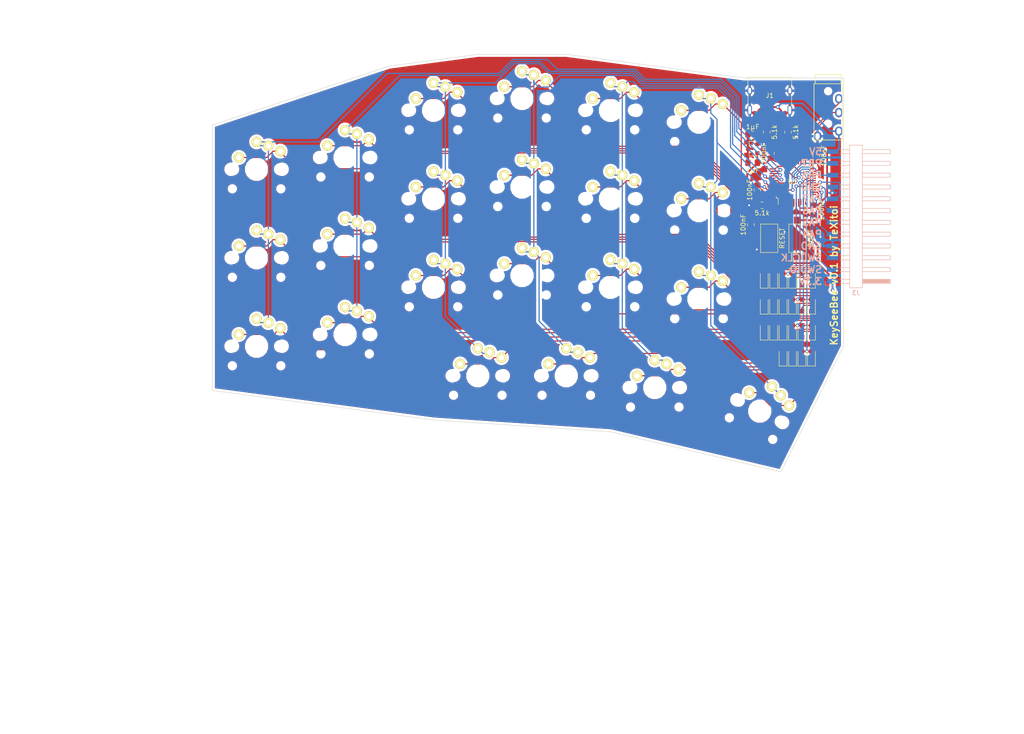
<source format=kicad_pcb>
(kicad_pcb (version 20171130) (host pcbnew 5.0.2+dfsg1-1)

  (general
    (thickness 1.6)
    (drawings 24)
    (tracks 719)
    (zones 0)
    (modules 61)
    (nets 69)
  )

  (page A4)
  (layers
    (0 F.Cu signal)
    (31 B.Cu signal)
    (32 B.Adhes user)
    (33 F.Adhes user)
    (34 B.Paste user)
    (35 F.Paste user)
    (36 B.SilkS user)
    (37 F.SilkS user)
    (38 B.Mask user)
    (39 F.Mask user)
    (40 Dwgs.User user)
    (41 Cmts.User user)
    (42 Eco1.User user)
    (43 Eco2.User user)
    (44 Edge.Cuts user)
    (45 Margin user)
    (46 B.CrtYd user)
    (47 F.CrtYd user)
    (48 B.Fab user)
    (49 F.Fab user)
  )

  (setup
    (last_trace_width 0.381)
    (user_trace_width 0.381)
    (trace_clearance 0.2)
    (zone_clearance 0.508)
    (zone_45_only no)
    (trace_min 0.2)
    (segment_width 0.2)
    (edge_width 0.1)
    (via_size 0.8)
    (via_drill 0.4)
    (via_min_size 0.4)
    (via_min_drill 0.3)
    (uvia_size 0.3)
    (uvia_drill 0.1)
    (uvias_allowed no)
    (uvia_min_size 0.2)
    (uvia_min_drill 0.1)
    (pcb_text_width 0.3)
    (pcb_text_size 1.5 1.5)
    (mod_edge_width 0.15)
    (mod_text_size 1 1)
    (mod_text_width 0.15)
    (pad_size 1.5 1.5)
    (pad_drill 0.6)
    (pad_to_mask_clearance 0)
    (solder_mask_min_width 0.25)
    (aux_axis_origin 0 0)
    (grid_origin 190.5 73.025)
    (visible_elements FFFFFF7F)
    (pcbplotparams
      (layerselection 0x010fc_ffffffff)
      (usegerberextensions false)
      (usegerberattributes false)
      (usegerberadvancedattributes false)
      (creategerberjobfile false)
      (excludeedgelayer true)
      (linewidth 0.100000)
      (plotframeref false)
      (viasonmask false)
      (mode 1)
      (useauxorigin false)
      (hpglpennumber 1)
      (hpglpenspeed 20)
      (hpglpendiameter 15.000000)
      (psnegative false)
      (psa4output false)
      (plotreference true)
      (plotvalue true)
      (plotinvisibletext false)
      (padsonsilk false)
      (subtractmaskfromsilk false)
      (outputformat 1)
      (mirror false)
      (drillshape 1)
      (scaleselection 1)
      (outputdirectory ""))
  )

  (net 0 "")
  (net 1 GND)
  (net 2 5V)
  (net 3 "Net-(J1-PadB8)")
  (net 4 "Net-(J1-PadA5)")
  (net 5 D-)
  (net 6 D+)
  (net 7 "Net-(J1-PadA8)")
  (net 8 "Net-(J1-PadB5)")
  (net 9 "Net-(R1-Pad1)")
  (net 10 3.3V)
  (net 11 VBAT)
  (net 12 "Net-(U1-Pad5)")
  (net 13 "Net-(U1-Pad6)")
  (net 14 "Net-(C1-Pad2)")
  (net 15 "Net-(U1-Pad10)")
  (net 16 "Net-(U1-Pad11)")
  (net 17 "Net-(U1-Pad12)")
  (net 18 "Net-(U1-Pad13)")
  (net 19 PA4)
  (net 20 PA5)
  (net 21 PA6)
  (net 22 PA7)
  (net 23 ROW1)
  (net 24 ROW2)
  (net 25 ROW3)
  (net 26 ROW4)
  (net 27 SWDIO)
  (net 28 SWDCLK)
  (net 29 COL1)
  (net 30 COL2)
  (net 31 COL3)
  (net 32 COL4)
  (net 33 PB6)
  (net 34 PB7)
  (net 35 COL5)
  (net 36 COL6)
  (net 37 TX)
  (net 38 RX)
  (net 39 "Net-(U1-Pad2)")
  (net 40 "Net-(U1-Pad3)")
  (net 41 "Net-(U1-Pad4)")
  (net 42 "Net-(U1-Pad22)")
  (net 43 "Net-(U1-Pad26)")
  (net 44 "Net-(U1-Pad27)")
  (net 45 "Net-(U1-Pad28)")
  (net 46 "Net-(U1-Pad29)")
  (net 47 "Net-(D24-Pad1)")
  (net 48 "Net-(D11-Pad1)")
  (net 49 "Net-(D12-Pad1)")
  (net 50 "Net-(D14-Pad1)")
  (net 51 "Net-(D15-Pad1)")
  (net 52 "Net-(D16-Pad1)")
  (net 53 "Net-(D17-Pad1)")
  (net 54 "Net-(D19-Pad1)")
  (net 55 "Net-(D20-Pad1)")
  (net 56 "Net-(D21-Pad1)")
  (net 57 "Net-(D23-Pad1)")
  (net 58 "Net-(D9-Pad1)")
  (net 59 "Net-(D7-Pad1)")
  (net 60 "Net-(D6-Pad1)")
  (net 61 "Net-(D5-Pad1)")
  (net 62 "Net-(D25-Pad1)")
  (net 63 "Net-(D26-Pad1)")
  (net 64 "Net-(D33-Pad1)")
  (net 65 "Net-(D34-Pad1)")
  (net 66 "Net-(D35-Pad1)")
  (net 67 "Net-(D36-Pad1)")
  (net 68 "Net-(D10-Pad1)")

  (net_class Default "Ceci est la Netclass par défaut."
    (clearance 0.2)
    (trace_width 0.25)
    (via_dia 0.8)
    (via_drill 0.4)
    (uvia_dia 0.3)
    (uvia_drill 0.1)
    (add_net 3.3V)
    (add_net 5V)
    (add_net COL1)
    (add_net COL2)
    (add_net COL3)
    (add_net COL4)
    (add_net COL5)
    (add_net COL6)
    (add_net D+)
    (add_net D-)
    (add_net GND)
    (add_net "Net-(C1-Pad2)")
    (add_net "Net-(D10-Pad1)")
    (add_net "Net-(D11-Pad1)")
    (add_net "Net-(D12-Pad1)")
    (add_net "Net-(D14-Pad1)")
    (add_net "Net-(D15-Pad1)")
    (add_net "Net-(D16-Pad1)")
    (add_net "Net-(D17-Pad1)")
    (add_net "Net-(D19-Pad1)")
    (add_net "Net-(D20-Pad1)")
    (add_net "Net-(D21-Pad1)")
    (add_net "Net-(D23-Pad1)")
    (add_net "Net-(D24-Pad1)")
    (add_net "Net-(D25-Pad1)")
    (add_net "Net-(D26-Pad1)")
    (add_net "Net-(D33-Pad1)")
    (add_net "Net-(D34-Pad1)")
    (add_net "Net-(D35-Pad1)")
    (add_net "Net-(D36-Pad1)")
    (add_net "Net-(D5-Pad1)")
    (add_net "Net-(D6-Pad1)")
    (add_net "Net-(D7-Pad1)")
    (add_net "Net-(D9-Pad1)")
    (add_net "Net-(J1-PadA5)")
    (add_net "Net-(J1-PadA8)")
    (add_net "Net-(J1-PadB5)")
    (add_net "Net-(J1-PadB8)")
    (add_net "Net-(R1-Pad1)")
    (add_net "Net-(U1-Pad10)")
    (add_net "Net-(U1-Pad11)")
    (add_net "Net-(U1-Pad12)")
    (add_net "Net-(U1-Pad13)")
    (add_net "Net-(U1-Pad2)")
    (add_net "Net-(U1-Pad22)")
    (add_net "Net-(U1-Pad26)")
    (add_net "Net-(U1-Pad27)")
    (add_net "Net-(U1-Pad28)")
    (add_net "Net-(U1-Pad29)")
    (add_net "Net-(U1-Pad3)")
    (add_net "Net-(U1-Pad4)")
    (add_net "Net-(U1-Pad5)")
    (add_net "Net-(U1-Pad6)")
    (add_net PA4)
    (add_net PA5)
    (add_net PA6)
    (add_net PA7)
    (add_net PB6)
    (add_net PB7)
    (add_net ROW1)
    (add_net ROW2)
    (add_net ROW3)
    (add_net ROW4)
    (add_net RX)
    (add_net SWDCLK)
    (add_net SWDIO)
    (add_net TX)
    (add_net VBAT)
  )

  (module foostan-kbd:CherryMX_Choc_1u (layer F.Cu) (tedit 5C66D612) (tstamp 5F23E0FE)
    (at 209.55 56.515)
    (path /5DFEF811)
    (fp_text reference SW12 (at 4.6 6) (layer Dwgs.User) hide
      (effects (font (size 1 1) (thickness 0.15)))
    )
    (fp_text value SW_Push (at -0.5 6) (layer Dwgs.User) hide
      (effects (font (size 1 1) (thickness 0.15)))
    )
    (fp_line (start -9.525 -9.525) (end 9.525 -9.525) (layer Dwgs.User) (width 0.15))
    (fp_line (start 9.525 -9.525) (end 9.525 9.525) (layer Dwgs.User) (width 0.15))
    (fp_line (start 9.525 9.525) (end -9.525 9.525) (layer Dwgs.User) (width 0.15))
    (fp_line (start -9.525 9.525) (end -9.525 -9.525) (layer Dwgs.User) (width 0.15))
    (fp_line (start -7 -6) (end -7 -7) (layer Dwgs.User) (width 0.15))
    (fp_line (start -7 -7) (end -6 -7) (layer Dwgs.User) (width 0.15))
    (fp_line (start 6 7) (end 7 7) (layer Dwgs.User) (width 0.15))
    (fp_line (start 7 7) (end 7 6) (layer Dwgs.User) (width 0.15))
    (pad 1 thru_hole circle (at 5.1 -3.9 310) (size 2.2 2.2) (drill 1.2) (layers *.Cu F.SilkS B.Mask)
      (net 50 "Net-(D14-Pad1)"))
    (pad "" np_thru_hole circle (at 0 0 90) (size 4 4) (drill 4) (layers *.Cu *.Mask))
    (pad "" np_thru_hole circle (at -5.5 0 90) (size 1.9 1.9) (drill 1.9) (layers *.Cu *.Mask))
    (pad "" np_thru_hole circle (at 5.5 0 90) (size 1.9 1.9) (drill 1.9) (layers *.Cu *.Mask))
    (pad 2 thru_hole circle (at 0 -5.9 90) (size 2.2 2.2) (drill 1.2) (layers *.Cu F.SilkS B.Mask)
      (net 36 COL6))
    (pad 2 thru_hole circle (at 2.54 -5.08) (size 2.2 2.2) (drill 1.2) (layers *.Cu F.SilkS B.Mask)
      (net 36 COL6))
    (pad 1 thru_hole circle (at -3.81 -2.54 50) (size 2.2 2.2) (drill 1.2) (layers *.Cu F.SilkS B.Mask)
      (net 50 "Net-(D14-Pad1)"))
    (pad "" np_thru_hole circle (at 5.08 0) (size 1.7 1.7) (drill 1.7) (layers *.Cu *.Mask))
    (pad "" np_thru_hole circle (at -5.08 0) (size 1.7 1.7) (drill 1.7) (layers *.Cu *.Mask))
    (pad "" np_thru_hole circle (at 5.22 4.2) (size 1 1) (drill 1) (layers *.Cu *.Mask))
    (pad "" np_thru_hole circle (at -5.22 4.2) (size 1 1) (drill 1) (layers *.Cu *.Mask))
  )

  (module foostan-kbd:CherryMX_Choc_1u (layer F.Cu) (tedit 5C66D612) (tstamp 5F23E00C)
    (at 200.025 113.665)
    (path /5DFE3E9F)
    (fp_text reference SW34 (at 4.6 6) (layer Dwgs.User) hide
      (effects (font (size 1 1) (thickness 0.15)))
    )
    (fp_text value SW_Push (at -0.5 6) (layer Dwgs.User) hide
      (effects (font (size 1 1) (thickness 0.15)))
    )
    (fp_line (start 7 7) (end 7 6) (layer Dwgs.User) (width 0.15))
    (fp_line (start 6 7) (end 7 7) (layer Dwgs.User) (width 0.15))
    (fp_line (start -7 -7) (end -6 -7) (layer Dwgs.User) (width 0.15))
    (fp_line (start -7 -6) (end -7 -7) (layer Dwgs.User) (width 0.15))
    (fp_line (start -9.525 9.525) (end -9.525 -9.525) (layer Dwgs.User) (width 0.15))
    (fp_line (start 9.525 9.525) (end -9.525 9.525) (layer Dwgs.User) (width 0.15))
    (fp_line (start 9.525 -9.525) (end 9.525 9.525) (layer Dwgs.User) (width 0.15))
    (fp_line (start -9.525 -9.525) (end 9.525 -9.525) (layer Dwgs.User) (width 0.15))
    (pad "" np_thru_hole circle (at -5.22 4.2) (size 1 1) (drill 1) (layers *.Cu *.Mask))
    (pad "" np_thru_hole circle (at 5.22 4.2) (size 1 1) (drill 1) (layers *.Cu *.Mask))
    (pad "" np_thru_hole circle (at -5.08 0) (size 1.7 1.7) (drill 1.7) (layers *.Cu *.Mask))
    (pad "" np_thru_hole circle (at 5.08 0) (size 1.7 1.7) (drill 1.7) (layers *.Cu *.Mask))
    (pad 1 thru_hole circle (at -3.81 -2.54 50) (size 2.2 2.2) (drill 1.2) (layers *.Cu F.SilkS B.Mask)
      (net 67 "Net-(D36-Pad1)"))
    (pad 2 thru_hole circle (at 2.54 -5.08) (size 2.2 2.2) (drill 1.2) (layers *.Cu F.SilkS B.Mask)
      (net 35 COL5))
    (pad 2 thru_hole circle (at 0 -5.9 90) (size 2.2 2.2) (drill 1.2) (layers *.Cu F.SilkS B.Mask)
      (net 35 COL5))
    (pad "" np_thru_hole circle (at 5.5 0 90) (size 1.9 1.9) (drill 1.9) (layers *.Cu *.Mask))
    (pad "" np_thru_hole circle (at -5.5 0 90) (size 1.9 1.9) (drill 1.9) (layers *.Cu *.Mask))
    (pad "" np_thru_hole circle (at 0 0 90) (size 4 4) (drill 4) (layers *.Cu *.Mask))
    (pad 1 thru_hole circle (at 5.1 -3.9 310) (size 2.2 2.2) (drill 1.2) (layers *.Cu F.SilkS B.Mask)
      (net 67 "Net-(D36-Pad1)"))
  )

  (module foostan-kbd:CherryMX_Choc_1u (layer F.Cu) (tedit 5C66D612) (tstamp 5F23E1C4)
    (at 222.631 118.745 333.5)
    (path /5DFEF7E7)
    (fp_text reference SW15 (at 4.6 6 333.5) (layer Dwgs.User) hide
      (effects (font (size 1 1) (thickness 0.15)))
    )
    (fp_text value SW_Push (at -0.5 6 333.5) (layer Dwgs.User) hide
      (effects (font (size 1 1) (thickness 0.15)))
    )
    (fp_line (start 7 7) (end 7 6) (layer Dwgs.User) (width 0.15))
    (fp_line (start 6 7) (end 7 7) (layer Dwgs.User) (width 0.15))
    (fp_line (start -7 -7) (end -6 -7) (layer Dwgs.User) (width 0.15))
    (fp_line (start -7 -6) (end -7 -7) (layer Dwgs.User) (width 0.15))
    (fp_line (start -9.525 9.525) (end -9.525 -9.525) (layer Dwgs.User) (width 0.15))
    (fp_line (start 9.525 9.525) (end -9.525 9.525) (layer Dwgs.User) (width 0.15))
    (fp_line (start 9.525 -9.525) (end 9.525 9.525) (layer Dwgs.User) (width 0.15))
    (fp_line (start -9.525 -9.525) (end 9.525 -9.525) (layer Dwgs.User) (width 0.15))
    (pad "" np_thru_hole circle (at -5.22 4.2 333.5) (size 1 1) (drill 1) (layers *.Cu *.Mask))
    (pad "" np_thru_hole circle (at 5.22 4.2 333.5) (size 1 1) (drill 1) (layers *.Cu *.Mask))
    (pad "" np_thru_hole circle (at -5.08 0 333.5) (size 1.7 1.7) (drill 1.7) (layers *.Cu *.Mask))
    (pad "" np_thru_hole circle (at 5.08 0 333.5) (size 1.7 1.7) (drill 1.7) (layers *.Cu *.Mask))
    (pad 1 thru_hole circle (at -3.81 -2.54 23.5) (size 2.2 2.2) (drill 1.2) (layers *.Cu F.SilkS B.Mask)
      (net 53 "Net-(D17-Pad1)"))
    (pad 2 thru_hole circle (at 2.54 -5.08 333.5) (size 2.2 2.2) (drill 1.2) (layers *.Cu F.SilkS B.Mask)
      (net 36 COL6))
    (pad 2 thru_hole circle (at 0 -5.9 63.5) (size 2.2 2.2) (drill 1.2) (layers *.Cu F.SilkS B.Mask)
      (net 36 COL6))
    (pad "" np_thru_hole circle (at 5.5 0 63.5) (size 1.9 1.9) (drill 1.9) (layers *.Cu *.Mask))
    (pad "" np_thru_hole circle (at -5.5 0 63.5) (size 1.9 1.9) (drill 1.9) (layers *.Cu *.Mask))
    (pad "" np_thru_hole circle (at 0 0 63.5) (size 4 4) (drill 4) (layers *.Cu *.Mask))
    (pad 1 thru_hole circle (at 5.1 -3.9 283.5) (size 2.2 2.2) (drill 1.2) (layers *.Cu F.SilkS B.Mask)
      (net 53 "Net-(D17-Pad1)"))
  )

  (module foostan-kbd:CherryMX_Choc_1u (layer F.Cu) (tedit 5C66D612) (tstamp 5F23E1AE)
    (at 114.3 66.675)
    (path /5DFE63B7)
    (fp_text reference SW3 (at 4.6 6) (layer Dwgs.User) hide
      (effects (font (size 1 1) (thickness 0.15)))
    )
    (fp_text value SW_Push (at -0.5 6) (layer Dwgs.User) hide
      (effects (font (size 1 1) (thickness 0.15)))
    )
    (fp_line (start -9.525 -9.525) (end 9.525 -9.525) (layer Dwgs.User) (width 0.15))
    (fp_line (start 9.525 -9.525) (end 9.525 9.525) (layer Dwgs.User) (width 0.15))
    (fp_line (start 9.525 9.525) (end -9.525 9.525) (layer Dwgs.User) (width 0.15))
    (fp_line (start -9.525 9.525) (end -9.525 -9.525) (layer Dwgs.User) (width 0.15))
    (fp_line (start -7 -6) (end -7 -7) (layer Dwgs.User) (width 0.15))
    (fp_line (start -7 -7) (end -6 -7) (layer Dwgs.User) (width 0.15))
    (fp_line (start 6 7) (end 7 7) (layer Dwgs.User) (width 0.15))
    (fp_line (start 7 7) (end 7 6) (layer Dwgs.User) (width 0.15))
    (pad 1 thru_hole circle (at 5.1 -3.9 310) (size 2.2 2.2) (drill 1.2) (layers *.Cu F.SilkS B.Mask)
      (net 61 "Net-(D5-Pad1)"))
    (pad "" np_thru_hole circle (at 0 0 90) (size 4 4) (drill 4) (layers *.Cu *.Mask))
    (pad "" np_thru_hole circle (at -5.5 0 90) (size 1.9 1.9) (drill 1.9) (layers *.Cu *.Mask))
    (pad "" np_thru_hole circle (at 5.5 0 90) (size 1.9 1.9) (drill 1.9) (layers *.Cu *.Mask))
    (pad 2 thru_hole circle (at 0 -5.9 90) (size 2.2 2.2) (drill 1.2) (layers *.Cu F.SilkS B.Mask)
      (net 29 COL1))
    (pad 2 thru_hole circle (at 2.54 -5.08) (size 2.2 2.2) (drill 1.2) (layers *.Cu F.SilkS B.Mask)
      (net 29 COL1))
    (pad 1 thru_hole circle (at -3.81 -2.54 50) (size 2.2 2.2) (drill 1.2) (layers *.Cu F.SilkS B.Mask)
      (net 61 "Net-(D5-Pad1)"))
    (pad "" np_thru_hole circle (at 5.08 0) (size 1.7 1.7) (drill 1.7) (layers *.Cu *.Mask))
    (pad "" np_thru_hole circle (at -5.08 0) (size 1.7 1.7) (drill 1.7) (layers *.Cu *.Mask))
    (pad "" np_thru_hole circle (at 5.22 4.2) (size 1 1) (drill 1) (layers *.Cu *.Mask))
    (pad "" np_thru_hole circle (at -5.22 4.2) (size 1 1) (drill 1) (layers *.Cu *.Mask))
  )

  (module foostan-kbd:CherryMX_Choc_1u (layer F.Cu) (tedit 5C66D612) (tstamp 5F23E198)
    (at 114.3 85.725)
    (path /5DFE63A9)
    (fp_text reference SW4 (at 4.6 6) (layer Dwgs.User) hide
      (effects (font (size 1 1) (thickness 0.15)))
    )
    (fp_text value SW_Push (at -0.5 6) (layer Dwgs.User) hide
      (effects (font (size 1 1) (thickness 0.15)))
    )
    (fp_line (start 7 7) (end 7 6) (layer Dwgs.User) (width 0.15))
    (fp_line (start 6 7) (end 7 7) (layer Dwgs.User) (width 0.15))
    (fp_line (start -7 -7) (end -6 -7) (layer Dwgs.User) (width 0.15))
    (fp_line (start -7 -6) (end -7 -7) (layer Dwgs.User) (width 0.15))
    (fp_line (start -9.525 9.525) (end -9.525 -9.525) (layer Dwgs.User) (width 0.15))
    (fp_line (start 9.525 9.525) (end -9.525 9.525) (layer Dwgs.User) (width 0.15))
    (fp_line (start 9.525 -9.525) (end 9.525 9.525) (layer Dwgs.User) (width 0.15))
    (fp_line (start -9.525 -9.525) (end 9.525 -9.525) (layer Dwgs.User) (width 0.15))
    (pad "" np_thru_hole circle (at -5.22 4.2) (size 1 1) (drill 1) (layers *.Cu *.Mask))
    (pad "" np_thru_hole circle (at 5.22 4.2) (size 1 1) (drill 1) (layers *.Cu *.Mask))
    (pad "" np_thru_hole circle (at -5.08 0) (size 1.7 1.7) (drill 1.7) (layers *.Cu *.Mask))
    (pad "" np_thru_hole circle (at 5.08 0) (size 1.7 1.7) (drill 1.7) (layers *.Cu *.Mask))
    (pad 1 thru_hole circle (at -3.81 -2.54 50) (size 2.2 2.2) (drill 1.2) (layers *.Cu F.SilkS B.Mask)
      (net 60 "Net-(D6-Pad1)"))
    (pad 2 thru_hole circle (at 2.54 -5.08) (size 2.2 2.2) (drill 1.2) (layers *.Cu F.SilkS B.Mask)
      (net 29 COL1))
    (pad 2 thru_hole circle (at 0 -5.9 90) (size 2.2 2.2) (drill 1.2) (layers *.Cu F.SilkS B.Mask)
      (net 29 COL1))
    (pad "" np_thru_hole circle (at 5.5 0 90) (size 1.9 1.9) (drill 1.9) (layers *.Cu *.Mask))
    (pad "" np_thru_hole circle (at -5.5 0 90) (size 1.9 1.9) (drill 1.9) (layers *.Cu *.Mask))
    (pad "" np_thru_hole circle (at 0 0 90) (size 4 4) (drill 4) (layers *.Cu *.Mask))
    (pad 1 thru_hole circle (at 5.1 -3.9 310) (size 2.2 2.2) (drill 1.2) (layers *.Cu F.SilkS B.Mask)
      (net 60 "Net-(D6-Pad1)"))
  )

  (module foostan-kbd:CherryMX_Choc_1u (layer F.Cu) (tedit 5C66D612) (tstamp 5F23E182)
    (at 114.3 104.775)
    (path /5DFE637F)
    (fp_text reference SW5 (at 4.6 6) (layer Dwgs.User) hide
      (effects (font (size 1 1) (thickness 0.15)))
    )
    (fp_text value SW_Push (at -0.5 6) (layer Dwgs.User) hide
      (effects (font (size 1 1) (thickness 0.15)))
    )
    (fp_line (start -9.525 -9.525) (end 9.525 -9.525) (layer Dwgs.User) (width 0.15))
    (fp_line (start 9.525 -9.525) (end 9.525 9.525) (layer Dwgs.User) (width 0.15))
    (fp_line (start 9.525 9.525) (end -9.525 9.525) (layer Dwgs.User) (width 0.15))
    (fp_line (start -9.525 9.525) (end -9.525 -9.525) (layer Dwgs.User) (width 0.15))
    (fp_line (start -7 -6) (end -7 -7) (layer Dwgs.User) (width 0.15))
    (fp_line (start -7 -7) (end -6 -7) (layer Dwgs.User) (width 0.15))
    (fp_line (start 6 7) (end 7 7) (layer Dwgs.User) (width 0.15))
    (fp_line (start 7 7) (end 7 6) (layer Dwgs.User) (width 0.15))
    (pad 1 thru_hole circle (at 5.1 -3.9 310) (size 2.2 2.2) (drill 1.2) (layers *.Cu F.SilkS B.Mask)
      (net 59 "Net-(D7-Pad1)"))
    (pad "" np_thru_hole circle (at 0 0 90) (size 4 4) (drill 4) (layers *.Cu *.Mask))
    (pad "" np_thru_hole circle (at -5.5 0 90) (size 1.9 1.9) (drill 1.9) (layers *.Cu *.Mask))
    (pad "" np_thru_hole circle (at 5.5 0 90) (size 1.9 1.9) (drill 1.9) (layers *.Cu *.Mask))
    (pad 2 thru_hole circle (at 0 -5.9 90) (size 2.2 2.2) (drill 1.2) (layers *.Cu F.SilkS B.Mask)
      (net 29 COL1))
    (pad 2 thru_hole circle (at 2.54 -5.08) (size 2.2 2.2) (drill 1.2) (layers *.Cu F.SilkS B.Mask)
      (net 29 COL1))
    (pad 1 thru_hole circle (at -3.81 -2.54 50) (size 2.2 2.2) (drill 1.2) (layers *.Cu F.SilkS B.Mask)
      (net 59 "Net-(D7-Pad1)"))
    (pad "" np_thru_hole circle (at 5.08 0) (size 1.7 1.7) (drill 1.7) (layers *.Cu *.Mask))
    (pad "" np_thru_hole circle (at -5.08 0) (size 1.7 1.7) (drill 1.7) (layers *.Cu *.Mask))
    (pad "" np_thru_hole circle (at 5.22 4.2) (size 1 1) (drill 1) (layers *.Cu *.Mask))
    (pad "" np_thru_hole circle (at -5.22 4.2) (size 1 1) (drill 1) (layers *.Cu *.Mask))
  )

  (module foostan-kbd:CherryMX_Choc_1u (layer F.Cu) (tedit 5C66D612) (tstamp 5F23E16C)
    (at 152.4 53.975)
    (path /5DF62207)
    (fp_text reference SW7 (at 4.6 6) (layer Dwgs.User) hide
      (effects (font (size 1 1) (thickness 0.15)))
    )
    (fp_text value SW_Push (at -0.5 6) (layer Dwgs.User) hide
      (effects (font (size 1 1) (thickness 0.15)))
    )
    (fp_line (start 7 7) (end 7 6) (layer Dwgs.User) (width 0.15))
    (fp_line (start 6 7) (end 7 7) (layer Dwgs.User) (width 0.15))
    (fp_line (start -7 -7) (end -6 -7) (layer Dwgs.User) (width 0.15))
    (fp_line (start -7 -6) (end -7 -7) (layer Dwgs.User) (width 0.15))
    (fp_line (start -9.525 9.525) (end -9.525 -9.525) (layer Dwgs.User) (width 0.15))
    (fp_line (start 9.525 9.525) (end -9.525 9.525) (layer Dwgs.User) (width 0.15))
    (fp_line (start 9.525 -9.525) (end 9.525 9.525) (layer Dwgs.User) (width 0.15))
    (fp_line (start -9.525 -9.525) (end 9.525 -9.525) (layer Dwgs.User) (width 0.15))
    (pad "" np_thru_hole circle (at -5.22 4.2) (size 1 1) (drill 1) (layers *.Cu *.Mask))
    (pad "" np_thru_hole circle (at 5.22 4.2) (size 1 1) (drill 1) (layers *.Cu *.Mask))
    (pad "" np_thru_hole circle (at -5.08 0) (size 1.7 1.7) (drill 1.7) (layers *.Cu *.Mask))
    (pad "" np_thru_hole circle (at 5.08 0) (size 1.7 1.7) (drill 1.7) (layers *.Cu *.Mask))
    (pad 1 thru_hole circle (at -3.81 -2.54 50) (size 2.2 2.2) (drill 1.2) (layers *.Cu F.SilkS B.Mask)
      (net 58 "Net-(D9-Pad1)"))
    (pad 2 thru_hole circle (at 2.54 -5.08) (size 2.2 2.2) (drill 1.2) (layers *.Cu F.SilkS B.Mask)
      (net 31 COL3))
    (pad 2 thru_hole circle (at 0 -5.9 90) (size 2.2 2.2) (drill 1.2) (layers *.Cu F.SilkS B.Mask)
      (net 31 COL3))
    (pad "" np_thru_hole circle (at 5.5 0 90) (size 1.9 1.9) (drill 1.9) (layers *.Cu *.Mask))
    (pad "" np_thru_hole circle (at -5.5 0 90) (size 1.9 1.9) (drill 1.9) (layers *.Cu *.Mask))
    (pad "" np_thru_hole circle (at 0 0 90) (size 4 4) (drill 4) (layers *.Cu *.Mask))
    (pad 1 thru_hole circle (at 5.1 -3.9 310) (size 2.2 2.2) (drill 1.2) (layers *.Cu F.SilkS B.Mask)
      (net 58 "Net-(D9-Pad1)"))
  )

  (module foostan-kbd:CherryMX_Choc_1u (layer F.Cu) (tedit 5C66D612) (tstamp 5F23E156)
    (at 209.55 75.565)
    (path /5DFEF803)
    (fp_text reference SW13 (at 4.6 6) (layer Dwgs.User) hide
      (effects (font (size 1 1) (thickness 0.15)))
    )
    (fp_text value SW_Push (at -0.5 6) (layer Dwgs.User) hide
      (effects (font (size 1 1) (thickness 0.15)))
    )
    (fp_line (start -9.525 -9.525) (end 9.525 -9.525) (layer Dwgs.User) (width 0.15))
    (fp_line (start 9.525 -9.525) (end 9.525 9.525) (layer Dwgs.User) (width 0.15))
    (fp_line (start 9.525 9.525) (end -9.525 9.525) (layer Dwgs.User) (width 0.15))
    (fp_line (start -9.525 9.525) (end -9.525 -9.525) (layer Dwgs.User) (width 0.15))
    (fp_line (start -7 -6) (end -7 -7) (layer Dwgs.User) (width 0.15))
    (fp_line (start -7 -7) (end -6 -7) (layer Dwgs.User) (width 0.15))
    (fp_line (start 6 7) (end 7 7) (layer Dwgs.User) (width 0.15))
    (fp_line (start 7 7) (end 7 6) (layer Dwgs.User) (width 0.15))
    (pad 1 thru_hole circle (at 5.1 -3.9 310) (size 2.2 2.2) (drill 1.2) (layers *.Cu F.SilkS B.Mask)
      (net 51 "Net-(D15-Pad1)"))
    (pad "" np_thru_hole circle (at 0 0 90) (size 4 4) (drill 4) (layers *.Cu *.Mask))
    (pad "" np_thru_hole circle (at -5.5 0 90) (size 1.9 1.9) (drill 1.9) (layers *.Cu *.Mask))
    (pad "" np_thru_hole circle (at 5.5 0 90) (size 1.9 1.9) (drill 1.9) (layers *.Cu *.Mask))
    (pad 2 thru_hole circle (at 0 -5.9 90) (size 2.2 2.2) (drill 1.2) (layers *.Cu F.SilkS B.Mask)
      (net 36 COL6))
    (pad 2 thru_hole circle (at 2.54 -5.08) (size 2.2 2.2) (drill 1.2) (layers *.Cu F.SilkS B.Mask)
      (net 36 COL6))
    (pad 1 thru_hole circle (at -3.81 -2.54 50) (size 2.2 2.2) (drill 1.2) (layers *.Cu F.SilkS B.Mask)
      (net 51 "Net-(D15-Pad1)"))
    (pad "" np_thru_hole circle (at 5.08 0) (size 1.7 1.7) (drill 1.7) (layers *.Cu *.Mask))
    (pad "" np_thru_hole circle (at -5.08 0) (size 1.7 1.7) (drill 1.7) (layers *.Cu *.Mask))
    (pad "" np_thru_hole circle (at 5.22 4.2) (size 1 1) (drill 1) (layers *.Cu *.Mask))
    (pad "" np_thru_hole circle (at -5.22 4.2) (size 1 1) (drill 1) (layers *.Cu *.Mask))
  )

  (module foostan-kbd:CherryMX_Choc_1u (layer F.Cu) (tedit 5C66D612) (tstamp 5F23E140)
    (at 152.4 73.025)
    (path /5DF621F9)
    (fp_text reference SW8 (at 4.6 6) (layer Dwgs.User) hide
      (effects (font (size 1 1) (thickness 0.15)))
    )
    (fp_text value SW_Push (at -0.5 6) (layer Dwgs.User) hide
      (effects (font (size 1 1) (thickness 0.15)))
    )
    (fp_line (start 7 7) (end 7 6) (layer Dwgs.User) (width 0.15))
    (fp_line (start 6 7) (end 7 7) (layer Dwgs.User) (width 0.15))
    (fp_line (start -7 -7) (end -6 -7) (layer Dwgs.User) (width 0.15))
    (fp_line (start -7 -6) (end -7 -7) (layer Dwgs.User) (width 0.15))
    (fp_line (start -9.525 9.525) (end -9.525 -9.525) (layer Dwgs.User) (width 0.15))
    (fp_line (start 9.525 9.525) (end -9.525 9.525) (layer Dwgs.User) (width 0.15))
    (fp_line (start 9.525 -9.525) (end 9.525 9.525) (layer Dwgs.User) (width 0.15))
    (fp_line (start -9.525 -9.525) (end 9.525 -9.525) (layer Dwgs.User) (width 0.15))
    (pad "" np_thru_hole circle (at -5.22 4.2) (size 1 1) (drill 1) (layers *.Cu *.Mask))
    (pad "" np_thru_hole circle (at 5.22 4.2) (size 1 1) (drill 1) (layers *.Cu *.Mask))
    (pad "" np_thru_hole circle (at -5.08 0) (size 1.7 1.7) (drill 1.7) (layers *.Cu *.Mask))
    (pad "" np_thru_hole circle (at 5.08 0) (size 1.7 1.7) (drill 1.7) (layers *.Cu *.Mask))
    (pad 1 thru_hole circle (at -3.81 -2.54 50) (size 2.2 2.2) (drill 1.2) (layers *.Cu F.SilkS B.Mask)
      (net 68 "Net-(D10-Pad1)"))
    (pad 2 thru_hole circle (at 2.54 -5.08) (size 2.2 2.2) (drill 1.2) (layers *.Cu F.SilkS B.Mask)
      (net 31 COL3))
    (pad 2 thru_hole circle (at 0 -5.9 90) (size 2.2 2.2) (drill 1.2) (layers *.Cu F.SilkS B.Mask)
      (net 31 COL3))
    (pad "" np_thru_hole circle (at 5.5 0 90) (size 1.9 1.9) (drill 1.9) (layers *.Cu *.Mask))
    (pad "" np_thru_hole circle (at -5.5 0 90) (size 1.9 1.9) (drill 1.9) (layers *.Cu *.Mask))
    (pad "" np_thru_hole circle (at 0 0 90) (size 4 4) (drill 4) (layers *.Cu *.Mask))
    (pad 1 thru_hole circle (at 5.1 -3.9 310) (size 2.2 2.2) (drill 1.2) (layers *.Cu F.SilkS B.Mask)
      (net 68 "Net-(D10-Pad1)"))
  )

  (module foostan-kbd:CherryMX_Choc_1u (layer F.Cu) (tedit 5C66D612) (tstamp 5F23E12A)
    (at 152.4 92.075)
    (path /5DF621CF)
    (fp_text reference SW9 (at 4.6 6) (layer Dwgs.User) hide
      (effects (font (size 1 1) (thickness 0.15)))
    )
    (fp_text value SW_Push (at -0.5 6) (layer Dwgs.User) hide
      (effects (font (size 1 1) (thickness 0.15)))
    )
    (fp_line (start -9.525 -9.525) (end 9.525 -9.525) (layer Dwgs.User) (width 0.15))
    (fp_line (start 9.525 -9.525) (end 9.525 9.525) (layer Dwgs.User) (width 0.15))
    (fp_line (start 9.525 9.525) (end -9.525 9.525) (layer Dwgs.User) (width 0.15))
    (fp_line (start -9.525 9.525) (end -9.525 -9.525) (layer Dwgs.User) (width 0.15))
    (fp_line (start -7 -6) (end -7 -7) (layer Dwgs.User) (width 0.15))
    (fp_line (start -7 -7) (end -6 -7) (layer Dwgs.User) (width 0.15))
    (fp_line (start 6 7) (end 7 7) (layer Dwgs.User) (width 0.15))
    (fp_line (start 7 7) (end 7 6) (layer Dwgs.User) (width 0.15))
    (pad 1 thru_hole circle (at 5.1 -3.9 310) (size 2.2 2.2) (drill 1.2) (layers *.Cu F.SilkS B.Mask)
      (net 48 "Net-(D11-Pad1)"))
    (pad "" np_thru_hole circle (at 0 0 90) (size 4 4) (drill 4) (layers *.Cu *.Mask))
    (pad "" np_thru_hole circle (at -5.5 0 90) (size 1.9 1.9) (drill 1.9) (layers *.Cu *.Mask))
    (pad "" np_thru_hole circle (at 5.5 0 90) (size 1.9 1.9) (drill 1.9) (layers *.Cu *.Mask))
    (pad 2 thru_hole circle (at 0 -5.9 90) (size 2.2 2.2) (drill 1.2) (layers *.Cu F.SilkS B.Mask)
      (net 31 COL3))
    (pad 2 thru_hole circle (at 2.54 -5.08) (size 2.2 2.2) (drill 1.2) (layers *.Cu F.SilkS B.Mask)
      (net 31 COL3))
    (pad 1 thru_hole circle (at -3.81 -2.54 50) (size 2.2 2.2) (drill 1.2) (layers *.Cu F.SilkS B.Mask)
      (net 48 "Net-(D11-Pad1)"))
    (pad "" np_thru_hole circle (at 5.08 0) (size 1.7 1.7) (drill 1.7) (layers *.Cu *.Mask))
    (pad "" np_thru_hole circle (at -5.08 0) (size 1.7 1.7) (drill 1.7) (layers *.Cu *.Mask))
    (pad "" np_thru_hole circle (at 5.22 4.2) (size 1 1) (drill 1) (layers *.Cu *.Mask))
    (pad "" np_thru_hole circle (at -5.22 4.2) (size 1 1) (drill 1) (layers *.Cu *.Mask))
  )

  (module foostan-kbd:CherryMX_Choc_1u (layer F.Cu) (tedit 5C66D612) (tstamp 5F23E114)
    (at 161.925 111.125)
    (path /5DF621DD)
    (fp_text reference SW10 (at 4.6 6) (layer Dwgs.User) hide
      (effects (font (size 1 1) (thickness 0.15)))
    )
    (fp_text value SW_Push (at -0.5 6) (layer Dwgs.User) hide
      (effects (font (size 1 1) (thickness 0.15)))
    )
    (fp_line (start 7 7) (end 7 6) (layer Dwgs.User) (width 0.15))
    (fp_line (start 6 7) (end 7 7) (layer Dwgs.User) (width 0.15))
    (fp_line (start -7 -7) (end -6 -7) (layer Dwgs.User) (width 0.15))
    (fp_line (start -7 -6) (end -7 -7) (layer Dwgs.User) (width 0.15))
    (fp_line (start -9.525 9.525) (end -9.525 -9.525) (layer Dwgs.User) (width 0.15))
    (fp_line (start 9.525 9.525) (end -9.525 9.525) (layer Dwgs.User) (width 0.15))
    (fp_line (start 9.525 -9.525) (end 9.525 9.525) (layer Dwgs.User) (width 0.15))
    (fp_line (start -9.525 -9.525) (end 9.525 -9.525) (layer Dwgs.User) (width 0.15))
    (pad "" np_thru_hole circle (at -5.22 4.2) (size 1 1) (drill 1) (layers *.Cu *.Mask))
    (pad "" np_thru_hole circle (at 5.22 4.2) (size 1 1) (drill 1) (layers *.Cu *.Mask))
    (pad "" np_thru_hole circle (at -5.08 0) (size 1.7 1.7) (drill 1.7) (layers *.Cu *.Mask))
    (pad "" np_thru_hole circle (at 5.08 0) (size 1.7 1.7) (drill 1.7) (layers *.Cu *.Mask))
    (pad 1 thru_hole circle (at -3.81 -2.54 50) (size 2.2 2.2) (drill 1.2) (layers *.Cu F.SilkS B.Mask)
      (net 49 "Net-(D12-Pad1)"))
    (pad 2 thru_hole circle (at 2.54 -5.08) (size 2.2 2.2) (drill 1.2) (layers *.Cu F.SilkS B.Mask)
      (net 31 COL3))
    (pad 2 thru_hole circle (at 0 -5.9 90) (size 2.2 2.2) (drill 1.2) (layers *.Cu F.SilkS B.Mask)
      (net 31 COL3))
    (pad "" np_thru_hole circle (at 5.5 0 90) (size 1.9 1.9) (drill 1.9) (layers *.Cu *.Mask))
    (pad "" np_thru_hole circle (at -5.5 0 90) (size 1.9 1.9) (drill 1.9) (layers *.Cu *.Mask))
    (pad "" np_thru_hole circle (at 0 0 90) (size 4 4) (drill 4) (layers *.Cu *.Mask))
    (pad 1 thru_hole circle (at 5.1 -3.9 310) (size 2.2 2.2) (drill 1.2) (layers *.Cu F.SilkS B.Mask)
      (net 49 "Net-(D12-Pad1)"))
  )

  (module foostan-kbd:CherryMX_Choc_1u (layer F.Cu) (tedit 5C66D612) (tstamp 5F23E0E8)
    (at 209.55 94.615)
    (path /5DFEF7D9)
    (fp_text reference SW14 (at 4.6 6) (layer Dwgs.User) hide
      (effects (font (size 1 1) (thickness 0.15)))
    )
    (fp_text value SW_Push (at -0.5 6) (layer Dwgs.User) hide
      (effects (font (size 1 1) (thickness 0.15)))
    )
    (fp_line (start 7 7) (end 7 6) (layer Dwgs.User) (width 0.15))
    (fp_line (start 6 7) (end 7 7) (layer Dwgs.User) (width 0.15))
    (fp_line (start -7 -7) (end -6 -7) (layer Dwgs.User) (width 0.15))
    (fp_line (start -7 -6) (end -7 -7) (layer Dwgs.User) (width 0.15))
    (fp_line (start -9.525 9.525) (end -9.525 -9.525) (layer Dwgs.User) (width 0.15))
    (fp_line (start 9.525 9.525) (end -9.525 9.525) (layer Dwgs.User) (width 0.15))
    (fp_line (start 9.525 -9.525) (end 9.525 9.525) (layer Dwgs.User) (width 0.15))
    (fp_line (start -9.525 -9.525) (end 9.525 -9.525) (layer Dwgs.User) (width 0.15))
    (pad "" np_thru_hole circle (at -5.22 4.2) (size 1 1) (drill 1) (layers *.Cu *.Mask))
    (pad "" np_thru_hole circle (at 5.22 4.2) (size 1 1) (drill 1) (layers *.Cu *.Mask))
    (pad "" np_thru_hole circle (at -5.08 0) (size 1.7 1.7) (drill 1.7) (layers *.Cu *.Mask))
    (pad "" np_thru_hole circle (at 5.08 0) (size 1.7 1.7) (drill 1.7) (layers *.Cu *.Mask))
    (pad 1 thru_hole circle (at -3.81 -2.54 50) (size 2.2 2.2) (drill 1.2) (layers *.Cu F.SilkS B.Mask)
      (net 52 "Net-(D16-Pad1)"))
    (pad 2 thru_hole circle (at 2.54 -5.08) (size 2.2 2.2) (drill 1.2) (layers *.Cu F.SilkS B.Mask)
      (net 36 COL6))
    (pad 2 thru_hole circle (at 0 -5.9 90) (size 2.2 2.2) (drill 1.2) (layers *.Cu F.SilkS B.Mask)
      (net 36 COL6))
    (pad "" np_thru_hole circle (at 5.5 0 90) (size 1.9 1.9) (drill 1.9) (layers *.Cu *.Mask))
    (pad "" np_thru_hole circle (at -5.5 0 90) (size 1.9 1.9) (drill 1.9) (layers *.Cu *.Mask))
    (pad "" np_thru_hole circle (at 0 0 90) (size 4 4) (drill 4) (layers *.Cu *.Mask))
    (pad 1 thru_hole circle (at 5.1 -3.9 310) (size 2.2 2.2) (drill 1.2) (layers *.Cu F.SilkS B.Mask)
      (net 52 "Net-(D16-Pad1)"))
  )

  (module foostan-kbd:CherryMX_Choc_1u (layer F.Cu) (tedit 5C66D612) (tstamp 5F23E0D2)
    (at 133.35 64.135)
    (path /5DFE640A)
    (fp_text reference SW17 (at 4.6 6) (layer Dwgs.User) hide
      (effects (font (size 1 1) (thickness 0.15)))
    )
    (fp_text value SW_Push (at -0.5 6) (layer Dwgs.User) hide
      (effects (font (size 1 1) (thickness 0.15)))
    )
    (fp_line (start -9.525 -9.525) (end 9.525 -9.525) (layer Dwgs.User) (width 0.15))
    (fp_line (start 9.525 -9.525) (end 9.525 9.525) (layer Dwgs.User) (width 0.15))
    (fp_line (start 9.525 9.525) (end -9.525 9.525) (layer Dwgs.User) (width 0.15))
    (fp_line (start -9.525 9.525) (end -9.525 -9.525) (layer Dwgs.User) (width 0.15))
    (fp_line (start -7 -6) (end -7 -7) (layer Dwgs.User) (width 0.15))
    (fp_line (start -7 -7) (end -6 -7) (layer Dwgs.User) (width 0.15))
    (fp_line (start 6 7) (end 7 7) (layer Dwgs.User) (width 0.15))
    (fp_line (start 7 7) (end 7 6) (layer Dwgs.User) (width 0.15))
    (pad 1 thru_hole circle (at 5.1 -3.9 310) (size 2.2 2.2) (drill 1.2) (layers *.Cu F.SilkS B.Mask)
      (net 54 "Net-(D19-Pad1)"))
    (pad "" np_thru_hole circle (at 0 0 90) (size 4 4) (drill 4) (layers *.Cu *.Mask))
    (pad "" np_thru_hole circle (at -5.5 0 90) (size 1.9 1.9) (drill 1.9) (layers *.Cu *.Mask))
    (pad "" np_thru_hole circle (at 5.5 0 90) (size 1.9 1.9) (drill 1.9) (layers *.Cu *.Mask))
    (pad 2 thru_hole circle (at 0 -5.9 90) (size 2.2 2.2) (drill 1.2) (layers *.Cu F.SilkS B.Mask)
      (net 30 COL2))
    (pad 2 thru_hole circle (at 2.54 -5.08) (size 2.2 2.2) (drill 1.2) (layers *.Cu F.SilkS B.Mask)
      (net 30 COL2))
    (pad 1 thru_hole circle (at -3.81 -2.54 50) (size 2.2 2.2) (drill 1.2) (layers *.Cu F.SilkS B.Mask)
      (net 54 "Net-(D19-Pad1)"))
    (pad "" np_thru_hole circle (at 5.08 0) (size 1.7 1.7) (drill 1.7) (layers *.Cu *.Mask))
    (pad "" np_thru_hole circle (at -5.08 0) (size 1.7 1.7) (drill 1.7) (layers *.Cu *.Mask))
    (pad "" np_thru_hole circle (at 5.22 4.2) (size 1 1) (drill 1) (layers *.Cu *.Mask))
    (pad "" np_thru_hole circle (at -5.22 4.2) (size 1 1) (drill 1) (layers *.Cu *.Mask))
  )

  (module foostan-kbd:CherryMX_Choc_1u (layer F.Cu) (tedit 5C66D612) (tstamp 5F23E0BC)
    (at 133.35 83.185)
    (path /5DFE63FC)
    (fp_text reference SW18 (at 4.6 6) (layer Dwgs.User) hide
      (effects (font (size 1 1) (thickness 0.15)))
    )
    (fp_text value SW_Push (at -0.5 6) (layer Dwgs.User) hide
      (effects (font (size 1 1) (thickness 0.15)))
    )
    (fp_line (start 7 7) (end 7 6) (layer Dwgs.User) (width 0.15))
    (fp_line (start 6 7) (end 7 7) (layer Dwgs.User) (width 0.15))
    (fp_line (start -7 -7) (end -6 -7) (layer Dwgs.User) (width 0.15))
    (fp_line (start -7 -6) (end -7 -7) (layer Dwgs.User) (width 0.15))
    (fp_line (start -9.525 9.525) (end -9.525 -9.525) (layer Dwgs.User) (width 0.15))
    (fp_line (start 9.525 9.525) (end -9.525 9.525) (layer Dwgs.User) (width 0.15))
    (fp_line (start 9.525 -9.525) (end 9.525 9.525) (layer Dwgs.User) (width 0.15))
    (fp_line (start -9.525 -9.525) (end 9.525 -9.525) (layer Dwgs.User) (width 0.15))
    (pad "" np_thru_hole circle (at -5.22 4.2) (size 1 1) (drill 1) (layers *.Cu *.Mask))
    (pad "" np_thru_hole circle (at 5.22 4.2) (size 1 1) (drill 1) (layers *.Cu *.Mask))
    (pad "" np_thru_hole circle (at -5.08 0) (size 1.7 1.7) (drill 1.7) (layers *.Cu *.Mask))
    (pad "" np_thru_hole circle (at 5.08 0) (size 1.7 1.7) (drill 1.7) (layers *.Cu *.Mask))
    (pad 1 thru_hole circle (at -3.81 -2.54 50) (size 2.2 2.2) (drill 1.2) (layers *.Cu F.SilkS B.Mask)
      (net 55 "Net-(D20-Pad1)"))
    (pad 2 thru_hole circle (at 2.54 -5.08) (size 2.2 2.2) (drill 1.2) (layers *.Cu F.SilkS B.Mask)
      (net 30 COL2))
    (pad 2 thru_hole circle (at 0 -5.9 90) (size 2.2 2.2) (drill 1.2) (layers *.Cu F.SilkS B.Mask)
      (net 30 COL2))
    (pad "" np_thru_hole circle (at 5.5 0 90) (size 1.9 1.9) (drill 1.9) (layers *.Cu *.Mask))
    (pad "" np_thru_hole circle (at -5.5 0 90) (size 1.9 1.9) (drill 1.9) (layers *.Cu *.Mask))
    (pad "" np_thru_hole circle (at 0 0 90) (size 4 4) (drill 4) (layers *.Cu *.Mask))
    (pad 1 thru_hole circle (at 5.1 -3.9 310) (size 2.2 2.2) (drill 1.2) (layers *.Cu F.SilkS B.Mask)
      (net 55 "Net-(D20-Pad1)"))
  )

  (module foostan-kbd:CherryMX_Choc_1u (layer F.Cu) (tedit 5C66D612) (tstamp 5F23E0A6)
    (at 133.35 102.235)
    (path /5DFE63D2)
    (fp_text reference SW19 (at 4.6 6) (layer Dwgs.User) hide
      (effects (font (size 1 1) (thickness 0.15)))
    )
    (fp_text value SW_Push (at -0.5 6) (layer Dwgs.User) hide
      (effects (font (size 1 1) (thickness 0.15)))
    )
    (fp_line (start -9.525 -9.525) (end 9.525 -9.525) (layer Dwgs.User) (width 0.15))
    (fp_line (start 9.525 -9.525) (end 9.525 9.525) (layer Dwgs.User) (width 0.15))
    (fp_line (start 9.525 9.525) (end -9.525 9.525) (layer Dwgs.User) (width 0.15))
    (fp_line (start -9.525 9.525) (end -9.525 -9.525) (layer Dwgs.User) (width 0.15))
    (fp_line (start -7 -6) (end -7 -7) (layer Dwgs.User) (width 0.15))
    (fp_line (start -7 -7) (end -6 -7) (layer Dwgs.User) (width 0.15))
    (fp_line (start 6 7) (end 7 7) (layer Dwgs.User) (width 0.15))
    (fp_line (start 7 7) (end 7 6) (layer Dwgs.User) (width 0.15))
    (pad 1 thru_hole circle (at 5.1 -3.9 310) (size 2.2 2.2) (drill 1.2) (layers *.Cu F.SilkS B.Mask)
      (net 56 "Net-(D21-Pad1)"))
    (pad "" np_thru_hole circle (at 0 0 90) (size 4 4) (drill 4) (layers *.Cu *.Mask))
    (pad "" np_thru_hole circle (at -5.5 0 90) (size 1.9 1.9) (drill 1.9) (layers *.Cu *.Mask))
    (pad "" np_thru_hole circle (at 5.5 0 90) (size 1.9 1.9) (drill 1.9) (layers *.Cu *.Mask))
    (pad 2 thru_hole circle (at 0 -5.9 90) (size 2.2 2.2) (drill 1.2) (layers *.Cu F.SilkS B.Mask)
      (net 30 COL2))
    (pad 2 thru_hole circle (at 2.54 -5.08) (size 2.2 2.2) (drill 1.2) (layers *.Cu F.SilkS B.Mask)
      (net 30 COL2))
    (pad 1 thru_hole circle (at -3.81 -2.54 50) (size 2.2 2.2) (drill 1.2) (layers *.Cu F.SilkS B.Mask)
      (net 56 "Net-(D21-Pad1)"))
    (pad "" np_thru_hole circle (at 5.08 0) (size 1.7 1.7) (drill 1.7) (layers *.Cu *.Mask))
    (pad "" np_thru_hole circle (at -5.08 0) (size 1.7 1.7) (drill 1.7) (layers *.Cu *.Mask))
    (pad "" np_thru_hole circle (at 5.22 4.2) (size 1 1) (drill 1) (layers *.Cu *.Mask))
    (pad "" np_thru_hole circle (at -5.22 4.2) (size 1 1) (drill 1) (layers *.Cu *.Mask))
  )

  (module foostan-kbd:CherryMX_Choc_1u (layer F.Cu) (tedit 5C66D612) (tstamp 5F23E090)
    (at 171.45 51.435)
    (path /5DFE2410)
    (fp_text reference SW21 (at 4.6 6) (layer Dwgs.User) hide
      (effects (font (size 1 1) (thickness 0.15)))
    )
    (fp_text value SW_Push (at -0.5 6) (layer Dwgs.User) hide
      (effects (font (size 1 1) (thickness 0.15)))
    )
    (fp_line (start 7 7) (end 7 6) (layer Dwgs.User) (width 0.15))
    (fp_line (start 6 7) (end 7 7) (layer Dwgs.User) (width 0.15))
    (fp_line (start -7 -7) (end -6 -7) (layer Dwgs.User) (width 0.15))
    (fp_line (start -7 -6) (end -7 -7) (layer Dwgs.User) (width 0.15))
    (fp_line (start -9.525 9.525) (end -9.525 -9.525) (layer Dwgs.User) (width 0.15))
    (fp_line (start 9.525 9.525) (end -9.525 9.525) (layer Dwgs.User) (width 0.15))
    (fp_line (start 9.525 -9.525) (end 9.525 9.525) (layer Dwgs.User) (width 0.15))
    (fp_line (start -9.525 -9.525) (end 9.525 -9.525) (layer Dwgs.User) (width 0.15))
    (pad "" np_thru_hole circle (at -5.22 4.2) (size 1 1) (drill 1) (layers *.Cu *.Mask))
    (pad "" np_thru_hole circle (at 5.22 4.2) (size 1 1) (drill 1) (layers *.Cu *.Mask))
    (pad "" np_thru_hole circle (at -5.08 0) (size 1.7 1.7) (drill 1.7) (layers *.Cu *.Mask))
    (pad "" np_thru_hole circle (at 5.08 0) (size 1.7 1.7) (drill 1.7) (layers *.Cu *.Mask))
    (pad 1 thru_hole circle (at -3.81 -2.54 50) (size 2.2 2.2) (drill 1.2) (layers *.Cu F.SilkS B.Mask)
      (net 57 "Net-(D23-Pad1)"))
    (pad 2 thru_hole circle (at 2.54 -5.08) (size 2.2 2.2) (drill 1.2) (layers *.Cu F.SilkS B.Mask)
      (net 32 COL4))
    (pad 2 thru_hole circle (at 0 -5.9 90) (size 2.2 2.2) (drill 1.2) (layers *.Cu F.SilkS B.Mask)
      (net 32 COL4))
    (pad "" np_thru_hole circle (at 5.5 0 90) (size 1.9 1.9) (drill 1.9) (layers *.Cu *.Mask))
    (pad "" np_thru_hole circle (at -5.5 0 90) (size 1.9 1.9) (drill 1.9) (layers *.Cu *.Mask))
    (pad "" np_thru_hole circle (at 0 0 90) (size 4 4) (drill 4) (layers *.Cu *.Mask))
    (pad 1 thru_hole circle (at 5.1 -3.9 310) (size 2.2 2.2) (drill 1.2) (layers *.Cu F.SilkS B.Mask)
      (net 57 "Net-(D23-Pad1)"))
  )

  (module foostan-kbd:CherryMX_Choc_1u (layer F.Cu) (tedit 5C66D612) (tstamp 5F23E07A)
    (at 171.45 70.485)
    (path /5DFE2402)
    (fp_text reference SW22 (at 4.6 6) (layer Dwgs.User) hide
      (effects (font (size 1 1) (thickness 0.15)))
    )
    (fp_text value SW_Push (at -0.5 6) (layer Dwgs.User) hide
      (effects (font (size 1 1) (thickness 0.15)))
    )
    (fp_line (start -9.525 -9.525) (end 9.525 -9.525) (layer Dwgs.User) (width 0.15))
    (fp_line (start 9.525 -9.525) (end 9.525 9.525) (layer Dwgs.User) (width 0.15))
    (fp_line (start 9.525 9.525) (end -9.525 9.525) (layer Dwgs.User) (width 0.15))
    (fp_line (start -9.525 9.525) (end -9.525 -9.525) (layer Dwgs.User) (width 0.15))
    (fp_line (start -7 -6) (end -7 -7) (layer Dwgs.User) (width 0.15))
    (fp_line (start -7 -7) (end -6 -7) (layer Dwgs.User) (width 0.15))
    (fp_line (start 6 7) (end 7 7) (layer Dwgs.User) (width 0.15))
    (fp_line (start 7 7) (end 7 6) (layer Dwgs.User) (width 0.15))
    (pad 1 thru_hole circle (at 5.1 -3.9 310) (size 2.2 2.2) (drill 1.2) (layers *.Cu F.SilkS B.Mask)
      (net 47 "Net-(D24-Pad1)"))
    (pad "" np_thru_hole circle (at 0 0 90) (size 4 4) (drill 4) (layers *.Cu *.Mask))
    (pad "" np_thru_hole circle (at -5.5 0 90) (size 1.9 1.9) (drill 1.9) (layers *.Cu *.Mask))
    (pad "" np_thru_hole circle (at 5.5 0 90) (size 1.9 1.9) (drill 1.9) (layers *.Cu *.Mask))
    (pad 2 thru_hole circle (at 0 -5.9 90) (size 2.2 2.2) (drill 1.2) (layers *.Cu F.SilkS B.Mask)
      (net 32 COL4))
    (pad 2 thru_hole circle (at 2.54 -5.08) (size 2.2 2.2) (drill 1.2) (layers *.Cu F.SilkS B.Mask)
      (net 32 COL4))
    (pad 1 thru_hole circle (at -3.81 -2.54 50) (size 2.2 2.2) (drill 1.2) (layers *.Cu F.SilkS B.Mask)
      (net 47 "Net-(D24-Pad1)"))
    (pad "" np_thru_hole circle (at 5.08 0) (size 1.7 1.7) (drill 1.7) (layers *.Cu *.Mask))
    (pad "" np_thru_hole circle (at -5.08 0) (size 1.7 1.7) (drill 1.7) (layers *.Cu *.Mask))
    (pad "" np_thru_hole circle (at 5.22 4.2) (size 1 1) (drill 1) (layers *.Cu *.Mask))
    (pad "" np_thru_hole circle (at -5.22 4.2) (size 1 1) (drill 1) (layers *.Cu *.Mask))
  )

  (module foostan-kbd:CherryMX_Choc_1u (layer F.Cu) (tedit 5C66D612) (tstamp 5F23E064)
    (at 171.45 89.535)
    (path /5DFE23D8)
    (fp_text reference SW23 (at 4.6 6) (layer Dwgs.User) hide
      (effects (font (size 1 1) (thickness 0.15)))
    )
    (fp_text value SW_Push (at -0.5 6) (layer Dwgs.User) hide
      (effects (font (size 1 1) (thickness 0.15)))
    )
    (fp_line (start 7 7) (end 7 6) (layer Dwgs.User) (width 0.15))
    (fp_line (start 6 7) (end 7 7) (layer Dwgs.User) (width 0.15))
    (fp_line (start -7 -7) (end -6 -7) (layer Dwgs.User) (width 0.15))
    (fp_line (start -7 -6) (end -7 -7) (layer Dwgs.User) (width 0.15))
    (fp_line (start -9.525 9.525) (end -9.525 -9.525) (layer Dwgs.User) (width 0.15))
    (fp_line (start 9.525 9.525) (end -9.525 9.525) (layer Dwgs.User) (width 0.15))
    (fp_line (start 9.525 -9.525) (end 9.525 9.525) (layer Dwgs.User) (width 0.15))
    (fp_line (start -9.525 -9.525) (end 9.525 -9.525) (layer Dwgs.User) (width 0.15))
    (pad "" np_thru_hole circle (at -5.22 4.2) (size 1 1) (drill 1) (layers *.Cu *.Mask))
    (pad "" np_thru_hole circle (at 5.22 4.2) (size 1 1) (drill 1) (layers *.Cu *.Mask))
    (pad "" np_thru_hole circle (at -5.08 0) (size 1.7 1.7) (drill 1.7) (layers *.Cu *.Mask))
    (pad "" np_thru_hole circle (at 5.08 0) (size 1.7 1.7) (drill 1.7) (layers *.Cu *.Mask))
    (pad 1 thru_hole circle (at -3.81 -2.54 50) (size 2.2 2.2) (drill 1.2) (layers *.Cu F.SilkS B.Mask)
      (net 62 "Net-(D25-Pad1)"))
    (pad 2 thru_hole circle (at 2.54 -5.08) (size 2.2 2.2) (drill 1.2) (layers *.Cu F.SilkS B.Mask)
      (net 32 COL4))
    (pad 2 thru_hole circle (at 0 -5.9 90) (size 2.2 2.2) (drill 1.2) (layers *.Cu F.SilkS B.Mask)
      (net 32 COL4))
    (pad "" np_thru_hole circle (at 5.5 0 90) (size 1.9 1.9) (drill 1.9) (layers *.Cu *.Mask))
    (pad "" np_thru_hole circle (at -5.5 0 90) (size 1.9 1.9) (drill 1.9) (layers *.Cu *.Mask))
    (pad "" np_thru_hole circle (at 0 0 90) (size 4 4) (drill 4) (layers *.Cu *.Mask))
    (pad 1 thru_hole circle (at 5.1 -3.9 310) (size 2.2 2.2) (drill 1.2) (layers *.Cu F.SilkS B.Mask)
      (net 62 "Net-(D25-Pad1)"))
  )

  (module foostan-kbd:CherryMX_Choc_1u (layer F.Cu) (tedit 5C66D612) (tstamp 5F23E04E)
    (at 190.5 53.975)
    (path /5DFE3EC9)
    (fp_text reference SW31 (at 4.6 6) (layer Dwgs.User) hide
      (effects (font (size 1 1) (thickness 0.15)))
    )
    (fp_text value SW_Push (at -0.5 6) (layer Dwgs.User) hide
      (effects (font (size 1 1) (thickness 0.15)))
    )
    (fp_line (start -9.525 -9.525) (end 9.525 -9.525) (layer Dwgs.User) (width 0.15))
    (fp_line (start 9.525 -9.525) (end 9.525 9.525) (layer Dwgs.User) (width 0.15))
    (fp_line (start 9.525 9.525) (end -9.525 9.525) (layer Dwgs.User) (width 0.15))
    (fp_line (start -9.525 9.525) (end -9.525 -9.525) (layer Dwgs.User) (width 0.15))
    (fp_line (start -7 -6) (end -7 -7) (layer Dwgs.User) (width 0.15))
    (fp_line (start -7 -7) (end -6 -7) (layer Dwgs.User) (width 0.15))
    (fp_line (start 6 7) (end 7 7) (layer Dwgs.User) (width 0.15))
    (fp_line (start 7 7) (end 7 6) (layer Dwgs.User) (width 0.15))
    (pad 1 thru_hole circle (at 5.1 -3.9 310) (size 2.2 2.2) (drill 1.2) (layers *.Cu F.SilkS B.Mask)
      (net 64 "Net-(D33-Pad1)"))
    (pad "" np_thru_hole circle (at 0 0 90) (size 4 4) (drill 4) (layers *.Cu *.Mask))
    (pad "" np_thru_hole circle (at -5.5 0 90) (size 1.9 1.9) (drill 1.9) (layers *.Cu *.Mask))
    (pad "" np_thru_hole circle (at 5.5 0 90) (size 1.9 1.9) (drill 1.9) (layers *.Cu *.Mask))
    (pad 2 thru_hole circle (at 0 -5.9 90) (size 2.2 2.2) (drill 1.2) (layers *.Cu F.SilkS B.Mask)
      (net 35 COL5))
    (pad 2 thru_hole circle (at 2.54 -5.08) (size 2.2 2.2) (drill 1.2) (layers *.Cu F.SilkS B.Mask)
      (net 35 COL5))
    (pad 1 thru_hole circle (at -3.81 -2.54 50) (size 2.2 2.2) (drill 1.2) (layers *.Cu F.SilkS B.Mask)
      (net 64 "Net-(D33-Pad1)"))
    (pad "" np_thru_hole circle (at 5.08 0) (size 1.7 1.7) (drill 1.7) (layers *.Cu *.Mask))
    (pad "" np_thru_hole circle (at -5.08 0) (size 1.7 1.7) (drill 1.7) (layers *.Cu *.Mask))
    (pad "" np_thru_hole circle (at 5.22 4.2) (size 1 1) (drill 1) (layers *.Cu *.Mask))
    (pad "" np_thru_hole circle (at -5.22 4.2) (size 1 1) (drill 1) (layers *.Cu *.Mask))
  )

  (module foostan-kbd:CherryMX_Choc_1u (layer F.Cu) (tedit 5C66D612) (tstamp 5F23E038)
    (at 190.5 73.025)
    (path /5DFE3EBB)
    (fp_text reference SW32 (at 4.6 6) (layer Dwgs.User) hide
      (effects (font (size 1 1) (thickness 0.15)))
    )
    (fp_text value SW_Push (at -0.5 6) (layer Dwgs.User) hide
      (effects (font (size 1 1) (thickness 0.15)))
    )
    (fp_line (start 7 7) (end 7 6) (layer Dwgs.User) (width 0.15))
    (fp_line (start 6 7) (end 7 7) (layer Dwgs.User) (width 0.15))
    (fp_line (start -7 -7) (end -6 -7) (layer Dwgs.User) (width 0.15))
    (fp_line (start -7 -6) (end -7 -7) (layer Dwgs.User) (width 0.15))
    (fp_line (start -9.525 9.525) (end -9.525 -9.525) (layer Dwgs.User) (width 0.15))
    (fp_line (start 9.525 9.525) (end -9.525 9.525) (layer Dwgs.User) (width 0.15))
    (fp_line (start 9.525 -9.525) (end 9.525 9.525) (layer Dwgs.User) (width 0.15))
    (fp_line (start -9.525 -9.525) (end 9.525 -9.525) (layer Dwgs.User) (width 0.15))
    (pad "" np_thru_hole circle (at -5.22 4.2) (size 1 1) (drill 1) (layers *.Cu *.Mask))
    (pad "" np_thru_hole circle (at 5.22 4.2) (size 1 1) (drill 1) (layers *.Cu *.Mask))
    (pad "" np_thru_hole circle (at -5.08 0) (size 1.7 1.7) (drill 1.7) (layers *.Cu *.Mask))
    (pad "" np_thru_hole circle (at 5.08 0) (size 1.7 1.7) (drill 1.7) (layers *.Cu *.Mask))
    (pad 1 thru_hole circle (at -3.81 -2.54 50) (size 2.2 2.2) (drill 1.2) (layers *.Cu F.SilkS B.Mask)
      (net 65 "Net-(D34-Pad1)"))
    (pad 2 thru_hole circle (at 2.54 -5.08) (size 2.2 2.2) (drill 1.2) (layers *.Cu F.SilkS B.Mask)
      (net 35 COL5))
    (pad 2 thru_hole circle (at 0 -5.9 90) (size 2.2 2.2) (drill 1.2) (layers *.Cu F.SilkS B.Mask)
      (net 35 COL5))
    (pad "" np_thru_hole circle (at 5.5 0 90) (size 1.9 1.9) (drill 1.9) (layers *.Cu *.Mask))
    (pad "" np_thru_hole circle (at -5.5 0 90) (size 1.9 1.9) (drill 1.9) (layers *.Cu *.Mask))
    (pad "" np_thru_hole circle (at 0 0 90) (size 4 4) (drill 4) (layers *.Cu *.Mask))
    (pad 1 thru_hole circle (at 5.1 -3.9 310) (size 2.2 2.2) (drill 1.2) (layers *.Cu F.SilkS B.Mask)
      (net 65 "Net-(D34-Pad1)"))
  )

  (module foostan-kbd:CherryMX_Choc_1u (layer F.Cu) (tedit 5C66D612) (tstamp 5F23E022)
    (at 190.5 92.075)
    (path /5DFE3E91)
    (fp_text reference SW33 (at 4.6 6) (layer Dwgs.User) hide
      (effects (font (size 1 1) (thickness 0.15)))
    )
    (fp_text value SW_Push (at -0.5 6) (layer Dwgs.User) hide
      (effects (font (size 1 1) (thickness 0.15)))
    )
    (fp_line (start -9.525 -9.525) (end 9.525 -9.525) (layer Dwgs.User) (width 0.15))
    (fp_line (start 9.525 -9.525) (end 9.525 9.525) (layer Dwgs.User) (width 0.15))
    (fp_line (start 9.525 9.525) (end -9.525 9.525) (layer Dwgs.User) (width 0.15))
    (fp_line (start -9.525 9.525) (end -9.525 -9.525) (layer Dwgs.User) (width 0.15))
    (fp_line (start -7 -6) (end -7 -7) (layer Dwgs.User) (width 0.15))
    (fp_line (start -7 -7) (end -6 -7) (layer Dwgs.User) (width 0.15))
    (fp_line (start 6 7) (end 7 7) (layer Dwgs.User) (width 0.15))
    (fp_line (start 7 7) (end 7 6) (layer Dwgs.User) (width 0.15))
    (pad 1 thru_hole circle (at 5.1 -3.9 310) (size 2.2 2.2) (drill 1.2) (layers *.Cu F.SilkS B.Mask)
      (net 66 "Net-(D35-Pad1)"))
    (pad "" np_thru_hole circle (at 0 0 90) (size 4 4) (drill 4) (layers *.Cu *.Mask))
    (pad "" np_thru_hole circle (at -5.5 0 90) (size 1.9 1.9) (drill 1.9) (layers *.Cu *.Mask))
    (pad "" np_thru_hole circle (at 5.5 0 90) (size 1.9 1.9) (drill 1.9) (layers *.Cu *.Mask))
    (pad 2 thru_hole circle (at 0 -5.9 90) (size 2.2 2.2) (drill 1.2) (layers *.Cu F.SilkS B.Mask)
      (net 35 COL5))
    (pad 2 thru_hole circle (at 2.54 -5.08) (size 2.2 2.2) (drill 1.2) (layers *.Cu F.SilkS B.Mask)
      (net 35 COL5))
    (pad 1 thru_hole circle (at -3.81 -2.54 50) (size 2.2 2.2) (drill 1.2) (layers *.Cu F.SilkS B.Mask)
      (net 66 "Net-(D35-Pad1)"))
    (pad "" np_thru_hole circle (at 5.08 0) (size 1.7 1.7) (drill 1.7) (layers *.Cu *.Mask))
    (pad "" np_thru_hole circle (at -5.08 0) (size 1.7 1.7) (drill 1.7) (layers *.Cu *.Mask))
    (pad "" np_thru_hole circle (at 5.22 4.2) (size 1 1) (drill 1) (layers *.Cu *.Mask))
    (pad "" np_thru_hole circle (at -5.22 4.2) (size 1 1) (drill 1) (layers *.Cu *.Mask))
  )

  (module foostan-kbd:CherryMX_Choc_1u (layer F.Cu) (tedit 5C66D612) (tstamp 5F23DFF6)
    (at 180.975 111.125)
    (path /5DFE23E6)
    (fp_text reference SW24 (at 4.6 6) (layer Dwgs.User) hide
      (effects (font (size 1 1) (thickness 0.15)))
    )
    (fp_text value SW_Push (at -0.5 6) (layer Dwgs.User) hide
      (effects (font (size 1 1) (thickness 0.15)))
    )
    (fp_line (start -9.525 -9.525) (end 9.525 -9.525) (layer Dwgs.User) (width 0.15))
    (fp_line (start 9.525 -9.525) (end 9.525 9.525) (layer Dwgs.User) (width 0.15))
    (fp_line (start 9.525 9.525) (end -9.525 9.525) (layer Dwgs.User) (width 0.15))
    (fp_line (start -9.525 9.525) (end -9.525 -9.525) (layer Dwgs.User) (width 0.15))
    (fp_line (start -7 -6) (end -7 -7) (layer Dwgs.User) (width 0.15))
    (fp_line (start -7 -7) (end -6 -7) (layer Dwgs.User) (width 0.15))
    (fp_line (start 6 7) (end 7 7) (layer Dwgs.User) (width 0.15))
    (fp_line (start 7 7) (end 7 6) (layer Dwgs.User) (width 0.15))
    (pad 1 thru_hole circle (at 5.1 -3.9 310) (size 2.2 2.2) (drill 1.2) (layers *.Cu F.SilkS B.Mask)
      (net 63 "Net-(D26-Pad1)"))
    (pad "" np_thru_hole circle (at 0 0 90) (size 4 4) (drill 4) (layers *.Cu *.Mask))
    (pad "" np_thru_hole circle (at -5.5 0 90) (size 1.9 1.9) (drill 1.9) (layers *.Cu *.Mask))
    (pad "" np_thru_hole circle (at 5.5 0 90) (size 1.9 1.9) (drill 1.9) (layers *.Cu *.Mask))
    (pad 2 thru_hole circle (at 0 -5.9 90) (size 2.2 2.2) (drill 1.2) (layers *.Cu F.SilkS B.Mask)
      (net 32 COL4))
    (pad 2 thru_hole circle (at 2.54 -5.08) (size 2.2 2.2) (drill 1.2) (layers *.Cu F.SilkS B.Mask)
      (net 32 COL4))
    (pad 1 thru_hole circle (at -3.81 -2.54 50) (size 2.2 2.2) (drill 1.2) (layers *.Cu F.SilkS B.Mask)
      (net 63 "Net-(D26-Pad1)"))
    (pad "" np_thru_hole circle (at 5.08 0) (size 1.7 1.7) (drill 1.7) (layers *.Cu *.Mask))
    (pad "" np_thru_hole circle (at -5.08 0) (size 1.7 1.7) (drill 1.7) (layers *.Cu *.Mask))
    (pad "" np_thru_hole circle (at 5.22 4.2) (size 1 1) (drill 1) (layers *.Cu *.Mask))
    (pad "" np_thru_hole circle (at -5.22 4.2) (size 1 1) (drill 1) (layers *.Cu *.Mask))
  )

  (module keebio:TRRS-PJ-320A-no-Fmask (layer F.Cu) (tedit 5CD25241) (tstamp 5F234A44)
    (at 237.363 48.26)
    (path /5ED45338)
    (fp_text reference J2 (at 0 14.2) (layer Dwgs.User)
      (effects (font (size 1 1) (thickness 0.15)))
    )
    (fp_text value AudioJack4 (at 0 -5.6) (layer F.Fab)
      (effects (font (size 1 1) (thickness 0.15)))
    )
    (fp_line (start 2.8 -2) (end -2.8 -2) (layer F.SilkS) (width 0.15))
    (fp_line (start -2.8 0) (end -2.8 -2) (layer F.SilkS) (width 0.15))
    (fp_line (start 2.8 0) (end 2.8 -2) (layer F.SilkS) (width 0.15))
    (fp_line (start -3.05 0) (end -3.05 12.1) (layer F.SilkS) (width 0.15))
    (fp_line (start 3.05 0) (end 3.05 12.1) (layer F.SilkS) (width 0.15))
    (fp_line (start 3.05 12.1) (end -3.05 12.1) (layer F.SilkS) (width 0.15))
    (fp_line (start 3.05 0) (end -3.05 0) (layer F.SilkS) (width 0.15))
    (pad 1 thru_hole oval (at -2.3 11.3) (size 1.6 2) (drill oval 0.9 1.3) (layers *.Cu B.Mask)
      (net 1 GND))
    (pad 2 thru_hole oval (at 2.3 10.2) (size 1.6 2) (drill oval 0.9 1.3) (layers *.Cu B.Mask)
      (net 2 5V))
    (pad 4 thru_hole oval (at 2.3 3.2) (size 1.6 2) (drill oval 0.9 1.3) (layers *.Cu B.Mask)
      (net 38 RX))
    (pad "" np_thru_hole circle (at 0 8.6) (size 0.8 0.8) (drill 0.8) (layers *.Cu *.Mask))
    (pad "" np_thru_hole circle (at 0 1.6) (size 0.8 0.8) (drill 0.8) (layers *.Cu *.Mask))
    (pad 3 thru_hole oval (at 2.3 6.2) (size 1.6 2) (drill oval 0.9 1.3) (layers *.Cu B.Mask)
      (net 37 TX))
    (pad 4 thru_hole oval (at 2.3 3.2) (size 1 1.4) (drill oval 0.9 1.3) (layers *.Cu F.Mask)
      (net 38 RX))
    (pad 3 thru_hole oval (at 2.3 6.2) (size 1 1.4) (drill oval 0.9 1.3) (layers *.Cu F.Mask)
      (net 37 TX))
    (pad 2 thru_hole oval (at 2.3 10.2) (size 1 1.4) (drill oval 0.9 1.3) (layers *.Cu F.Mask)
      (net 2 5V))
    (pad 1 thru_hole oval (at -2.3 11.3) (size 1 1.4) (drill oval 0.9 1.3) (layers *.Cu F.Mask)
      (net 1 GND))
  )

  (module kicad-harwin:Harwin_M20-89012xx_1x12_P2.54mm_Horizontal (layer B.Cu) (tedit 5B154A07) (tstamp 5EDE22E0)
    (at 243.84 76.835)
    (descr "Harwin Male Horizontal Surface Mount Single Row 2.54mm (0.1 inch) Pitch PCB Connector, M20-89012xx, 12 Pins per row (https://cdn.harwin.com/pdfs/M20-890.pdf), generated with kicad-footprint-generator")
    (tags "connector Harwin M20-890 horizontal")
    (path /5EDBCB44)
    (attr smd)
    (fp_text reference J3 (at -0.48 16.44) (layer B.SilkS)
      (effects (font (size 1 1) (thickness 0.15)) (justify mirror))
    )
    (fp_text value Conn_01x12_Male (at -0.48 -16.44) (layer B.Fab)
      (effects (font (size 1 1) (thickness 0.15)) (justify mirror))
    )
    (fp_text user %R (at -0.48 0 -90) (layer B.Fab)
      (effects (font (size 1 1) (thickness 0.15)) (justify mirror))
    )
    (fp_line (start -7.28 -15.74) (end -7.28 15.74) (layer B.CrtYd) (width 0.05))
    (fp_line (start 7.28 -15.74) (end -7.28 -15.74) (layer B.CrtYd) (width 0.05))
    (fp_line (start 7.28 15.74) (end 7.28 -15.74) (layer B.CrtYd) (width 0.05))
    (fp_line (start -7.28 15.74) (end 7.28 15.74) (layer B.CrtYd) (width 0.05))
    (fp_line (start -7.095 14.79) (end -5.525 14.79) (layer B.SilkS) (width 0.12))
    (fp_line (start -7.095 13.97) (end -7.095 14.79) (layer B.SilkS) (width 0.12))
    (fp_line (start 6.895 -14.41) (end 0.895 -14.41) (layer B.SilkS) (width 0.12))
    (fp_line (start 6.895 -13.53) (end 6.895 -14.41) (layer B.SilkS) (width 0.12))
    (fp_line (start 0.895 -13.53) (end 6.895 -13.53) (layer B.SilkS) (width 0.12))
    (fp_line (start -3.955 -14.41) (end -1.845 -14.41) (layer B.SilkS) (width 0.12))
    (fp_line (start -3.955 -13.53) (end -1.845 -13.53) (layer B.SilkS) (width 0.12))
    (fp_line (start 6.895 -11.87) (end 0.895 -11.87) (layer B.SilkS) (width 0.12))
    (fp_line (start 6.895 -10.99) (end 6.895 -11.87) (layer B.SilkS) (width 0.12))
    (fp_line (start 0.895 -10.99) (end 6.895 -10.99) (layer B.SilkS) (width 0.12))
    (fp_line (start -3.955 -11.87) (end -1.845 -11.87) (layer B.SilkS) (width 0.12))
    (fp_line (start -3.955 -10.99) (end -1.845 -10.99) (layer B.SilkS) (width 0.12))
    (fp_line (start 6.895 -9.33) (end 0.895 -9.33) (layer B.SilkS) (width 0.12))
    (fp_line (start 6.895 -8.45) (end 6.895 -9.33) (layer B.SilkS) (width 0.12))
    (fp_line (start 0.895 -8.45) (end 6.895 -8.45) (layer B.SilkS) (width 0.12))
    (fp_line (start -3.955 -9.33) (end -1.845 -9.33) (layer B.SilkS) (width 0.12))
    (fp_line (start -3.955 -8.45) (end -1.845 -8.45) (layer B.SilkS) (width 0.12))
    (fp_line (start 6.895 -6.79) (end 0.895 -6.79) (layer B.SilkS) (width 0.12))
    (fp_line (start 6.895 -5.91) (end 6.895 -6.79) (layer B.SilkS) (width 0.12))
    (fp_line (start 0.895 -5.91) (end 6.895 -5.91) (layer B.SilkS) (width 0.12))
    (fp_line (start -3.955 -6.79) (end -1.845 -6.79) (layer B.SilkS) (width 0.12))
    (fp_line (start -3.955 -5.91) (end -1.845 -5.91) (layer B.SilkS) (width 0.12))
    (fp_line (start 6.895 -4.25) (end 0.895 -4.25) (layer B.SilkS) (width 0.12))
    (fp_line (start 6.895 -3.37) (end 6.895 -4.25) (layer B.SilkS) (width 0.12))
    (fp_line (start 0.895 -3.37) (end 6.895 -3.37) (layer B.SilkS) (width 0.12))
    (fp_line (start -3.955 -4.25) (end -1.845 -4.25) (layer B.SilkS) (width 0.12))
    (fp_line (start -3.955 -3.37) (end -1.845 -3.37) (layer B.SilkS) (width 0.12))
    (fp_line (start 6.895 -1.71) (end 0.895 -1.71) (layer B.SilkS) (width 0.12))
    (fp_line (start 6.895 -0.83) (end 6.895 -1.71) (layer B.SilkS) (width 0.12))
    (fp_line (start 0.895 -0.83) (end 6.895 -0.83) (layer B.SilkS) (width 0.12))
    (fp_line (start -3.955 -1.71) (end -1.845 -1.71) (layer B.SilkS) (width 0.12))
    (fp_line (start -3.955 -0.83) (end -1.845 -0.83) (layer B.SilkS) (width 0.12))
    (fp_line (start 6.895 0.83) (end 0.895 0.83) (layer B.SilkS) (width 0.12))
    (fp_line (start 6.895 1.71) (end 6.895 0.83) (layer B.SilkS) (width 0.12))
    (fp_line (start 0.895 1.71) (end 6.895 1.71) (layer B.SilkS) (width 0.12))
    (fp_line (start -3.955 0.83) (end -1.845 0.83) (layer B.SilkS) (width 0.12))
    (fp_line (start -3.955 1.71) (end -1.845 1.71) (layer B.SilkS) (width 0.12))
    (fp_line (start 6.895 3.37) (end 0.895 3.37) (layer B.SilkS) (width 0.12))
    (fp_line (start 6.895 4.25) (end 6.895 3.37) (layer B.SilkS) (width 0.12))
    (fp_line (start 0.895 4.25) (end 6.895 4.25) (layer B.SilkS) (width 0.12))
    (fp_line (start -3.955 3.37) (end -1.845 3.37) (layer B.SilkS) (width 0.12))
    (fp_line (start -3.955 4.25) (end -1.845 4.25) (layer B.SilkS) (width 0.12))
    (fp_line (start 6.895 5.91) (end 0.895 5.91) (layer B.SilkS) (width 0.12))
    (fp_line (start 6.895 6.79) (end 6.895 5.91) (layer B.SilkS) (width 0.12))
    (fp_line (start 0.895 6.79) (end 6.895 6.79) (layer B.SilkS) (width 0.12))
    (fp_line (start -3.955 5.91) (end -1.845 5.91) (layer B.SilkS) (width 0.12))
    (fp_line (start -3.955 6.79) (end -1.845 6.79) (layer B.SilkS) (width 0.12))
    (fp_line (start 6.895 8.45) (end 0.895 8.45) (layer B.SilkS) (width 0.12))
    (fp_line (start 6.895 9.33) (end 6.895 8.45) (layer B.SilkS) (width 0.12))
    (fp_line (start 0.895 9.33) (end 6.895 9.33) (layer B.SilkS) (width 0.12))
    (fp_line (start -3.955 8.45) (end -1.845 8.45) (layer B.SilkS) (width 0.12))
    (fp_line (start -3.955 9.33) (end -1.845 9.33) (layer B.SilkS) (width 0.12))
    (fp_line (start 6.895 10.99) (end 0.895 10.99) (layer B.SilkS) (width 0.12))
    (fp_line (start 6.895 11.87) (end 6.895 10.99) (layer B.SilkS) (width 0.12))
    (fp_line (start 0.895 11.87) (end 6.895 11.87) (layer B.SilkS) (width 0.12))
    (fp_line (start -3.955 10.99) (end -1.845 10.99) (layer B.SilkS) (width 0.12))
    (fp_line (start -3.955 11.87) (end -1.845 11.87) (layer B.SilkS) (width 0.12))
    (fp_line (start 6.895 13.53) (end 0.895 13.53) (layer B.SilkS) (width 0.12))
    (fp_line (start 6.895 14.41) (end 6.895 13.53) (layer B.SilkS) (width 0.12))
    (fp_line (start 0.895 14.41) (end 6.895 14.41) (layer B.SilkS) (width 0.12))
    (fp_line (start -3.955 13.53) (end -1.845 13.53) (layer B.SilkS) (width 0.12))
    (fp_line (start -3.955 14.41) (end -1.845 14.41) (layer B.SilkS) (width 0.12))
    (fp_line (start -1.845 -15.36) (end -1.845 15.36) (layer B.SilkS) (width 0.12))
    (fp_line (start 0.895 -15.36) (end -1.845 -15.36) (layer B.SilkS) (width 0.12))
    (fp_line (start 0.895 15.36) (end 0.895 -15.36) (layer B.SilkS) (width 0.12))
    (fp_line (start -1.845 15.36) (end 0.895 15.36) (layer B.SilkS) (width 0.12))
    (fp_line (start -1.725 -15.24) (end -1.725 14.84) (layer B.Fab) (width 0.1))
    (fp_line (start 0.775 -15.24) (end -1.725 -15.24) (layer B.Fab) (width 0.1))
    (fp_line (start 0.775 15.24) (end 0.775 -15.24) (layer B.Fab) (width 0.1))
    (fp_line (start -1.325 15.24) (end 0.775 15.24) (layer B.Fab) (width 0.1))
    (fp_line (start -1.725 14.84) (end -1.325 15.24) (layer B.Fab) (width 0.1))
    (fp_line (start 6.775 -14.29) (end 0.775 -14.29) (layer B.Fab) (width 0.1))
    (fp_line (start 6.775 -13.65) (end 6.775 -14.29) (layer B.Fab) (width 0.1))
    (fp_line (start 0.775 -13.65) (end 6.775 -13.65) (layer B.Fab) (width 0.1))
    (fp_line (start -6.425 -14.29) (end -1.725 -14.29) (layer B.Fab) (width 0.1))
    (fp_line (start -6.425 -13.65) (end -6.425 -14.29) (layer B.Fab) (width 0.1))
    (fp_line (start -1.725 -13.65) (end -6.425 -13.65) (layer B.Fab) (width 0.1))
    (fp_line (start 6.775 -11.75) (end 0.775 -11.75) (layer B.Fab) (width 0.1))
    (fp_line (start 6.775 -11.11) (end 6.775 -11.75) (layer B.Fab) (width 0.1))
    (fp_line (start 0.775 -11.11) (end 6.775 -11.11) (layer B.Fab) (width 0.1))
    (fp_line (start -6.425 -11.75) (end -1.725 -11.75) (layer B.Fab) (width 0.1))
    (fp_line (start -6.425 -11.11) (end -6.425 -11.75) (layer B.Fab) (width 0.1))
    (fp_line (start -1.725 -11.11) (end -6.425 -11.11) (layer B.Fab) (width 0.1))
    (fp_line (start 6.775 -9.21) (end 0.775 -9.21) (layer B.Fab) (width 0.1))
    (fp_line (start 6.775 -8.57) (end 6.775 -9.21) (layer B.Fab) (width 0.1))
    (fp_line (start 0.775 -8.57) (end 6.775 -8.57) (layer B.Fab) (width 0.1))
    (fp_line (start -6.425 -9.21) (end -1.725 -9.21) (layer B.Fab) (width 0.1))
    (fp_line (start -6.425 -8.57) (end -6.425 -9.21) (layer B.Fab) (width 0.1))
    (fp_line (start -1.725 -8.57) (end -6.425 -8.57) (layer B.Fab) (width 0.1))
    (fp_line (start 6.775 -6.67) (end 0.775 -6.67) (layer B.Fab) (width 0.1))
    (fp_line (start 6.775 -6.03) (end 6.775 -6.67) (layer B.Fab) (width 0.1))
    (fp_line (start 0.775 -6.03) (end 6.775 -6.03) (layer B.Fab) (width 0.1))
    (fp_line (start -6.425 -6.67) (end -1.725 -6.67) (layer B.Fab) (width 0.1))
    (fp_line (start -6.425 -6.03) (end -6.425 -6.67) (layer B.Fab) (width 0.1))
    (fp_line (start -1.725 -6.03) (end -6.425 -6.03) (layer B.Fab) (width 0.1))
    (fp_line (start 6.775 -4.13) (end 0.775 -4.13) (layer B.Fab) (width 0.1))
    (fp_line (start 6.775 -3.49) (end 6.775 -4.13) (layer B.Fab) (width 0.1))
    (fp_line (start 0.775 -3.49) (end 6.775 -3.49) (layer B.Fab) (width 0.1))
    (fp_line (start -6.425 -4.13) (end -1.725 -4.13) (layer B.Fab) (width 0.1))
    (fp_line (start -6.425 -3.49) (end -6.425 -4.13) (layer B.Fab) (width 0.1))
    (fp_line (start -1.725 -3.49) (end -6.425 -3.49) (layer B.Fab) (width 0.1))
    (fp_line (start 6.775 -1.59) (end 0.775 -1.59) (layer B.Fab) (width 0.1))
    (fp_line (start 6.775 -0.95) (end 6.775 -1.59) (layer B.Fab) (width 0.1))
    (fp_line (start 0.775 -0.95) (end 6.775 -0.95) (layer B.Fab) (width 0.1))
    (fp_line (start -6.425 -1.59) (end -1.725 -1.59) (layer B.Fab) (width 0.1))
    (fp_line (start -6.425 -0.95) (end -6.425 -1.59) (layer B.Fab) (width 0.1))
    (fp_line (start -1.725 -0.95) (end -6.425 -0.95) (layer B.Fab) (width 0.1))
    (fp_line (start 6.775 0.95) (end 0.775 0.95) (layer B.Fab) (width 0.1))
    (fp_line (start 6.775 1.59) (end 6.775 0.95) (layer B.Fab) (width 0.1))
    (fp_line (start 0.775 1.59) (end 6.775 1.59) (layer B.Fab) (width 0.1))
    (fp_line (start -6.425 0.95) (end -1.725 0.95) (layer B.Fab) (width 0.1))
    (fp_line (start -6.425 1.59) (end -6.425 0.95) (layer B.Fab) (width 0.1))
    (fp_line (start -1.725 1.59) (end -6.425 1.59) (layer B.Fab) (width 0.1))
    (fp_line (start 6.775 3.49) (end 0.775 3.49) (layer B.Fab) (width 0.1))
    (fp_line (start 6.775 4.13) (end 6.775 3.49) (layer B.Fab) (width 0.1))
    (fp_line (start 0.775 4.13) (end 6.775 4.13) (layer B.Fab) (width 0.1))
    (fp_line (start -6.425 3.49) (end -1.725 3.49) (layer B.Fab) (width 0.1))
    (fp_line (start -6.425 4.13) (end -6.425 3.49) (layer B.Fab) (width 0.1))
    (fp_line (start -1.725 4.13) (end -6.425 4.13) (layer B.Fab) (width 0.1))
    (fp_line (start 6.775 6.03) (end 0.775 6.03) (layer B.Fab) (width 0.1))
    (fp_line (start 6.775 6.67) (end 6.775 6.03) (layer B.Fab) (width 0.1))
    (fp_line (start 0.775 6.67) (end 6.775 6.67) (layer B.Fab) (width 0.1))
    (fp_line (start -6.425 6.03) (end -1.725 6.03) (layer B.Fab) (width 0.1))
    (fp_line (start -6.425 6.67) (end -6.425 6.03) (layer B.Fab) (width 0.1))
    (fp_line (start -1.725 6.67) (end -6.425 6.67) (layer B.Fab) (width 0.1))
    (fp_line (start 6.775 8.57) (end 0.775 8.57) (layer B.Fab) (width 0.1))
    (fp_line (start 6.775 9.21) (end 6.775 8.57) (layer B.Fab) (width 0.1))
    (fp_line (start 0.775 9.21) (end 6.775 9.21) (layer B.Fab) (width 0.1))
    (fp_line (start -6.425 8.57) (end -1.725 8.57) (layer B.Fab) (width 0.1))
    (fp_line (start -6.425 9.21) (end -6.425 8.57) (layer B.Fab) (width 0.1))
    (fp_line (start -1.725 9.21) (end -6.425 9.21) (layer B.Fab) (width 0.1))
    (fp_line (start 6.775 11.11) (end 0.775 11.11) (layer B.Fab) (width 0.1))
    (fp_line (start 6.775 11.75) (end 6.775 11.11) (layer B.Fab) (width 0.1))
    (fp_line (start 0.775 11.75) (end 6.775 11.75) (layer B.Fab) (width 0.1))
    (fp_line (start -6.425 11.11) (end -1.725 11.11) (layer B.Fab) (width 0.1))
    (fp_line (start -6.425 11.75) (end -6.425 11.11) (layer B.Fab) (width 0.1))
    (fp_line (start -1.725 11.75) (end -6.425 11.75) (layer B.Fab) (width 0.1))
    (fp_line (start 6.775 13.65) (end 0.775 13.65) (layer B.Fab) (width 0.1))
    (fp_line (start 6.775 14.29) (end 6.775 13.65) (layer B.Fab) (width 0.1))
    (fp_line (start 0.775 14.29) (end 6.775 14.29) (layer B.Fab) (width 0.1))
    (fp_line (start -6.425 13.65) (end -1.725 13.65) (layer B.Fab) (width 0.1))
    (fp_line (start -6.425 14.29) (end -6.425 13.65) (layer B.Fab) (width 0.1))
    (fp_line (start -1.725 14.29) (end -6.425 14.29) (layer B.Fab) (width 0.1))
    (pad "" smd rect (at 3.895 13.97) (size 6 0.76) (layers B.SilkS))
    (pad 12 smd rect (at -5.525 -13.97) (size 2.5 1) (layers B.Cu B.Paste B.Mask)
      (net 2 5V))
    (pad 11 smd rect (at -5.525 -11.43) (size 2.5 1) (layers B.Cu B.Paste B.Mask)
      (net 34 PB7))
    (pad 10 smd rect (at -5.525 -8.89) (size 2.5 1) (layers B.Cu B.Paste B.Mask)
      (net 33 PB6))
    (pad 9 smd rect (at -5.525 -6.35) (size 2.5 1) (layers B.Cu B.Paste B.Mask)
      (net 1 GND))
    (pad 8 smd rect (at -5.525 -3.81) (size 2.5 1) (layers B.Cu B.Paste B.Mask)
      (net 22 PA7))
    (pad 7 smd rect (at -5.525 -1.27) (size 2.5 1) (layers B.Cu B.Paste B.Mask)
      (net 21 PA6))
    (pad 6 smd rect (at -5.525 1.27) (size 2.5 1) (layers B.Cu B.Paste B.Mask)
      (net 20 PA5))
    (pad 5 smd rect (at -5.525 3.81) (size 2.5 1) (layers B.Cu B.Paste B.Mask)
      (net 19 PA4))
    (pad 4 smd rect (at -5.525 6.35) (size 2.5 1) (layers B.Cu B.Paste B.Mask)
      (net 1 GND))
    (pad 3 smd rect (at -5.525 8.89) (size 2.5 1) (layers B.Cu B.Paste B.Mask)
      (net 28 SWDCLK))
    (pad 2 smd rect (at -5.525 11.43) (size 2.5 1) (layers B.Cu B.Paste B.Mask)
      (net 27 SWDIO))
    (pad 1 smd rect (at -5.525 13.97) (size 2.5 1) (layers B.Cu B.Paste B.Mask)
      (net 10 3.3V))
    (model ${KISYS3DMOD}/Connector_Harwin.3dshapes/Harwin_M20-89012xx_1x12_P2.54mm_Horizontal.wrl
      (at (xyz 0 0 0))
      (scale (xyz 1 1 1))
      (rotate (xyz 0 0 0))
    )
  )

  (module Button_Switch_SMD:SW_SPST_CK_RS282G05A3 (layer F.Cu) (tedit 5F23482A) (tstamp 5ED28B0C)
    (at 230.759 81.534 90)
    (descr https://www.mouser.com/ds/2/60/RS-282G05A-SM_RT-1159762.pdf)
    (tags "SPST button tactile switch")
    (path /5DECE105)
    (attr smd)
    (fp_text reference SW1 (at 0 -2.6 90) (layer F.SilkS) hide
      (effects (font (size 1 1) (thickness 0.15)))
    )
    (fp_text value BOOT (at 0 2.794 90) (layer F.SilkS)
      (effects (font (size 1 1) (thickness 0.15)))
    )
    (fp_line (start 3 -1.8) (end 3 1.8) (layer F.Fab) (width 0.1))
    (fp_line (start -3 -1.8) (end -3 1.8) (layer F.Fab) (width 0.1))
    (fp_line (start -3 -1.8) (end 3 -1.8) (layer F.Fab) (width 0.1))
    (fp_line (start -3 1.8) (end 3 1.8) (layer F.Fab) (width 0.1))
    (fp_line (start -1.5 -0.8) (end -1.5 0.8) (layer F.Fab) (width 0.1))
    (fp_line (start 1.5 -0.8) (end 1.5 0.8) (layer F.Fab) (width 0.1))
    (fp_line (start -1.5 -0.8) (end 1.5 -0.8) (layer F.Fab) (width 0.1))
    (fp_line (start -1.5 0.8) (end 1.5 0.8) (layer F.Fab) (width 0.1))
    (fp_line (start -3.06 1.85) (end -3.06 -1.85) (layer F.SilkS) (width 0.12))
    (fp_line (start 3.06 1.85) (end -3.06 1.85) (layer F.SilkS) (width 0.12))
    (fp_line (start 3.06 -1.85) (end 3.06 1.85) (layer F.SilkS) (width 0.12))
    (fp_line (start -3.06 -1.85) (end 3.06 -1.85) (layer F.SilkS) (width 0.12))
    (fp_line (start -1.75 1) (end -1.75 -1) (layer F.Fab) (width 0.1))
    (fp_line (start 1.75 1) (end -1.75 1) (layer F.Fab) (width 0.1))
    (fp_line (start 1.75 -1) (end 1.75 1) (layer F.Fab) (width 0.1))
    (fp_line (start -1.75 -1) (end 1.75 -1) (layer F.Fab) (width 0.1))
    (fp_text user %R (at 0 -2.6 90) (layer F.Fab)
      (effects (font (size 1 1) (thickness 0.15)))
    )
    (fp_line (start -4.9 -2.05) (end 4.9 -2.05) (layer F.CrtYd) (width 0.05))
    (fp_line (start 4.9 -2.05) (end 4.9 2.05) (layer F.CrtYd) (width 0.05))
    (fp_line (start 4.9 2.05) (end -4.9 2.05) (layer F.CrtYd) (width 0.05))
    (fp_line (start -4.9 2.05) (end -4.9 -2.05) (layer F.CrtYd) (width 0.05))
    (pad 2 smd rect (at 3.9 0 90) (size 1.5 1.5) (layers F.Cu F.Paste F.Mask)
      (net 10 3.3V))
    (pad 1 smd rect (at -3.9 0 90) (size 1.5 1.5) (layers F.Cu F.Paste F.Mask)
      (net 9 "Net-(R1-Pad1)"))
    (model ${KISYS3DMOD}/Button_Switch_SMD.3dshapes/SW_SPST_CK_RS282G05A3.wrl
      (at (xyz 0 0 0))
      (scale (xyz 1 1 1))
      (rotate (xyz 0 0 0))
    )
  )

  (module Button_Switch_SMD:SW_SPST_CK_RS282G05A3 (layer F.Cu) (tedit 5F23481A) (tstamp 5ED28AF1)
    (at 224.663 81.534 90)
    (descr https://www.mouser.com/ds/2/60/RS-282G05A-SM_RT-1159762.pdf)
    (tags "SPST button tactile switch")
    (path /5DECA090)
    (attr smd)
    (fp_text reference SW2 (at 0 -2.6 90) (layer F.SilkS) hide
      (effects (font (size 1 1) (thickness 0.15)))
    )
    (fp_text value RESET (at 0 2.794 90) (layer F.SilkS)
      (effects (font (size 1 1) (thickness 0.15)))
    )
    (fp_line (start 3 -1.8) (end 3 1.8) (layer F.Fab) (width 0.1))
    (fp_line (start -3 -1.8) (end -3 1.8) (layer F.Fab) (width 0.1))
    (fp_line (start -3 -1.8) (end 3 -1.8) (layer F.Fab) (width 0.1))
    (fp_line (start -3 1.8) (end 3 1.8) (layer F.Fab) (width 0.1))
    (fp_line (start -1.5 -0.8) (end -1.5 0.8) (layer F.Fab) (width 0.1))
    (fp_line (start 1.5 -0.8) (end 1.5 0.8) (layer F.Fab) (width 0.1))
    (fp_line (start -1.5 -0.8) (end 1.5 -0.8) (layer F.Fab) (width 0.1))
    (fp_line (start -1.5 0.8) (end 1.5 0.8) (layer F.Fab) (width 0.1))
    (fp_line (start -3.06 1.85) (end -3.06 -1.85) (layer F.SilkS) (width 0.12))
    (fp_line (start 3.06 1.85) (end -3.06 1.85) (layer F.SilkS) (width 0.12))
    (fp_line (start 3.06 -1.85) (end 3.06 1.85) (layer F.SilkS) (width 0.12))
    (fp_line (start -3.06 -1.85) (end 3.06 -1.85) (layer F.SilkS) (width 0.12))
    (fp_line (start -1.75 1) (end -1.75 -1) (layer F.Fab) (width 0.1))
    (fp_line (start 1.75 1) (end -1.75 1) (layer F.Fab) (width 0.1))
    (fp_line (start 1.75 -1) (end 1.75 1) (layer F.Fab) (width 0.1))
    (fp_line (start -1.75 -1) (end 1.75 -1) (layer F.Fab) (width 0.1))
    (fp_text user %R (at 0 -2.6 90) (layer F.Fab)
      (effects (font (size 1 1) (thickness 0.15)))
    )
    (fp_line (start -4.9 -2.05) (end 4.9 -2.05) (layer F.CrtYd) (width 0.05))
    (fp_line (start 4.9 -2.05) (end 4.9 2.05) (layer F.CrtYd) (width 0.05))
    (fp_line (start 4.9 2.05) (end -4.9 2.05) (layer F.CrtYd) (width 0.05))
    (fp_line (start -4.9 2.05) (end -4.9 -2.05) (layer F.CrtYd) (width 0.05))
    (pad 2 smd rect (at 3.9 0 90) (size 1.5 1.5) (layers F.Cu F.Paste F.Mask)
      (net 14 "Net-(C1-Pad2)"))
    (pad 1 smd rect (at -3.9 0 90) (size 1.5 1.5) (layers F.Cu F.Paste F.Mask)
      (net 1 GND))
    (model ${KISYS3DMOD}/Button_Switch_SMD.3dshapes/SW_SPST_CK_RS282G05A3.wrl
      (at (xyz 0 0 0))
      (scale (xyz 1 1 1))
      (rotate (xyz 0 0 0))
    )
  )

  (module Capacitor_SMD:C_0805_2012Metric_Pad1.15x1.40mm_HandSolder (layer F.Cu) (tedit 5F2348B3) (tstamp 5ED28AD6)
    (at 221.107 59.182)
    (descr "Capacitor SMD 0805 (2012 Metric), square (rectangular) end terminal, IPC_7351 nominal with elongated pad for handsoldering. (Body size source: https://docs.google.com/spreadsheets/d/1BsfQQcO9C6DZCsRaXUlFlo91Tg2WpOkGARC1WS5S8t0/edit?usp=sharing), generated with kicad-footprint-generator")
    (tags "capacitor handsolder")
    (path /5DEC3DF1)
    (attr smd)
    (fp_text reference C7 (at 0 -1.65) (layer F.SilkS) hide
      (effects (font (size 1 1) (thickness 0.15)))
    )
    (fp_text value 1µF (at 0 -1.65) (layer F.SilkS)
      (effects (font (size 1 1) (thickness 0.15)))
    )
    (fp_text user %R (at 0 0) (layer F.Fab)
      (effects (font (size 0.5 0.5) (thickness 0.08)))
    )
    (fp_line (start 1.85 0.95) (end -1.85 0.95) (layer F.CrtYd) (width 0.05))
    (fp_line (start 1.85 -0.95) (end 1.85 0.95) (layer F.CrtYd) (width 0.05))
    (fp_line (start -1.85 -0.95) (end 1.85 -0.95) (layer F.CrtYd) (width 0.05))
    (fp_line (start -1.85 0.95) (end -1.85 -0.95) (layer F.CrtYd) (width 0.05))
    (fp_line (start -0.261252 0.71) (end 0.261252 0.71) (layer F.SilkS) (width 0.12))
    (fp_line (start -0.261252 -0.71) (end 0.261252 -0.71) (layer F.SilkS) (width 0.12))
    (fp_line (start 1 0.6) (end -1 0.6) (layer F.Fab) (width 0.1))
    (fp_line (start 1 -0.6) (end 1 0.6) (layer F.Fab) (width 0.1))
    (fp_line (start -1 -0.6) (end 1 -0.6) (layer F.Fab) (width 0.1))
    (fp_line (start -1 0.6) (end -1 -0.6) (layer F.Fab) (width 0.1))
    (pad 2 smd roundrect (at 1.025 0) (size 1.15 1.4) (layers F.Cu F.Paste F.Mask) (roundrect_rratio 0.217391)
      (net 2 5V))
    (pad 1 smd roundrect (at -1.025 0) (size 1.15 1.4) (layers F.Cu F.Paste F.Mask) (roundrect_rratio 0.217391)
      (net 1 GND))
    (model ${KISYS3DMOD}/Capacitor_SMD.3dshapes/C_0805_2012Metric.wrl
      (at (xyz 0 0 0))
      (scale (xyz 1 1 1))
      (rotate (xyz 0 0 0))
    )
  )

  (module Capacitor_SMD:C_0805_2012Metric_Pad1.15x1.40mm_HandSolder (layer F.Cu) (tedit 5F234896) (tstamp 5ED28AC5)
    (at 225.044 63.246 270)
    (descr "Capacitor SMD 0805 (2012 Metric), square (rectangular) end terminal, IPC_7351 nominal with elongated pad for handsoldering. (Body size source: https://docs.google.com/spreadsheets/d/1BsfQQcO9C6DZCsRaXUlFlo91Tg2WpOkGARC1WS5S8t0/edit?usp=sharing), generated with kicad-footprint-generator")
    (tags "capacitor handsolder")
    (path /5DEC3D7E)
    (attr smd)
    (fp_text reference C5 (at 0 -1.65 270) (layer F.SilkS) hide
      (effects (font (size 1 1) (thickness 0.15)))
    )
    (fp_text value 100nF (at 0 1.524 270) (layer F.SilkS)
      (effects (font (size 1 1) (thickness 0.15)))
    )
    (fp_text user %R (at 0 0 270) (layer F.Fab)
      (effects (font (size 0.5 0.5) (thickness 0.08)))
    )
    (fp_line (start 1.85 0.95) (end -1.85 0.95) (layer F.CrtYd) (width 0.05))
    (fp_line (start 1.85 -0.95) (end 1.85 0.95) (layer F.CrtYd) (width 0.05))
    (fp_line (start -1.85 -0.95) (end 1.85 -0.95) (layer F.CrtYd) (width 0.05))
    (fp_line (start -1.85 0.95) (end -1.85 -0.95) (layer F.CrtYd) (width 0.05))
    (fp_line (start -0.261252 0.71) (end 0.261252 0.71) (layer F.SilkS) (width 0.12))
    (fp_line (start -0.261252 -0.71) (end 0.261252 -0.71) (layer F.SilkS) (width 0.12))
    (fp_line (start 1 0.6) (end -1 0.6) (layer F.Fab) (width 0.1))
    (fp_line (start 1 -0.6) (end 1 0.6) (layer F.Fab) (width 0.1))
    (fp_line (start -1 -0.6) (end 1 -0.6) (layer F.Fab) (width 0.1))
    (fp_line (start -1 0.6) (end -1 -0.6) (layer F.Fab) (width 0.1))
    (pad 2 smd roundrect (at 1.025 0 270) (size 1.15 1.4) (layers F.Cu F.Paste F.Mask) (roundrect_rratio 0.217391)
      (net 10 3.3V))
    (pad 1 smd roundrect (at -1.025 0 270) (size 1.15 1.4) (layers F.Cu F.Paste F.Mask) (roundrect_rratio 0.217391)
      (net 1 GND))
    (model ${KISYS3DMOD}/Capacitor_SMD.3dshapes/C_0805_2012Metric.wrl
      (at (xyz 0 0 0))
      (scale (xyz 1 1 1))
      (rotate (xyz 0 0 0))
    )
  )

  (module Capacitor_SMD:C_0805_2012Metric_Pad1.15x1.40mm_HandSolder (layer F.Cu) (tedit 5F234865) (tstamp 5ED35814)
    (at 222.123 71.12 270)
    (descr "Capacitor SMD 0805 (2012 Metric), square (rectangular) end terminal, IPC_7351 nominal with elongated pad for handsoldering. (Body size source: https://docs.google.com/spreadsheets/d/1BsfQQcO9C6DZCsRaXUlFlo91Tg2WpOkGARC1WS5S8t0/edit?usp=sharing), generated with kicad-footprint-generator")
    (tags "capacitor handsolder")
    (path /5DEC3D3C)
    (attr smd)
    (fp_text reference C4 (at 0 -1.65 270) (layer F.SilkS) hide
      (effects (font (size 1 1) (thickness 0.15)))
    )
    (fp_text value 100nF (at 0 1.65 270) (layer F.SilkS)
      (effects (font (size 1 1) (thickness 0.15)))
    )
    (fp_text user %R (at 0 0 270) (layer F.Fab)
      (effects (font (size 0.5 0.5) (thickness 0.08)))
    )
    (fp_line (start 1.85 0.95) (end -1.85 0.95) (layer F.CrtYd) (width 0.05))
    (fp_line (start 1.85 -0.95) (end 1.85 0.95) (layer F.CrtYd) (width 0.05))
    (fp_line (start -1.85 -0.95) (end 1.85 -0.95) (layer F.CrtYd) (width 0.05))
    (fp_line (start -1.85 0.95) (end -1.85 -0.95) (layer F.CrtYd) (width 0.05))
    (fp_line (start -0.261252 0.71) (end 0.261252 0.71) (layer F.SilkS) (width 0.12))
    (fp_line (start -0.261252 -0.71) (end 0.261252 -0.71) (layer F.SilkS) (width 0.12))
    (fp_line (start 1 0.6) (end -1 0.6) (layer F.Fab) (width 0.1))
    (fp_line (start 1 -0.6) (end 1 0.6) (layer F.Fab) (width 0.1))
    (fp_line (start -1 -0.6) (end 1 -0.6) (layer F.Fab) (width 0.1))
    (fp_line (start -1 0.6) (end -1 -0.6) (layer F.Fab) (width 0.1))
    (pad 2 smd roundrect (at 1.025 0 270) (size 1.15 1.4) (layers F.Cu F.Paste F.Mask) (roundrect_rratio 0.217391)
      (net 10 3.3V))
    (pad 1 smd roundrect (at -1.025 0 270) (size 1.15 1.4) (layers F.Cu F.Paste F.Mask) (roundrect_rratio 0.217391)
      (net 1 GND))
    (model ${KISYS3DMOD}/Capacitor_SMD.3dshapes/C_0805_2012Metric.wrl
      (at (xyz 0 0 0))
      (scale (xyz 1 1 1))
      (rotate (xyz 0 0 0))
    )
  )

  (module Capacitor_SMD:C_0805_2012Metric_Pad1.15x1.40mm_HandSolder (layer F.Cu) (tedit 5F234842) (tstamp 5ED28AA3)
    (at 234.315 75.438 90)
    (descr "Capacitor SMD 0805 (2012 Metric), square (rectangular) end terminal, IPC_7351 nominal with elongated pad for handsoldering. (Body size source: https://docs.google.com/spreadsheets/d/1BsfQQcO9C6DZCsRaXUlFlo91Tg2WpOkGARC1WS5S8t0/edit?usp=sharing), generated with kicad-footprint-generator")
    (tags "capacitor handsolder")
    (path /5DEC3CF5)
    (attr smd)
    (fp_text reference C3 (at 0 -1.65 90) (layer F.SilkS) hide
      (effects (font (size 1 1) (thickness 0.15)))
    )
    (fp_text value 100nF (at 0 1.65 90) (layer F.SilkS)
      (effects (font (size 1 1) (thickness 0.15)))
    )
    (fp_text user %R (at 0 0 90) (layer F.Fab)
      (effects (font (size 0.5 0.5) (thickness 0.08)))
    )
    (fp_line (start 1.85 0.95) (end -1.85 0.95) (layer F.CrtYd) (width 0.05))
    (fp_line (start 1.85 -0.95) (end 1.85 0.95) (layer F.CrtYd) (width 0.05))
    (fp_line (start -1.85 -0.95) (end 1.85 -0.95) (layer F.CrtYd) (width 0.05))
    (fp_line (start -1.85 0.95) (end -1.85 -0.95) (layer F.CrtYd) (width 0.05))
    (fp_line (start -0.261252 0.71) (end 0.261252 0.71) (layer F.SilkS) (width 0.12))
    (fp_line (start -0.261252 -0.71) (end 0.261252 -0.71) (layer F.SilkS) (width 0.12))
    (fp_line (start 1 0.6) (end -1 0.6) (layer F.Fab) (width 0.1))
    (fp_line (start 1 -0.6) (end 1 0.6) (layer F.Fab) (width 0.1))
    (fp_line (start -1 -0.6) (end 1 -0.6) (layer F.Fab) (width 0.1))
    (fp_line (start -1 0.6) (end -1 -0.6) (layer F.Fab) (width 0.1))
    (pad 2 smd roundrect (at 1.025 0 90) (size 1.15 1.4) (layers F.Cu F.Paste F.Mask) (roundrect_rratio 0.217391)
      (net 10 3.3V))
    (pad 1 smd roundrect (at -1.025 0 90) (size 1.15 1.4) (layers F.Cu F.Paste F.Mask) (roundrect_rratio 0.217391)
      (net 1 GND))
    (model ${KISYS3DMOD}/Capacitor_SMD.3dshapes/C_0805_2012Metric.wrl
      (at (xyz 0 0 0))
      (scale (xyz 1 1 1))
      (rotate (xyz 0 0 0))
    )
  )

  (module Capacitor_SMD:C_0805_2012Metric_Pad1.15x1.40mm_HandSolder (layer F.Cu) (tedit 5F234877) (tstamp 5ED28A92)
    (at 221.107 65.278)
    (descr "Capacitor SMD 0805 (2012 Metric), square (rectangular) end terminal, IPC_7351 nominal with elongated pad for handsoldering. (Body size source: https://docs.google.com/spreadsheets/d/1BsfQQcO9C6DZCsRaXUlFlo91Tg2WpOkGARC1WS5S8t0/edit?usp=sharing), generated with kicad-footprint-generator")
    (tags "capacitor handsolder")
    (path /5DEE73ED)
    (attr smd)
    (fp_text reference C6 (at 0 -1.65) (layer F.SilkS) hide
      (effects (font (size 1 1) (thickness 0.15)))
    )
    (fp_text value 1µF (at 0 1.65) (layer F.SilkS)
      (effects (font (size 1 1) (thickness 0.15)))
    )
    (fp_text user %R (at 0 0) (layer F.Fab)
      (effects (font (size 0.5 0.5) (thickness 0.08)))
    )
    (fp_line (start 1.85 0.95) (end -1.85 0.95) (layer F.CrtYd) (width 0.05))
    (fp_line (start 1.85 -0.95) (end 1.85 0.95) (layer F.CrtYd) (width 0.05))
    (fp_line (start -1.85 -0.95) (end 1.85 -0.95) (layer F.CrtYd) (width 0.05))
    (fp_line (start -1.85 0.95) (end -1.85 -0.95) (layer F.CrtYd) (width 0.05))
    (fp_line (start -0.261252 0.71) (end 0.261252 0.71) (layer F.SilkS) (width 0.12))
    (fp_line (start -0.261252 -0.71) (end 0.261252 -0.71) (layer F.SilkS) (width 0.12))
    (fp_line (start 1 0.6) (end -1 0.6) (layer F.Fab) (width 0.1))
    (fp_line (start 1 -0.6) (end 1 0.6) (layer F.Fab) (width 0.1))
    (fp_line (start -1 -0.6) (end 1 -0.6) (layer F.Fab) (width 0.1))
    (fp_line (start -1 0.6) (end -1 -0.6) (layer F.Fab) (width 0.1))
    (pad 2 smd roundrect (at 1.025 0) (size 1.15 1.4) (layers F.Cu F.Paste F.Mask) (roundrect_rratio 0.217391)
      (net 10 3.3V))
    (pad 1 smd roundrect (at -1.025 0) (size 1.15 1.4) (layers F.Cu F.Paste F.Mask) (roundrect_rratio 0.217391)
      (net 1 GND))
    (model ${KISYS3DMOD}/Capacitor_SMD.3dshapes/C_0805_2012Metric.wrl
      (at (xyz 0 0 0))
      (scale (xyz 1 1 1))
      (rotate (xyz 0 0 0))
    )
  )

  (module Capacitor_SMD:C_0805_2012Metric_Pad1.15x1.40mm_HandSolder (layer F.Cu) (tedit 5F234850) (tstamp 5ED28A81)
    (at 220.726 78.613 90)
    (descr "Capacitor SMD 0805 (2012 Metric), square (rectangular) end terminal, IPC_7351 nominal with elongated pad for handsoldering. (Body size source: https://docs.google.com/spreadsheets/d/1BsfQQcO9C6DZCsRaXUlFlo91Tg2WpOkGARC1WS5S8t0/edit?usp=sharing), generated with kicad-footprint-generator")
    (tags "capacitor handsolder")
    (path /5DEC9DB9)
    (attr smd)
    (fp_text reference C1 (at 0 -1.65 90) (layer F.SilkS) hide
      (effects (font (size 1 1) (thickness 0.15)))
    )
    (fp_text value 100nF (at 0 -1.65 90) (layer F.SilkS)
      (effects (font (size 1 1) (thickness 0.15)))
    )
    (fp_text user %R (at 0 0 90) (layer F.Fab)
      (effects (font (size 0.5 0.5) (thickness 0.08)))
    )
    (fp_line (start 1.85 0.95) (end -1.85 0.95) (layer F.CrtYd) (width 0.05))
    (fp_line (start 1.85 -0.95) (end 1.85 0.95) (layer F.CrtYd) (width 0.05))
    (fp_line (start -1.85 -0.95) (end 1.85 -0.95) (layer F.CrtYd) (width 0.05))
    (fp_line (start -1.85 0.95) (end -1.85 -0.95) (layer F.CrtYd) (width 0.05))
    (fp_line (start -0.261252 0.71) (end 0.261252 0.71) (layer F.SilkS) (width 0.12))
    (fp_line (start -0.261252 -0.71) (end 0.261252 -0.71) (layer F.SilkS) (width 0.12))
    (fp_line (start 1 0.6) (end -1 0.6) (layer F.Fab) (width 0.1))
    (fp_line (start 1 -0.6) (end 1 0.6) (layer F.Fab) (width 0.1))
    (fp_line (start -1 -0.6) (end 1 -0.6) (layer F.Fab) (width 0.1))
    (fp_line (start -1 0.6) (end -1 -0.6) (layer F.Fab) (width 0.1))
    (pad 2 smd roundrect (at 1.025 0 90) (size 1.15 1.4) (layers F.Cu F.Paste F.Mask) (roundrect_rratio 0.217391)
      (net 14 "Net-(C1-Pad2)"))
    (pad 1 smd roundrect (at -1.025 0 90) (size 1.15 1.4) (layers F.Cu F.Paste F.Mask) (roundrect_rratio 0.217391)
      (net 1 GND))
    (model ${KISYS3DMOD}/Capacitor_SMD.3dshapes/C_0805_2012Metric.wrl
      (at (xyz 0 0 0))
      (scale (xyz 1 1 1))
      (rotate (xyz 0 0 0))
    )
  )

  (module Capacitor_SMD:C_0805_2012Metric_Pad1.15x1.40mm_HandSolder (layer F.Cu) (tedit 5F234888) (tstamp 5ED31C93)
    (at 234.823 63.754 90)
    (descr "Capacitor SMD 0805 (2012 Metric), square (rectangular) end terminal, IPC_7351 nominal with elongated pad for handsoldering. (Body size source: https://docs.google.com/spreadsheets/d/1BsfQQcO9C6DZCsRaXUlFlo91Tg2WpOkGARC1WS5S8t0/edit?usp=sharing), generated with kicad-footprint-generator")
    (tags "capacitor handsolder")
    (path /5DEC3C77)
    (attr smd)
    (fp_text reference C2 (at 0 -1.65 90) (layer F.SilkS) hide
      (effects (font (size 1 1) (thickness 0.15)))
    )
    (fp_text value 100nF (at 0 1.65 90) (layer F.SilkS)
      (effects (font (size 1 1) (thickness 0.15)))
    )
    (fp_text user %R (at 0 0 90) (layer F.Fab)
      (effects (font (size 0.5 0.5) (thickness 0.08)))
    )
    (fp_line (start 1.85 0.95) (end -1.85 0.95) (layer F.CrtYd) (width 0.05))
    (fp_line (start 1.85 -0.95) (end 1.85 0.95) (layer F.CrtYd) (width 0.05))
    (fp_line (start -1.85 -0.95) (end 1.85 -0.95) (layer F.CrtYd) (width 0.05))
    (fp_line (start -1.85 0.95) (end -1.85 -0.95) (layer F.CrtYd) (width 0.05))
    (fp_line (start -0.261252 0.71) (end 0.261252 0.71) (layer F.SilkS) (width 0.12))
    (fp_line (start -0.261252 -0.71) (end 0.261252 -0.71) (layer F.SilkS) (width 0.12))
    (fp_line (start 1 0.6) (end -1 0.6) (layer F.Fab) (width 0.1))
    (fp_line (start 1 -0.6) (end 1 0.6) (layer F.Fab) (width 0.1))
    (fp_line (start -1 -0.6) (end 1 -0.6) (layer F.Fab) (width 0.1))
    (fp_line (start -1 0.6) (end -1 -0.6) (layer F.Fab) (width 0.1))
    (pad 2 smd roundrect (at 1.025 0 90) (size 1.15 1.4) (layers F.Cu F.Paste F.Mask) (roundrect_rratio 0.217391)
      (net 10 3.3V))
    (pad 1 smd roundrect (at -1.025 0 90) (size 1.15 1.4) (layers F.Cu F.Paste F.Mask) (roundrect_rratio 0.217391)
      (net 1 GND))
    (model ${KISYS3DMOD}/Capacitor_SMD.3dshapes/C_0805_2012Metric.wrl
      (at (xyz 0 0 0))
      (scale (xyz 1 1 1))
      (rotate (xyz 0 0 0))
    )
  )

  (module Diode_SMD:D_SOD-323_HandSoldering locked (layer F.Cu) (tedit 5F23464F) (tstamp 5ED28A5F)
    (at 233.75944 101.544927 90)
    (descr SOD-323)
    (tags SOD-323)
    (path /5DFEF7D2)
    (attr smd)
    (fp_text reference D16 (at 0 -1.85 90) (layer F.SilkS) hide
      (effects (font (size 1 1) (thickness 0.15)))
    )
    (fp_text value D3.6 (at 0.1 1.9 90) (layer F.Fab)
      (effects (font (size 1 1) (thickness 0.15)))
    )
    (fp_line (start -1.9 -0.85) (end 1.25 -0.85) (layer F.SilkS) (width 0.12))
    (fp_line (start -1.9 0.85) (end 1.25 0.85) (layer F.SilkS) (width 0.12))
    (fp_line (start -2 -0.95) (end -2 0.95) (layer F.CrtYd) (width 0.05))
    (fp_line (start -2 0.95) (end 2 0.95) (layer F.CrtYd) (width 0.05))
    (fp_line (start 2 -0.95) (end 2 0.95) (layer F.CrtYd) (width 0.05))
    (fp_line (start -2 -0.95) (end 2 -0.95) (layer F.CrtYd) (width 0.05))
    (fp_line (start -0.9 -0.7) (end 0.9 -0.7) (layer F.Fab) (width 0.1))
    (fp_line (start 0.9 -0.7) (end 0.9 0.7) (layer F.Fab) (width 0.1))
    (fp_line (start 0.9 0.7) (end -0.9 0.7) (layer F.Fab) (width 0.1))
    (fp_line (start -0.9 0.7) (end -0.9 -0.7) (layer F.Fab) (width 0.1))
    (fp_line (start -0.3 -0.35) (end -0.3 0.35) (layer F.Fab) (width 0.1))
    (fp_line (start -0.3 0) (end -0.5 0) (layer F.Fab) (width 0.1))
    (fp_line (start -0.3 0) (end 0.2 -0.35) (layer F.Fab) (width 0.1))
    (fp_line (start 0.2 -0.35) (end 0.2 0.35) (layer F.Fab) (width 0.1))
    (fp_line (start 0.2 0.35) (end -0.3 0) (layer F.Fab) (width 0.1))
    (fp_line (start 0.2 0) (end 0.45 0) (layer F.Fab) (width 0.1))
    (fp_line (start -1.9 -0.85) (end -1.9 0.85) (layer F.SilkS) (width 0.12))
    (fp_text user %R (at 0 -1.85 90) (layer F.Fab)
      (effects (font (size 1 1) (thickness 0.15)))
    )
    (pad 2 smd rect (at 1.25 0 90) (size 1 1) (layers F.Cu F.Paste F.Mask)
      (net 25 ROW3))
    (pad 1 smd rect (at -1.25 0 90) (size 1 1) (layers F.Cu F.Paste F.Mask)
      (net 52 "Net-(D16-Pad1)"))
    (model ${KISYS3DMOD}/Diode_SMD.3dshapes/D_SOD-323.wrl
      (at (xyz 0 0 0))
      (scale (xyz 1 1 1))
      (rotate (xyz 0 0 0))
    )
  )

  (module Diode_SMD:D_SOD-323_HandSoldering locked (layer F.Cu) (tedit 5F234683) (tstamp 5ED28A47)
    (at 233.75944 90.368927 90)
    (descr SOD-323)
    (tags SOD-323)
    (path /5DFEF80A)
    (attr smd)
    (fp_text reference D14 (at 0 -1.85 90) (layer F.SilkS) hide
      (effects (font (size 1 1) (thickness 0.15)))
    )
    (fp_text value D1.6 (at 0.1 1.9 90) (layer F.Fab)
      (effects (font (size 1 1) (thickness 0.15)))
    )
    (fp_line (start -1.9 -0.85) (end 1.25 -0.85) (layer F.SilkS) (width 0.12))
    (fp_line (start -1.9 0.85) (end 1.25 0.85) (layer F.SilkS) (width 0.12))
    (fp_line (start -2 -0.95) (end -2 0.95) (layer F.CrtYd) (width 0.05))
    (fp_line (start -2 0.95) (end 2 0.95) (layer F.CrtYd) (width 0.05))
    (fp_line (start 2 -0.95) (end 2 0.95) (layer F.CrtYd) (width 0.05))
    (fp_line (start -2 -0.95) (end 2 -0.95) (layer F.CrtYd) (width 0.05))
    (fp_line (start -0.9 -0.7) (end 0.9 -0.7) (layer F.Fab) (width 0.1))
    (fp_line (start 0.9 -0.7) (end 0.9 0.7) (layer F.Fab) (width 0.1))
    (fp_line (start 0.9 0.7) (end -0.9 0.7) (layer F.Fab) (width 0.1))
    (fp_line (start -0.9 0.7) (end -0.9 -0.7) (layer F.Fab) (width 0.1))
    (fp_line (start -0.3 -0.35) (end -0.3 0.35) (layer F.Fab) (width 0.1))
    (fp_line (start -0.3 0) (end -0.5 0) (layer F.Fab) (width 0.1))
    (fp_line (start -0.3 0) (end 0.2 -0.35) (layer F.Fab) (width 0.1))
    (fp_line (start 0.2 -0.35) (end 0.2 0.35) (layer F.Fab) (width 0.1))
    (fp_line (start 0.2 0.35) (end -0.3 0) (layer F.Fab) (width 0.1))
    (fp_line (start 0.2 0) (end 0.45 0) (layer F.Fab) (width 0.1))
    (fp_line (start -1.9 -0.85) (end -1.9 0.85) (layer F.SilkS) (width 0.12))
    (fp_text user %R (at 0 -1.85 90) (layer F.Fab)
      (effects (font (size 1 1) (thickness 0.15)))
    )
    (pad 2 smd rect (at 1.25 0 90) (size 1 1) (layers F.Cu F.Paste F.Mask)
      (net 23 ROW1))
    (pad 1 smd rect (at -1.25 0 90) (size 1 1) (layers F.Cu F.Paste F.Mask)
      (net 50 "Net-(D14-Pad1)"))
    (model ${KISYS3DMOD}/Diode_SMD.3dshapes/D_SOD-323.wrl
      (at (xyz 0 0 0))
      (scale (xyz 1 1 1))
      (rotate (xyz 0 0 0))
    )
  )

  (module Diode_SMD:D_SOD-323_HandSoldering locked (layer F.Cu) (tedit 5F23460E) (tstamp 5ED28A2F)
    (at 227.66344 107.132927 90)
    (descr SOD-323)
    (tags SOD-323)
    (path /5DF621D6)
    (attr smd)
    (fp_text reference D12 (at 0 -1.85 90) (layer F.SilkS) hide
      (effects (font (size 1 1) (thickness 0.15)))
    )
    (fp_text value D4.3 (at 0.1 1.9 90) (layer F.Fab)
      (effects (font (size 1 1) (thickness 0.15)))
    )
    (fp_line (start -1.9 -0.85) (end 1.25 -0.85) (layer F.SilkS) (width 0.12))
    (fp_line (start -1.9 0.85) (end 1.25 0.85) (layer F.SilkS) (width 0.12))
    (fp_line (start -2 -0.95) (end -2 0.95) (layer F.CrtYd) (width 0.05))
    (fp_line (start -2 0.95) (end 2 0.95) (layer F.CrtYd) (width 0.05))
    (fp_line (start 2 -0.95) (end 2 0.95) (layer F.CrtYd) (width 0.05))
    (fp_line (start -2 -0.95) (end 2 -0.95) (layer F.CrtYd) (width 0.05))
    (fp_line (start -0.9 -0.7) (end 0.9 -0.7) (layer F.Fab) (width 0.1))
    (fp_line (start 0.9 -0.7) (end 0.9 0.7) (layer F.Fab) (width 0.1))
    (fp_line (start 0.9 0.7) (end -0.9 0.7) (layer F.Fab) (width 0.1))
    (fp_line (start -0.9 0.7) (end -0.9 -0.7) (layer F.Fab) (width 0.1))
    (fp_line (start -0.3 -0.35) (end -0.3 0.35) (layer F.Fab) (width 0.1))
    (fp_line (start -0.3 0) (end -0.5 0) (layer F.Fab) (width 0.1))
    (fp_line (start -0.3 0) (end 0.2 -0.35) (layer F.Fab) (width 0.1))
    (fp_line (start 0.2 -0.35) (end 0.2 0.35) (layer F.Fab) (width 0.1))
    (fp_line (start 0.2 0.35) (end -0.3 0) (layer F.Fab) (width 0.1))
    (fp_line (start 0.2 0) (end 0.45 0) (layer F.Fab) (width 0.1))
    (fp_line (start -1.9 -0.85) (end -1.9 0.85) (layer F.SilkS) (width 0.12))
    (fp_text user %R (at 0 -1.85 90) (layer F.Fab)
      (effects (font (size 1 1) (thickness 0.15)))
    )
    (pad 2 smd rect (at 1.25 0 90) (size 1 1) (layers F.Cu F.Paste F.Mask)
      (net 26 ROW4))
    (pad 1 smd rect (at -1.25 0 90) (size 1 1) (layers F.Cu F.Paste F.Mask)
      (net 49 "Net-(D12-Pad1)"))
    (model ${KISYS3DMOD}/Diode_SMD.3dshapes/D_SOD-323.wrl
      (at (xyz 0 0 0))
      (scale (xyz 1 1 1))
      (rotate (xyz 0 0 0))
    )
  )

  (module Diode_SMD:D_SOD-323_HandSoldering locked (layer F.Cu) (tedit 5F234637) (tstamp 5ED28A17)
    (at 227.66344 101.544927 90)
    (descr SOD-323)
    (tags SOD-323)
    (path /5DF621C8)
    (attr smd)
    (fp_text reference D11 (at 0 -1.85 90) (layer F.SilkS) hide
      (effects (font (size 1 1) (thickness 0.15)))
    )
    (fp_text value D3.3 (at 0.1 1.9 90) (layer F.Fab)
      (effects (font (size 1 1) (thickness 0.15)))
    )
    (fp_line (start -1.9 -0.85) (end 1.25 -0.85) (layer F.SilkS) (width 0.12))
    (fp_line (start -1.9 0.85) (end 1.25 0.85) (layer F.SilkS) (width 0.12))
    (fp_line (start -2 -0.95) (end -2 0.95) (layer F.CrtYd) (width 0.05))
    (fp_line (start -2 0.95) (end 2 0.95) (layer F.CrtYd) (width 0.05))
    (fp_line (start 2 -0.95) (end 2 0.95) (layer F.CrtYd) (width 0.05))
    (fp_line (start -2 -0.95) (end 2 -0.95) (layer F.CrtYd) (width 0.05))
    (fp_line (start -0.9 -0.7) (end 0.9 -0.7) (layer F.Fab) (width 0.1))
    (fp_line (start 0.9 -0.7) (end 0.9 0.7) (layer F.Fab) (width 0.1))
    (fp_line (start 0.9 0.7) (end -0.9 0.7) (layer F.Fab) (width 0.1))
    (fp_line (start -0.9 0.7) (end -0.9 -0.7) (layer F.Fab) (width 0.1))
    (fp_line (start -0.3 -0.35) (end -0.3 0.35) (layer F.Fab) (width 0.1))
    (fp_line (start -0.3 0) (end -0.5 0) (layer F.Fab) (width 0.1))
    (fp_line (start -0.3 0) (end 0.2 -0.35) (layer F.Fab) (width 0.1))
    (fp_line (start 0.2 -0.35) (end 0.2 0.35) (layer F.Fab) (width 0.1))
    (fp_line (start 0.2 0.35) (end -0.3 0) (layer F.Fab) (width 0.1))
    (fp_line (start 0.2 0) (end 0.45 0) (layer F.Fab) (width 0.1))
    (fp_line (start -1.9 -0.85) (end -1.9 0.85) (layer F.SilkS) (width 0.12))
    (fp_text user %R (at 0 -1.85 90) (layer F.Fab)
      (effects (font (size 1 1) (thickness 0.15)))
    )
    (pad 2 smd rect (at 1.25 0 90) (size 1 1) (layers F.Cu F.Paste F.Mask)
      (net 25 ROW3))
    (pad 1 smd rect (at -1.25 0 90) (size 1 1) (layers F.Cu F.Paste F.Mask)
      (net 48 "Net-(D11-Pad1)"))
    (model ${KISYS3DMOD}/Diode_SMD.3dshapes/D_SOD-323.wrl
      (at (xyz 0 0 0))
      (scale (xyz 1 1 1))
      (rotate (xyz 0 0 0))
    )
  )

  (module Diode_SMD:D_SOD-323_HandSoldering locked (layer F.Cu) (tedit 5F234669) (tstamp 5ED289FF)
    (at 227.66344 95.956927 90)
    (descr SOD-323)
    (tags SOD-323)
    (path /5DF621F2)
    (attr smd)
    (fp_text reference D10 (at 0 -1.85 90) (layer F.SilkS) hide
      (effects (font (size 1 1) (thickness 0.15)))
    )
    (fp_text value D2.3 (at 0.1 1.9 90) (layer F.Fab)
      (effects (font (size 1 1) (thickness 0.15)))
    )
    (fp_line (start -1.9 -0.85) (end 1.25 -0.85) (layer F.SilkS) (width 0.12))
    (fp_line (start -1.9 0.85) (end 1.25 0.85) (layer F.SilkS) (width 0.12))
    (fp_line (start -2 -0.95) (end -2 0.95) (layer F.CrtYd) (width 0.05))
    (fp_line (start -2 0.95) (end 2 0.95) (layer F.CrtYd) (width 0.05))
    (fp_line (start 2 -0.95) (end 2 0.95) (layer F.CrtYd) (width 0.05))
    (fp_line (start -2 -0.95) (end 2 -0.95) (layer F.CrtYd) (width 0.05))
    (fp_line (start -0.9 -0.7) (end 0.9 -0.7) (layer F.Fab) (width 0.1))
    (fp_line (start 0.9 -0.7) (end 0.9 0.7) (layer F.Fab) (width 0.1))
    (fp_line (start 0.9 0.7) (end -0.9 0.7) (layer F.Fab) (width 0.1))
    (fp_line (start -0.9 0.7) (end -0.9 -0.7) (layer F.Fab) (width 0.1))
    (fp_line (start -0.3 -0.35) (end -0.3 0.35) (layer F.Fab) (width 0.1))
    (fp_line (start -0.3 0) (end -0.5 0) (layer F.Fab) (width 0.1))
    (fp_line (start -0.3 0) (end 0.2 -0.35) (layer F.Fab) (width 0.1))
    (fp_line (start 0.2 -0.35) (end 0.2 0.35) (layer F.Fab) (width 0.1))
    (fp_line (start 0.2 0.35) (end -0.3 0) (layer F.Fab) (width 0.1))
    (fp_line (start 0.2 0) (end 0.45 0) (layer F.Fab) (width 0.1))
    (fp_line (start -1.9 -0.85) (end -1.9 0.85) (layer F.SilkS) (width 0.12))
    (fp_text user %R (at 0 -1.85 90) (layer F.Fab)
      (effects (font (size 1 1) (thickness 0.15)))
    )
    (pad 2 smd rect (at 1.25 0 90) (size 1 1) (layers F.Cu F.Paste F.Mask)
      (net 24 ROW2))
    (pad 1 smd rect (at -1.25 0 90) (size 1 1) (layers F.Cu F.Paste F.Mask)
      (net 68 "Net-(D10-Pad1)"))
    (model ${KISYS3DMOD}/Diode_SMD.3dshapes/D_SOD-323.wrl
      (at (xyz 0 0 0))
      (scale (xyz 1 1 1))
      (rotate (xyz 0 0 0))
    )
  )

  (module Diode_SMD:D_SOD-323_HandSoldering locked (layer F.Cu) (tedit 5F234697) (tstamp 5ED289E7)
    (at 227.66344 90.368927 90)
    (descr SOD-323)
    (tags SOD-323)
    (path /5DF62200)
    (attr smd)
    (fp_text reference D9 (at 0 -1.85 90) (layer F.SilkS) hide
      (effects (font (size 1 1) (thickness 0.15)))
    )
    (fp_text value D1.3 (at 0.1 1.9 90) (layer F.Fab)
      (effects (font (size 1 1) (thickness 0.15)))
    )
    (fp_line (start -1.9 -0.85) (end 1.25 -0.85) (layer F.SilkS) (width 0.12))
    (fp_line (start -1.9 0.85) (end 1.25 0.85) (layer F.SilkS) (width 0.12))
    (fp_line (start -2 -0.95) (end -2 0.95) (layer F.CrtYd) (width 0.05))
    (fp_line (start -2 0.95) (end 2 0.95) (layer F.CrtYd) (width 0.05))
    (fp_line (start 2 -0.95) (end 2 0.95) (layer F.CrtYd) (width 0.05))
    (fp_line (start -2 -0.95) (end 2 -0.95) (layer F.CrtYd) (width 0.05))
    (fp_line (start -0.9 -0.7) (end 0.9 -0.7) (layer F.Fab) (width 0.1))
    (fp_line (start 0.9 -0.7) (end 0.9 0.7) (layer F.Fab) (width 0.1))
    (fp_line (start 0.9 0.7) (end -0.9 0.7) (layer F.Fab) (width 0.1))
    (fp_line (start -0.9 0.7) (end -0.9 -0.7) (layer F.Fab) (width 0.1))
    (fp_line (start -0.3 -0.35) (end -0.3 0.35) (layer F.Fab) (width 0.1))
    (fp_line (start -0.3 0) (end -0.5 0) (layer F.Fab) (width 0.1))
    (fp_line (start -0.3 0) (end 0.2 -0.35) (layer F.Fab) (width 0.1))
    (fp_line (start 0.2 -0.35) (end 0.2 0.35) (layer F.Fab) (width 0.1))
    (fp_line (start 0.2 0.35) (end -0.3 0) (layer F.Fab) (width 0.1))
    (fp_line (start 0.2 0) (end 0.45 0) (layer F.Fab) (width 0.1))
    (fp_line (start -1.9 -0.85) (end -1.9 0.85) (layer F.SilkS) (width 0.12))
    (fp_text user %R (at 0 -1.85 90) (layer F.Fab)
      (effects (font (size 1 1) (thickness 0.15)))
    )
    (pad 2 smd rect (at 1.25 0 90) (size 1 1) (layers F.Cu F.Paste F.Mask)
      (net 23 ROW1))
    (pad 1 smd rect (at -1.25 0 90) (size 1 1) (layers F.Cu F.Paste F.Mask)
      (net 58 "Net-(D9-Pad1)"))
    (model ${KISYS3DMOD}/Diode_SMD.3dshapes/D_SOD-323.wrl
      (at (xyz 0 0 0))
      (scale (xyz 1 1 1))
      (rotate (xyz 0 0 0))
    )
  )

  (module Diode_SMD:D_SOD-323_HandSoldering locked (layer F.Cu) (tedit 5F234629) (tstamp 5ED289CF)
    (at 223.59944 101.544927 90)
    (descr SOD-323)
    (tags SOD-323)
    (path /5DFE6378)
    (attr smd)
    (fp_text reference D7 (at 0 -1.85 90) (layer F.SilkS) hide
      (effects (font (size 1 1) (thickness 0.15)))
    )
    (fp_text value D3.1 (at 0.1 1.9 90) (layer F.Fab)
      (effects (font (size 1 1) (thickness 0.15)))
    )
    (fp_line (start -1.9 -0.85) (end 1.25 -0.85) (layer F.SilkS) (width 0.12))
    (fp_line (start -1.9 0.85) (end 1.25 0.85) (layer F.SilkS) (width 0.12))
    (fp_line (start -2 -0.95) (end -2 0.95) (layer F.CrtYd) (width 0.05))
    (fp_line (start -2 0.95) (end 2 0.95) (layer F.CrtYd) (width 0.05))
    (fp_line (start 2 -0.95) (end 2 0.95) (layer F.CrtYd) (width 0.05))
    (fp_line (start -2 -0.95) (end 2 -0.95) (layer F.CrtYd) (width 0.05))
    (fp_line (start -0.9 -0.7) (end 0.9 -0.7) (layer F.Fab) (width 0.1))
    (fp_line (start 0.9 -0.7) (end 0.9 0.7) (layer F.Fab) (width 0.1))
    (fp_line (start 0.9 0.7) (end -0.9 0.7) (layer F.Fab) (width 0.1))
    (fp_line (start -0.9 0.7) (end -0.9 -0.7) (layer F.Fab) (width 0.1))
    (fp_line (start -0.3 -0.35) (end -0.3 0.35) (layer F.Fab) (width 0.1))
    (fp_line (start -0.3 0) (end -0.5 0) (layer F.Fab) (width 0.1))
    (fp_line (start -0.3 0) (end 0.2 -0.35) (layer F.Fab) (width 0.1))
    (fp_line (start 0.2 -0.35) (end 0.2 0.35) (layer F.Fab) (width 0.1))
    (fp_line (start 0.2 0.35) (end -0.3 0) (layer F.Fab) (width 0.1))
    (fp_line (start 0.2 0) (end 0.45 0) (layer F.Fab) (width 0.1))
    (fp_line (start -1.9 -0.85) (end -1.9 0.85) (layer F.SilkS) (width 0.12))
    (fp_text user %R (at 0 -1.85 90) (layer F.Fab)
      (effects (font (size 1 1) (thickness 0.15)))
    )
    (pad 2 smd rect (at 1.25 0 90) (size 1 1) (layers F.Cu F.Paste F.Mask)
      (net 25 ROW3))
    (pad 1 smd rect (at -1.25 0 90) (size 1 1) (layers F.Cu F.Paste F.Mask)
      (net 59 "Net-(D7-Pad1)"))
    (model ${KISYS3DMOD}/Diode_SMD.3dshapes/D_SOD-323.wrl
      (at (xyz 0 0 0))
      (scale (xyz 1 1 1))
      (rotate (xyz 0 0 0))
    )
  )

  (module Diode_SMD:D_SOD-323_HandSoldering locked (layer F.Cu) (tedit 5F23465C) (tstamp 5ED289B7)
    (at 223.59944 95.956927 90)
    (descr SOD-323)
    (tags SOD-323)
    (path /5DFE63A2)
    (attr smd)
    (fp_text reference D6 (at 0 -1.85 90) (layer F.SilkS) hide
      (effects (font (size 1 1) (thickness 0.15)))
    )
    (fp_text value D2.1 (at 0.1 1.9 90) (layer F.Fab)
      (effects (font (size 1 1) (thickness 0.15)))
    )
    (fp_line (start -1.9 -0.85) (end 1.25 -0.85) (layer F.SilkS) (width 0.12))
    (fp_line (start -1.9 0.85) (end 1.25 0.85) (layer F.SilkS) (width 0.12))
    (fp_line (start -2 -0.95) (end -2 0.95) (layer F.CrtYd) (width 0.05))
    (fp_line (start -2 0.95) (end 2 0.95) (layer F.CrtYd) (width 0.05))
    (fp_line (start 2 -0.95) (end 2 0.95) (layer F.CrtYd) (width 0.05))
    (fp_line (start -2 -0.95) (end 2 -0.95) (layer F.CrtYd) (width 0.05))
    (fp_line (start -0.9 -0.7) (end 0.9 -0.7) (layer F.Fab) (width 0.1))
    (fp_line (start 0.9 -0.7) (end 0.9 0.7) (layer F.Fab) (width 0.1))
    (fp_line (start 0.9 0.7) (end -0.9 0.7) (layer F.Fab) (width 0.1))
    (fp_line (start -0.9 0.7) (end -0.9 -0.7) (layer F.Fab) (width 0.1))
    (fp_line (start -0.3 -0.35) (end -0.3 0.35) (layer F.Fab) (width 0.1))
    (fp_line (start -0.3 0) (end -0.5 0) (layer F.Fab) (width 0.1))
    (fp_line (start -0.3 0) (end 0.2 -0.35) (layer F.Fab) (width 0.1))
    (fp_line (start 0.2 -0.35) (end 0.2 0.35) (layer F.Fab) (width 0.1))
    (fp_line (start 0.2 0.35) (end -0.3 0) (layer F.Fab) (width 0.1))
    (fp_line (start 0.2 0) (end 0.45 0) (layer F.Fab) (width 0.1))
    (fp_line (start -1.9 -0.85) (end -1.9 0.85) (layer F.SilkS) (width 0.12))
    (fp_text user %R (at 0 -1.85 90) (layer F.Fab)
      (effects (font (size 1 1) (thickness 0.15)))
    )
    (pad 2 smd rect (at 1.25 0 90) (size 1 1) (layers F.Cu F.Paste F.Mask)
      (net 24 ROW2))
    (pad 1 smd rect (at -1.25 0 90) (size 1 1) (layers F.Cu F.Paste F.Mask)
      (net 60 "Net-(D6-Pad1)"))
    (model ${KISYS3DMOD}/Diode_SMD.3dshapes/D_SOD-323.wrl
      (at (xyz 0 0 0))
      (scale (xyz 1 1 1))
      (rotate (xyz 0 0 0))
    )
  )

  (module Diode_SMD:D_SOD-323_HandSoldering locked (layer F.Cu) (tedit 5F2346A5) (tstamp 5ED2899F)
    (at 223.59944 90.368927 90)
    (descr SOD-323)
    (tags SOD-323)
    (path /5DFE63B0)
    (attr smd)
    (fp_text reference D5 (at 0 -1.85 90) (layer F.SilkS) hide
      (effects (font (size 1 1) (thickness 0.15)))
    )
    (fp_text value D1.1 (at 0.1 1.9 90) (layer F.Fab)
      (effects (font (size 1 1) (thickness 0.15)))
    )
    (fp_line (start -1.9 -0.85) (end 1.25 -0.85) (layer F.SilkS) (width 0.12))
    (fp_line (start -1.9 0.85) (end 1.25 0.85) (layer F.SilkS) (width 0.12))
    (fp_line (start -2 -0.95) (end -2 0.95) (layer F.CrtYd) (width 0.05))
    (fp_line (start -2 0.95) (end 2 0.95) (layer F.CrtYd) (width 0.05))
    (fp_line (start 2 -0.95) (end 2 0.95) (layer F.CrtYd) (width 0.05))
    (fp_line (start -2 -0.95) (end 2 -0.95) (layer F.CrtYd) (width 0.05))
    (fp_line (start -0.9 -0.7) (end 0.9 -0.7) (layer F.Fab) (width 0.1))
    (fp_line (start 0.9 -0.7) (end 0.9 0.7) (layer F.Fab) (width 0.1))
    (fp_line (start 0.9 0.7) (end -0.9 0.7) (layer F.Fab) (width 0.1))
    (fp_line (start -0.9 0.7) (end -0.9 -0.7) (layer F.Fab) (width 0.1))
    (fp_line (start -0.3 -0.35) (end -0.3 0.35) (layer F.Fab) (width 0.1))
    (fp_line (start -0.3 0) (end -0.5 0) (layer F.Fab) (width 0.1))
    (fp_line (start -0.3 0) (end 0.2 -0.35) (layer F.Fab) (width 0.1))
    (fp_line (start 0.2 -0.35) (end 0.2 0.35) (layer F.Fab) (width 0.1))
    (fp_line (start 0.2 0.35) (end -0.3 0) (layer F.Fab) (width 0.1))
    (fp_line (start 0.2 0) (end 0.45 0) (layer F.Fab) (width 0.1))
    (fp_line (start -1.9 -0.85) (end -1.9 0.85) (layer F.SilkS) (width 0.12))
    (fp_text user %R (at 0 -1.85 90) (layer F.Fab)
      (effects (font (size 1 1) (thickness 0.15)))
    )
    (pad 2 smd rect (at 1.25 0 90) (size 1 1) (layers F.Cu F.Paste F.Mask)
      (net 23 ROW1))
    (pad 1 smd rect (at -1.25 0 90) (size 1 1) (layers F.Cu F.Paste F.Mask)
      (net 61 "Net-(D5-Pad1)"))
    (model ${KISYS3DMOD}/Diode_SMD.3dshapes/D_SOD-323.wrl
      (at (xyz 0 0 0))
      (scale (xyz 1 1 1))
      (rotate (xyz 0 0 0))
    )
  )

  (module Diode_SMD:D_SOD-323_HandSoldering locked (layer F.Cu) (tedit 5F23461B) (tstamp 5ED28987)
    (at 231.72744 107.132927 90)
    (descr SOD-323)
    (tags SOD-323)
    (path /5DFE3E98)
    (attr smd)
    (fp_text reference D36 (at 0 -1.85 90) (layer F.SilkS) hide
      (effects (font (size 1 1) (thickness 0.15)))
    )
    (fp_text value D4.5 (at 0.1 1.9 90) (layer F.Fab)
      (effects (font (size 1 1) (thickness 0.15)))
    )
    (fp_line (start -1.9 -0.85) (end 1.25 -0.85) (layer F.SilkS) (width 0.12))
    (fp_line (start -1.9 0.85) (end 1.25 0.85) (layer F.SilkS) (width 0.12))
    (fp_line (start -2 -0.95) (end -2 0.95) (layer F.CrtYd) (width 0.05))
    (fp_line (start -2 0.95) (end 2 0.95) (layer F.CrtYd) (width 0.05))
    (fp_line (start 2 -0.95) (end 2 0.95) (layer F.CrtYd) (width 0.05))
    (fp_line (start -2 -0.95) (end 2 -0.95) (layer F.CrtYd) (width 0.05))
    (fp_line (start -0.9 -0.7) (end 0.9 -0.7) (layer F.Fab) (width 0.1))
    (fp_line (start 0.9 -0.7) (end 0.9 0.7) (layer F.Fab) (width 0.1))
    (fp_line (start 0.9 0.7) (end -0.9 0.7) (layer F.Fab) (width 0.1))
    (fp_line (start -0.9 0.7) (end -0.9 -0.7) (layer F.Fab) (width 0.1))
    (fp_line (start -0.3 -0.35) (end -0.3 0.35) (layer F.Fab) (width 0.1))
    (fp_line (start -0.3 0) (end -0.5 0) (layer F.Fab) (width 0.1))
    (fp_line (start -0.3 0) (end 0.2 -0.35) (layer F.Fab) (width 0.1))
    (fp_line (start 0.2 -0.35) (end 0.2 0.35) (layer F.Fab) (width 0.1))
    (fp_line (start 0.2 0.35) (end -0.3 0) (layer F.Fab) (width 0.1))
    (fp_line (start 0.2 0) (end 0.45 0) (layer F.Fab) (width 0.1))
    (fp_line (start -1.9 -0.85) (end -1.9 0.85) (layer F.SilkS) (width 0.12))
    (fp_text user %R (at 0 -1.85 90) (layer F.Fab)
      (effects (font (size 1 1) (thickness 0.15)))
    )
    (pad 2 smd rect (at 1.25 0 90) (size 1 1) (layers F.Cu F.Paste F.Mask)
      (net 26 ROW4))
    (pad 1 smd rect (at -1.25 0 90) (size 1 1) (layers F.Cu F.Paste F.Mask)
      (net 67 "Net-(D36-Pad1)"))
    (model ${KISYS3DMOD}/Diode_SMD.3dshapes/D_SOD-323.wrl
      (at (xyz 0 0 0))
      (scale (xyz 1 1 1))
      (rotate (xyz 0 0 0))
    )
  )

  (module Diode_SMD:D_SOD-323_HandSoldering locked (layer F.Cu) (tedit 5F23467C) (tstamp 5ED2896F)
    (at 233.75944 95.956927 90)
    (descr SOD-323)
    (tags SOD-323)
    (path /5DFEF7FC)
    (attr smd)
    (fp_text reference D15 (at 0 -1.85 90) (layer F.SilkS) hide
      (effects (font (size 1 1) (thickness 0.15)))
    )
    (fp_text value D2.6 (at 0.1 1.9 90) (layer F.Fab)
      (effects (font (size 1 1) (thickness 0.15)))
    )
    (fp_line (start -1.9 -0.85) (end 1.25 -0.85) (layer F.SilkS) (width 0.12))
    (fp_line (start -1.9 0.85) (end 1.25 0.85) (layer F.SilkS) (width 0.12))
    (fp_line (start -2 -0.95) (end -2 0.95) (layer F.CrtYd) (width 0.05))
    (fp_line (start -2 0.95) (end 2 0.95) (layer F.CrtYd) (width 0.05))
    (fp_line (start 2 -0.95) (end 2 0.95) (layer F.CrtYd) (width 0.05))
    (fp_line (start -2 -0.95) (end 2 -0.95) (layer F.CrtYd) (width 0.05))
    (fp_line (start -0.9 -0.7) (end 0.9 -0.7) (layer F.Fab) (width 0.1))
    (fp_line (start 0.9 -0.7) (end 0.9 0.7) (layer F.Fab) (width 0.1))
    (fp_line (start 0.9 0.7) (end -0.9 0.7) (layer F.Fab) (width 0.1))
    (fp_line (start -0.9 0.7) (end -0.9 -0.7) (layer F.Fab) (width 0.1))
    (fp_line (start -0.3 -0.35) (end -0.3 0.35) (layer F.Fab) (width 0.1))
    (fp_line (start -0.3 0) (end -0.5 0) (layer F.Fab) (width 0.1))
    (fp_line (start -0.3 0) (end 0.2 -0.35) (layer F.Fab) (width 0.1))
    (fp_line (start 0.2 -0.35) (end 0.2 0.35) (layer F.Fab) (width 0.1))
    (fp_line (start 0.2 0.35) (end -0.3 0) (layer F.Fab) (width 0.1))
    (fp_line (start 0.2 0) (end 0.45 0) (layer F.Fab) (width 0.1))
    (fp_line (start -1.9 -0.85) (end -1.9 0.85) (layer F.SilkS) (width 0.12))
    (fp_text user %R (at 0 -1.85 90) (layer F.Fab)
      (effects (font (size 1 1) (thickness 0.15)))
    )
    (pad 2 smd rect (at 1.25 0 90) (size 1 1) (layers F.Cu F.Paste F.Mask)
      (net 24 ROW2))
    (pad 1 smd rect (at -1.25 0 90) (size 1 1) (layers F.Cu F.Paste F.Mask)
      (net 51 "Net-(D15-Pad1)"))
    (model ${KISYS3DMOD}/Diode_SMD.3dshapes/D_SOD-323.wrl
      (at (xyz 0 0 0))
      (scale (xyz 1 1 1))
      (rotate (xyz 0 0 0))
    )
  )

  (module Diode_SMD:D_SOD-323_HandSoldering locked (layer F.Cu) (tedit 5F234648) (tstamp 5ED32548)
    (at 231.72744 101.544927 90)
    (descr SOD-323)
    (tags SOD-323)
    (path /5DFE3E8A)
    (attr smd)
    (fp_text reference D35 (at 0 -1.85 90) (layer F.SilkS) hide
      (effects (font (size 1 1) (thickness 0.15)))
    )
    (fp_text value D3.5 (at 0.1 1.9 90) (layer F.Fab)
      (effects (font (size 1 1) (thickness 0.15)))
    )
    (fp_line (start -1.9 -0.85) (end 1.25 -0.85) (layer F.SilkS) (width 0.12))
    (fp_line (start -1.9 0.85) (end 1.25 0.85) (layer F.SilkS) (width 0.12))
    (fp_line (start -2 -0.95) (end -2 0.95) (layer F.CrtYd) (width 0.05))
    (fp_line (start -2 0.95) (end 2 0.95) (layer F.CrtYd) (width 0.05))
    (fp_line (start 2 -0.95) (end 2 0.95) (layer F.CrtYd) (width 0.05))
    (fp_line (start -2 -0.95) (end 2 -0.95) (layer F.CrtYd) (width 0.05))
    (fp_line (start -0.9 -0.7) (end 0.9 -0.7) (layer F.Fab) (width 0.1))
    (fp_line (start 0.9 -0.7) (end 0.9 0.7) (layer F.Fab) (width 0.1))
    (fp_line (start 0.9 0.7) (end -0.9 0.7) (layer F.Fab) (width 0.1))
    (fp_line (start -0.9 0.7) (end -0.9 -0.7) (layer F.Fab) (width 0.1))
    (fp_line (start -0.3 -0.35) (end -0.3 0.35) (layer F.Fab) (width 0.1))
    (fp_line (start -0.3 0) (end -0.5 0) (layer F.Fab) (width 0.1))
    (fp_line (start -0.3 0) (end 0.2 -0.35) (layer F.Fab) (width 0.1))
    (fp_line (start 0.2 -0.35) (end 0.2 0.35) (layer F.Fab) (width 0.1))
    (fp_line (start 0.2 0.35) (end -0.3 0) (layer F.Fab) (width 0.1))
    (fp_line (start 0.2 0) (end 0.45 0) (layer F.Fab) (width 0.1))
    (fp_line (start -1.9 -0.85) (end -1.9 0.85) (layer F.SilkS) (width 0.12))
    (fp_text user %R (at 0 -1.85 90) (layer F.Fab)
      (effects (font (size 1 1) (thickness 0.15)))
    )
    (pad 2 smd rect (at 1.25 0 90) (size 1 1) (layers F.Cu F.Paste F.Mask)
      (net 25 ROW3))
    (pad 1 smd rect (at -1.25 0 90) (size 1 1) (layers F.Cu F.Paste F.Mask)
      (net 66 "Net-(D35-Pad1)"))
    (model ${KISYS3DMOD}/Diode_SMD.3dshapes/D_SOD-323.wrl
      (at (xyz 0 0 0))
      (scale (xyz 1 1 1))
      (rotate (xyz 0 0 0))
    )
  )

  (module Diode_SMD:D_SOD-323_HandSoldering locked (layer F.Cu) (tedit 5F234676) (tstamp 5ED2893F)
    (at 231.72744 95.956927 90)
    (descr SOD-323)
    (tags SOD-323)
    (path /5DFE3EB4)
    (attr smd)
    (fp_text reference D34 (at 0 -1.85 90) (layer F.SilkS) hide
      (effects (font (size 1 1) (thickness 0.15)))
    )
    (fp_text value D2.5 (at 0.1 1.9 90) (layer F.Fab)
      (effects (font (size 1 1) (thickness 0.15)))
    )
    (fp_line (start -1.9 -0.85) (end 1.25 -0.85) (layer F.SilkS) (width 0.12))
    (fp_line (start -1.9 0.85) (end 1.25 0.85) (layer F.SilkS) (width 0.12))
    (fp_line (start -2 -0.95) (end -2 0.95) (layer F.CrtYd) (width 0.05))
    (fp_line (start -2 0.95) (end 2 0.95) (layer F.CrtYd) (width 0.05))
    (fp_line (start 2 -0.95) (end 2 0.95) (layer F.CrtYd) (width 0.05))
    (fp_line (start -2 -0.95) (end 2 -0.95) (layer F.CrtYd) (width 0.05))
    (fp_line (start -0.9 -0.7) (end 0.9 -0.7) (layer F.Fab) (width 0.1))
    (fp_line (start 0.9 -0.7) (end 0.9 0.7) (layer F.Fab) (width 0.1))
    (fp_line (start 0.9 0.7) (end -0.9 0.7) (layer F.Fab) (width 0.1))
    (fp_line (start -0.9 0.7) (end -0.9 -0.7) (layer F.Fab) (width 0.1))
    (fp_line (start -0.3 -0.35) (end -0.3 0.35) (layer F.Fab) (width 0.1))
    (fp_line (start -0.3 0) (end -0.5 0) (layer F.Fab) (width 0.1))
    (fp_line (start -0.3 0) (end 0.2 -0.35) (layer F.Fab) (width 0.1))
    (fp_line (start 0.2 -0.35) (end 0.2 0.35) (layer F.Fab) (width 0.1))
    (fp_line (start 0.2 0.35) (end -0.3 0) (layer F.Fab) (width 0.1))
    (fp_line (start 0.2 0) (end 0.45 0) (layer F.Fab) (width 0.1))
    (fp_line (start -1.9 -0.85) (end -1.9 0.85) (layer F.SilkS) (width 0.12))
    (fp_text user %R (at 0 -1.85 90) (layer F.Fab)
      (effects (font (size 1 1) (thickness 0.15)))
    )
    (pad 2 smd rect (at 1.25 0 90) (size 1 1) (layers F.Cu F.Paste F.Mask)
      (net 24 ROW2))
    (pad 1 smd rect (at -1.25 0 90) (size 1 1) (layers F.Cu F.Paste F.Mask)
      (net 65 "Net-(D34-Pad1)"))
    (model ${KISYS3DMOD}/Diode_SMD.3dshapes/D_SOD-323.wrl
      (at (xyz 0 0 0))
      (scale (xyz 1 1 1))
      (rotate (xyz 0 0 0))
    )
  )

  (module Diode_SMD:D_SOD-323_HandSoldering locked (layer F.Cu) (tedit 5F23468A) (tstamp 5ED28927)
    (at 231.72744 90.368927 90)
    (descr SOD-323)
    (tags SOD-323)
    (path /5DFE3EC2)
    (attr smd)
    (fp_text reference D33 (at 0 -1.85 90) (layer F.SilkS) hide
      (effects (font (size 1 1) (thickness 0.15)))
    )
    (fp_text value D1.5 (at 0.1 1.9 90) (layer F.Fab)
      (effects (font (size 1 1) (thickness 0.15)))
    )
    (fp_line (start -1.9 -0.85) (end 1.25 -0.85) (layer F.SilkS) (width 0.12))
    (fp_line (start -1.9 0.85) (end 1.25 0.85) (layer F.SilkS) (width 0.12))
    (fp_line (start -2 -0.95) (end -2 0.95) (layer F.CrtYd) (width 0.05))
    (fp_line (start -2 0.95) (end 2 0.95) (layer F.CrtYd) (width 0.05))
    (fp_line (start 2 -0.95) (end 2 0.95) (layer F.CrtYd) (width 0.05))
    (fp_line (start -2 -0.95) (end 2 -0.95) (layer F.CrtYd) (width 0.05))
    (fp_line (start -0.9 -0.7) (end 0.9 -0.7) (layer F.Fab) (width 0.1))
    (fp_line (start 0.9 -0.7) (end 0.9 0.7) (layer F.Fab) (width 0.1))
    (fp_line (start 0.9 0.7) (end -0.9 0.7) (layer F.Fab) (width 0.1))
    (fp_line (start -0.9 0.7) (end -0.9 -0.7) (layer F.Fab) (width 0.1))
    (fp_line (start -0.3 -0.35) (end -0.3 0.35) (layer F.Fab) (width 0.1))
    (fp_line (start -0.3 0) (end -0.5 0) (layer F.Fab) (width 0.1))
    (fp_line (start -0.3 0) (end 0.2 -0.35) (layer F.Fab) (width 0.1))
    (fp_line (start 0.2 -0.35) (end 0.2 0.35) (layer F.Fab) (width 0.1))
    (fp_line (start 0.2 0.35) (end -0.3 0) (layer F.Fab) (width 0.1))
    (fp_line (start 0.2 0) (end 0.45 0) (layer F.Fab) (width 0.1))
    (fp_line (start -1.9 -0.85) (end -1.9 0.85) (layer F.SilkS) (width 0.12))
    (fp_text user %R (at 0 -1.85 90) (layer F.Fab)
      (effects (font (size 1 1) (thickness 0.15)))
    )
    (pad 2 smd rect (at 1.25 0 90) (size 1 1) (layers F.Cu F.Paste F.Mask)
      (net 23 ROW1))
    (pad 1 smd rect (at -1.25 0 90) (size 1 1) (layers F.Cu F.Paste F.Mask)
      (net 64 "Net-(D33-Pad1)"))
    (model ${KISYS3DMOD}/Diode_SMD.3dshapes/D_SOD-323.wrl
      (at (xyz 0 0 0))
      (scale (xyz 1 1 1))
      (rotate (xyz 0 0 0))
    )
  )

  (module Diode_SMD:D_SOD-323_HandSoldering locked (layer F.Cu) (tedit 5F234614) (tstamp 5ED2890F)
    (at 229.69544 107.132927 90)
    (descr SOD-323)
    (tags SOD-323)
    (path /5DFE23DF)
    (attr smd)
    (fp_text reference D26 (at 0 -1.85 90) (layer F.SilkS) hide
      (effects (font (size 1 1) (thickness 0.15)))
    )
    (fp_text value D4.4 (at 0.1 1.9 90) (layer F.Fab)
      (effects (font (size 1 1) (thickness 0.15)))
    )
    (fp_line (start -1.9 -0.85) (end 1.25 -0.85) (layer F.SilkS) (width 0.12))
    (fp_line (start -1.9 0.85) (end 1.25 0.85) (layer F.SilkS) (width 0.12))
    (fp_line (start -2 -0.95) (end -2 0.95) (layer F.CrtYd) (width 0.05))
    (fp_line (start -2 0.95) (end 2 0.95) (layer F.CrtYd) (width 0.05))
    (fp_line (start 2 -0.95) (end 2 0.95) (layer F.CrtYd) (width 0.05))
    (fp_line (start -2 -0.95) (end 2 -0.95) (layer F.CrtYd) (width 0.05))
    (fp_line (start -0.9 -0.7) (end 0.9 -0.7) (layer F.Fab) (width 0.1))
    (fp_line (start 0.9 -0.7) (end 0.9 0.7) (layer F.Fab) (width 0.1))
    (fp_line (start 0.9 0.7) (end -0.9 0.7) (layer F.Fab) (width 0.1))
    (fp_line (start -0.9 0.7) (end -0.9 -0.7) (layer F.Fab) (width 0.1))
    (fp_line (start -0.3 -0.35) (end -0.3 0.35) (layer F.Fab) (width 0.1))
    (fp_line (start -0.3 0) (end -0.5 0) (layer F.Fab) (width 0.1))
    (fp_line (start -0.3 0) (end 0.2 -0.35) (layer F.Fab) (width 0.1))
    (fp_line (start 0.2 -0.35) (end 0.2 0.35) (layer F.Fab) (width 0.1))
    (fp_line (start 0.2 0.35) (end -0.3 0) (layer F.Fab) (width 0.1))
    (fp_line (start 0.2 0) (end 0.45 0) (layer F.Fab) (width 0.1))
    (fp_line (start -1.9 -0.85) (end -1.9 0.85) (layer F.SilkS) (width 0.12))
    (fp_text user %R (at 0 -1.85 90) (layer F.Fab)
      (effects (font (size 1 1) (thickness 0.15)))
    )
    (pad 2 smd rect (at 1.25 0 90) (size 1 1) (layers F.Cu F.Paste F.Mask)
      (net 26 ROW4))
    (pad 1 smd rect (at -1.25 0 90) (size 1 1) (layers F.Cu F.Paste F.Mask)
      (net 63 "Net-(D26-Pad1)"))
    (model ${KISYS3DMOD}/Diode_SMD.3dshapes/D_SOD-323.wrl
      (at (xyz 0 0 0))
      (scale (xyz 1 1 1))
      (rotate (xyz 0 0 0))
    )
  )

  (module Diode_SMD:D_SOD-323_HandSoldering locked (layer F.Cu) (tedit 5F234640) (tstamp 5ED288F7)
    (at 229.69544 101.544927 90)
    (descr SOD-323)
    (tags SOD-323)
    (path /5DFE23D1)
    (attr smd)
    (fp_text reference D25 (at 0 -1.85 90) (layer F.SilkS) hide
      (effects (font (size 1 1) (thickness 0.15)))
    )
    (fp_text value D3.4 (at 0.1 1.9 90) (layer F.Fab)
      (effects (font (size 1 1) (thickness 0.15)))
    )
    (fp_line (start -1.9 -0.85) (end 1.25 -0.85) (layer F.SilkS) (width 0.12))
    (fp_line (start -1.9 0.85) (end 1.25 0.85) (layer F.SilkS) (width 0.12))
    (fp_line (start -2 -0.95) (end -2 0.95) (layer F.CrtYd) (width 0.05))
    (fp_line (start -2 0.95) (end 2 0.95) (layer F.CrtYd) (width 0.05))
    (fp_line (start 2 -0.95) (end 2 0.95) (layer F.CrtYd) (width 0.05))
    (fp_line (start -2 -0.95) (end 2 -0.95) (layer F.CrtYd) (width 0.05))
    (fp_line (start -0.9 -0.7) (end 0.9 -0.7) (layer F.Fab) (width 0.1))
    (fp_line (start 0.9 -0.7) (end 0.9 0.7) (layer F.Fab) (width 0.1))
    (fp_line (start 0.9 0.7) (end -0.9 0.7) (layer F.Fab) (width 0.1))
    (fp_line (start -0.9 0.7) (end -0.9 -0.7) (layer F.Fab) (width 0.1))
    (fp_line (start -0.3 -0.35) (end -0.3 0.35) (layer F.Fab) (width 0.1))
    (fp_line (start -0.3 0) (end -0.5 0) (layer F.Fab) (width 0.1))
    (fp_line (start -0.3 0) (end 0.2 -0.35) (layer F.Fab) (width 0.1))
    (fp_line (start 0.2 -0.35) (end 0.2 0.35) (layer F.Fab) (width 0.1))
    (fp_line (start 0.2 0.35) (end -0.3 0) (layer F.Fab) (width 0.1))
    (fp_line (start 0.2 0) (end 0.45 0) (layer F.Fab) (width 0.1))
    (fp_line (start -1.9 -0.85) (end -1.9 0.85) (layer F.SilkS) (width 0.12))
    (fp_text user %R (at 0 -1.85 90) (layer F.Fab)
      (effects (font (size 1 1) (thickness 0.15)))
    )
    (pad 2 smd rect (at 1.25 0 90) (size 1 1) (layers F.Cu F.Paste F.Mask)
      (net 25 ROW3))
    (pad 1 smd rect (at -1.25 0 90) (size 1 1) (layers F.Cu F.Paste F.Mask)
      (net 62 "Net-(D25-Pad1)"))
    (model ${KISYS3DMOD}/Diode_SMD.3dshapes/D_SOD-323.wrl
      (at (xyz 0 0 0))
      (scale (xyz 1 1 1))
      (rotate (xyz 0 0 0))
    )
  )

  (module Diode_SMD:D_SOD-323_HandSoldering locked (layer F.Cu) (tedit 5F234670) (tstamp 5ED288DF)
    (at 229.69544 95.956927 90)
    (descr SOD-323)
    (tags SOD-323)
    (path /5DFE23FB)
    (attr smd)
    (fp_text reference D24 (at 0 -1.85 90) (layer F.SilkS) hide
      (effects (font (size 1 1) (thickness 0.15)))
    )
    (fp_text value D2.4 (at 0.1 1.9 90) (layer F.Fab)
      (effects (font (size 1 1) (thickness 0.15)))
    )
    (fp_line (start -1.9 -0.85) (end 1.25 -0.85) (layer F.SilkS) (width 0.12))
    (fp_line (start -1.9 0.85) (end 1.25 0.85) (layer F.SilkS) (width 0.12))
    (fp_line (start -2 -0.95) (end -2 0.95) (layer F.CrtYd) (width 0.05))
    (fp_line (start -2 0.95) (end 2 0.95) (layer F.CrtYd) (width 0.05))
    (fp_line (start 2 -0.95) (end 2 0.95) (layer F.CrtYd) (width 0.05))
    (fp_line (start -2 -0.95) (end 2 -0.95) (layer F.CrtYd) (width 0.05))
    (fp_line (start -0.9 -0.7) (end 0.9 -0.7) (layer F.Fab) (width 0.1))
    (fp_line (start 0.9 -0.7) (end 0.9 0.7) (layer F.Fab) (width 0.1))
    (fp_line (start 0.9 0.7) (end -0.9 0.7) (layer F.Fab) (width 0.1))
    (fp_line (start -0.9 0.7) (end -0.9 -0.7) (layer F.Fab) (width 0.1))
    (fp_line (start -0.3 -0.35) (end -0.3 0.35) (layer F.Fab) (width 0.1))
    (fp_line (start -0.3 0) (end -0.5 0) (layer F.Fab) (width 0.1))
    (fp_line (start -0.3 0) (end 0.2 -0.35) (layer F.Fab) (width 0.1))
    (fp_line (start 0.2 -0.35) (end 0.2 0.35) (layer F.Fab) (width 0.1))
    (fp_line (start 0.2 0.35) (end -0.3 0) (layer F.Fab) (width 0.1))
    (fp_line (start 0.2 0) (end 0.45 0) (layer F.Fab) (width 0.1))
    (fp_line (start -1.9 -0.85) (end -1.9 0.85) (layer F.SilkS) (width 0.12))
    (fp_text user %R (at 0 -1.85 90) (layer F.Fab)
      (effects (font (size 1 1) (thickness 0.15)))
    )
    (pad 2 smd rect (at 1.25 0 90) (size 1 1) (layers F.Cu F.Paste F.Mask)
      (net 24 ROW2))
    (pad 1 smd rect (at -1.25 0 90) (size 1 1) (layers F.Cu F.Paste F.Mask)
      (net 47 "Net-(D24-Pad1)"))
    (model ${KISYS3DMOD}/Diode_SMD.3dshapes/D_SOD-323.wrl
      (at (xyz 0 0 0))
      (scale (xyz 1 1 1))
      (rotate (xyz 0 0 0))
    )
  )

  (module Diode_SMD:D_SOD-323_HandSoldering locked (layer F.Cu) (tedit 5F234690) (tstamp 5ED288C7)
    (at 229.69544 90.368927 90)
    (descr SOD-323)
    (tags SOD-323)
    (path /5DFE2409)
    (attr smd)
    (fp_text reference D23 (at 0 -1.85 90) (layer F.SilkS) hide
      (effects (font (size 1 1) (thickness 0.15)))
    )
    (fp_text value D1.4 (at 0.1 1.9 90) (layer F.Fab)
      (effects (font (size 1 1) (thickness 0.15)))
    )
    (fp_line (start -1.9 -0.85) (end 1.25 -0.85) (layer F.SilkS) (width 0.12))
    (fp_line (start -1.9 0.85) (end 1.25 0.85) (layer F.SilkS) (width 0.12))
    (fp_line (start -2 -0.95) (end -2 0.95) (layer F.CrtYd) (width 0.05))
    (fp_line (start -2 0.95) (end 2 0.95) (layer F.CrtYd) (width 0.05))
    (fp_line (start 2 -0.95) (end 2 0.95) (layer F.CrtYd) (width 0.05))
    (fp_line (start -2 -0.95) (end 2 -0.95) (layer F.CrtYd) (width 0.05))
    (fp_line (start -0.9 -0.7) (end 0.9 -0.7) (layer F.Fab) (width 0.1))
    (fp_line (start 0.9 -0.7) (end 0.9 0.7) (layer F.Fab) (width 0.1))
    (fp_line (start 0.9 0.7) (end -0.9 0.7) (layer F.Fab) (width 0.1))
    (fp_line (start -0.9 0.7) (end -0.9 -0.7) (layer F.Fab) (width 0.1))
    (fp_line (start -0.3 -0.35) (end -0.3 0.35) (layer F.Fab) (width 0.1))
    (fp_line (start -0.3 0) (end -0.5 0) (layer F.Fab) (width 0.1))
    (fp_line (start -0.3 0) (end 0.2 -0.35) (layer F.Fab) (width 0.1))
    (fp_line (start 0.2 -0.35) (end 0.2 0.35) (layer F.Fab) (width 0.1))
    (fp_line (start 0.2 0.35) (end -0.3 0) (layer F.Fab) (width 0.1))
    (fp_line (start 0.2 0) (end 0.45 0) (layer F.Fab) (width 0.1))
    (fp_line (start -1.9 -0.85) (end -1.9 0.85) (layer F.SilkS) (width 0.12))
    (fp_text user %R (at 0 -1.85 90) (layer F.Fab)
      (effects (font (size 1 1) (thickness 0.15)))
    )
    (pad 2 smd rect (at 1.25 0 90) (size 1 1) (layers F.Cu F.Paste F.Mask)
      (net 23 ROW1))
    (pad 1 smd rect (at -1.25 0 90) (size 1 1) (layers F.Cu F.Paste F.Mask)
      (net 57 "Net-(D23-Pad1)"))
    (model ${KISYS3DMOD}/Diode_SMD.3dshapes/D_SOD-323.wrl
      (at (xyz 0 0 0))
      (scale (xyz 1 1 1))
      (rotate (xyz 0 0 0))
    )
  )

  (module Diode_SMD:D_SOD-323_HandSoldering locked (layer F.Cu) (tedit 5F234630) (tstamp 5ED288AF)
    (at 225.63144 101.544927 90)
    (descr SOD-323)
    (tags SOD-323)
    (path /5DFE63CB)
    (attr smd)
    (fp_text reference D21 (at 0 -1.85 90) (layer F.SilkS) hide
      (effects (font (size 1 1) (thickness 0.15)))
    )
    (fp_text value D3.2 (at 0.1 1.9 90) (layer F.Fab)
      (effects (font (size 1 1) (thickness 0.15)))
    )
    (fp_line (start -1.9 -0.85) (end 1.25 -0.85) (layer F.SilkS) (width 0.12))
    (fp_line (start -1.9 0.85) (end 1.25 0.85) (layer F.SilkS) (width 0.12))
    (fp_line (start -2 -0.95) (end -2 0.95) (layer F.CrtYd) (width 0.05))
    (fp_line (start -2 0.95) (end 2 0.95) (layer F.CrtYd) (width 0.05))
    (fp_line (start 2 -0.95) (end 2 0.95) (layer F.CrtYd) (width 0.05))
    (fp_line (start -2 -0.95) (end 2 -0.95) (layer F.CrtYd) (width 0.05))
    (fp_line (start -0.9 -0.7) (end 0.9 -0.7) (layer F.Fab) (width 0.1))
    (fp_line (start 0.9 -0.7) (end 0.9 0.7) (layer F.Fab) (width 0.1))
    (fp_line (start 0.9 0.7) (end -0.9 0.7) (layer F.Fab) (width 0.1))
    (fp_line (start -0.9 0.7) (end -0.9 -0.7) (layer F.Fab) (width 0.1))
    (fp_line (start -0.3 -0.35) (end -0.3 0.35) (layer F.Fab) (width 0.1))
    (fp_line (start -0.3 0) (end -0.5 0) (layer F.Fab) (width 0.1))
    (fp_line (start -0.3 0) (end 0.2 -0.35) (layer F.Fab) (width 0.1))
    (fp_line (start 0.2 -0.35) (end 0.2 0.35) (layer F.Fab) (width 0.1))
    (fp_line (start 0.2 0.35) (end -0.3 0) (layer F.Fab) (width 0.1))
    (fp_line (start 0.2 0) (end 0.45 0) (layer F.Fab) (width 0.1))
    (fp_line (start -1.9 -0.85) (end -1.9 0.85) (layer F.SilkS) (width 0.12))
    (fp_text user %R (at 0 -1.85 90) (layer F.Fab)
      (effects (font (size 1 1) (thickness 0.15)))
    )
    (pad 2 smd rect (at 1.25 0 90) (size 1 1) (layers F.Cu F.Paste F.Mask)
      (net 25 ROW3))
    (pad 1 smd rect (at -1.25 0 90) (size 1 1) (layers F.Cu F.Paste F.Mask)
      (net 56 "Net-(D21-Pad1)"))
    (model ${KISYS3DMOD}/Diode_SMD.3dshapes/D_SOD-323.wrl
      (at (xyz 0 0 0))
      (scale (xyz 1 1 1))
      (rotate (xyz 0 0 0))
    )
  )

  (module Diode_SMD:D_SOD-323_HandSoldering locked (layer F.Cu) (tedit 5F234663) (tstamp 5ED28897)
    (at 225.63144 95.956927 90)
    (descr SOD-323)
    (tags SOD-323)
    (path /5DFE63F5)
    (attr smd)
    (fp_text reference D20 (at 0 -1.85 90) (layer F.SilkS) hide
      (effects (font (size 1 1) (thickness 0.15)))
    )
    (fp_text value D2.2 (at 0.1 1.9 90) (layer F.Fab)
      (effects (font (size 1 1) (thickness 0.15)))
    )
    (fp_line (start -1.9 -0.85) (end 1.25 -0.85) (layer F.SilkS) (width 0.12))
    (fp_line (start -1.9 0.85) (end 1.25 0.85) (layer F.SilkS) (width 0.12))
    (fp_line (start -2 -0.95) (end -2 0.95) (layer F.CrtYd) (width 0.05))
    (fp_line (start -2 0.95) (end 2 0.95) (layer F.CrtYd) (width 0.05))
    (fp_line (start 2 -0.95) (end 2 0.95) (layer F.CrtYd) (width 0.05))
    (fp_line (start -2 -0.95) (end 2 -0.95) (layer F.CrtYd) (width 0.05))
    (fp_line (start -0.9 -0.7) (end 0.9 -0.7) (layer F.Fab) (width 0.1))
    (fp_line (start 0.9 -0.7) (end 0.9 0.7) (layer F.Fab) (width 0.1))
    (fp_line (start 0.9 0.7) (end -0.9 0.7) (layer F.Fab) (width 0.1))
    (fp_line (start -0.9 0.7) (end -0.9 -0.7) (layer F.Fab) (width 0.1))
    (fp_line (start -0.3 -0.35) (end -0.3 0.35) (layer F.Fab) (width 0.1))
    (fp_line (start -0.3 0) (end -0.5 0) (layer F.Fab) (width 0.1))
    (fp_line (start -0.3 0) (end 0.2 -0.35) (layer F.Fab) (width 0.1))
    (fp_line (start 0.2 -0.35) (end 0.2 0.35) (layer F.Fab) (width 0.1))
    (fp_line (start 0.2 0.35) (end -0.3 0) (layer F.Fab) (width 0.1))
    (fp_line (start 0.2 0) (end 0.45 0) (layer F.Fab) (width 0.1))
    (fp_line (start -1.9 -0.85) (end -1.9 0.85) (layer F.SilkS) (width 0.12))
    (fp_text user %R (at 0 -1.85 90) (layer F.Fab)
      (effects (font (size 1 1) (thickness 0.15)))
    )
    (pad 2 smd rect (at 1.25 0 90) (size 1 1) (layers F.Cu F.Paste F.Mask)
      (net 24 ROW2))
    (pad 1 smd rect (at -1.25 0 90) (size 1 1) (layers F.Cu F.Paste F.Mask)
      (net 55 "Net-(D20-Pad1)"))
    (model ${KISYS3DMOD}/Diode_SMD.3dshapes/D_SOD-323.wrl
      (at (xyz 0 0 0))
      (scale (xyz 1 1 1))
      (rotate (xyz 0 0 0))
    )
  )

  (module Diode_SMD:D_SOD-323_HandSoldering locked (layer F.Cu) (tedit 5F23469F) (tstamp 5ED2887F)
    (at 225.63144 90.368927 90)
    (descr SOD-323)
    (tags SOD-323)
    (path /5DFE6403)
    (attr smd)
    (fp_text reference D19 (at 0 -1.85 90) (layer F.SilkS) hide
      (effects (font (size 1 1) (thickness 0.15)))
    )
    (fp_text value D1.2 (at 0.1 1.9 90) (layer F.Fab)
      (effects (font (size 1 1) (thickness 0.15)))
    )
    (fp_line (start -1.9 -0.85) (end 1.25 -0.85) (layer F.SilkS) (width 0.12))
    (fp_line (start -1.9 0.85) (end 1.25 0.85) (layer F.SilkS) (width 0.12))
    (fp_line (start -2 -0.95) (end -2 0.95) (layer F.CrtYd) (width 0.05))
    (fp_line (start -2 0.95) (end 2 0.95) (layer F.CrtYd) (width 0.05))
    (fp_line (start 2 -0.95) (end 2 0.95) (layer F.CrtYd) (width 0.05))
    (fp_line (start -2 -0.95) (end 2 -0.95) (layer F.CrtYd) (width 0.05))
    (fp_line (start -0.9 -0.7) (end 0.9 -0.7) (layer F.Fab) (width 0.1))
    (fp_line (start 0.9 -0.7) (end 0.9 0.7) (layer F.Fab) (width 0.1))
    (fp_line (start 0.9 0.7) (end -0.9 0.7) (layer F.Fab) (width 0.1))
    (fp_line (start -0.9 0.7) (end -0.9 -0.7) (layer F.Fab) (width 0.1))
    (fp_line (start -0.3 -0.35) (end -0.3 0.35) (layer F.Fab) (width 0.1))
    (fp_line (start -0.3 0) (end -0.5 0) (layer F.Fab) (width 0.1))
    (fp_line (start -0.3 0) (end 0.2 -0.35) (layer F.Fab) (width 0.1))
    (fp_line (start 0.2 -0.35) (end 0.2 0.35) (layer F.Fab) (width 0.1))
    (fp_line (start 0.2 0.35) (end -0.3 0) (layer F.Fab) (width 0.1))
    (fp_line (start 0.2 0) (end 0.45 0) (layer F.Fab) (width 0.1))
    (fp_line (start -1.9 -0.85) (end -1.9 0.85) (layer F.SilkS) (width 0.12))
    (fp_text user %R (at 0 -1.85 90) (layer F.Fab)
      (effects (font (size 1 1) (thickness 0.15)))
    )
    (pad 2 smd rect (at 1.25 0 90) (size 1 1) (layers F.Cu F.Paste F.Mask)
      (net 23 ROW1))
    (pad 1 smd rect (at -1.25 0 90) (size 1 1) (layers F.Cu F.Paste F.Mask)
      (net 54 "Net-(D19-Pad1)"))
    (model ${KISYS3DMOD}/Diode_SMD.3dshapes/D_SOD-323.wrl
      (at (xyz 0 0 0))
      (scale (xyz 1 1 1))
      (rotate (xyz 0 0 0))
    )
  )

  (module Diode_SMD:D_SOD-323_HandSoldering locked (layer F.Cu) (tedit 5F234621) (tstamp 5ED28867)
    (at 233.75944 107.132927 90)
    (descr SOD-323)
    (tags SOD-323)
    (path /5DFEF7E0)
    (attr smd)
    (fp_text reference D17 (at 0 -1.85 90) (layer F.SilkS) hide
      (effects (font (size 1 1) (thickness 0.15)))
    )
    (fp_text value D4.6 (at 0.1 1.9 90) (layer F.Fab)
      (effects (font (size 1 1) (thickness 0.15)))
    )
    (fp_line (start -1.9 -0.85) (end 1.25 -0.85) (layer F.SilkS) (width 0.12))
    (fp_line (start -1.9 0.85) (end 1.25 0.85) (layer F.SilkS) (width 0.12))
    (fp_line (start -2 -0.95) (end -2 0.95) (layer F.CrtYd) (width 0.05))
    (fp_line (start -2 0.95) (end 2 0.95) (layer F.CrtYd) (width 0.05))
    (fp_line (start 2 -0.95) (end 2 0.95) (layer F.CrtYd) (width 0.05))
    (fp_line (start -2 -0.95) (end 2 -0.95) (layer F.CrtYd) (width 0.05))
    (fp_line (start -0.9 -0.7) (end 0.9 -0.7) (layer F.Fab) (width 0.1))
    (fp_line (start 0.9 -0.7) (end 0.9 0.7) (layer F.Fab) (width 0.1))
    (fp_line (start 0.9 0.7) (end -0.9 0.7) (layer F.Fab) (width 0.1))
    (fp_line (start -0.9 0.7) (end -0.9 -0.7) (layer F.Fab) (width 0.1))
    (fp_line (start -0.3 -0.35) (end -0.3 0.35) (layer F.Fab) (width 0.1))
    (fp_line (start -0.3 0) (end -0.5 0) (layer F.Fab) (width 0.1))
    (fp_line (start -0.3 0) (end 0.2 -0.35) (layer F.Fab) (width 0.1))
    (fp_line (start 0.2 -0.35) (end 0.2 0.35) (layer F.Fab) (width 0.1))
    (fp_line (start 0.2 0.35) (end -0.3 0) (layer F.Fab) (width 0.1))
    (fp_line (start 0.2 0) (end 0.45 0) (layer F.Fab) (width 0.1))
    (fp_line (start -1.9 -0.85) (end -1.9 0.85) (layer F.SilkS) (width 0.12))
    (fp_text user %R (at 0 -1.85 90) (layer F.Fab)
      (effects (font (size 1 1) (thickness 0.15)))
    )
    (pad 2 smd rect (at 1.25 0 90) (size 1 1) (layers F.Cu F.Paste F.Mask)
      (net 26 ROW4))
    (pad 1 smd rect (at -1.25 0 90) (size 1 1) (layers F.Cu F.Paste F.Mask)
      (net 53 "Net-(D17-Pad1)"))
    (model ${KISYS3DMOD}/Diode_SMD.3dshapes/D_SOD-323.wrl
      (at (xyz 0 0 0))
      (scale (xyz 1 1 1))
      (rotate (xyz 0 0 0))
    )
  )

  (module Package_QFP:LQFP-48_7x7mm_P0.5mm (layer F.Cu) (tedit 5A5E2375) (tstamp 5ED314BE)
    (at 229.743 69.342 90)
    (descr "48 LEAD LQFP 7x7mm (see MICREL LQFP7x7-48LD-PL-1.pdf)")
    (tags "QFP 0.5")
    (path /5DEC39DF)
    (attr smd)
    (fp_text reference U1 (at 0 0 180) (layer F.SilkS)
      (effects (font (size 1 1) (thickness 0.15)))
    )
    (fp_text value STM32 (at 0 6 90) (layer F.Fab)
      (effects (font (size 1 1) (thickness 0.15)))
    )
    (fp_line (start -3.13 -3.75) (end -3.75 -3.75) (layer F.CrtYd) (width 0.05))
    (fp_line (start -3.75 -3.13) (end -3.75 -3.75) (layer F.CrtYd) (width 0.05))
    (fp_line (start -3.13 3.75) (end -3.75 3.75) (layer F.CrtYd) (width 0.05))
    (fp_line (start -3.75 3.13) (end -3.75 3.75) (layer F.CrtYd) (width 0.05))
    (fp_line (start 3.75 -3.13) (end 3.75 -3.75) (layer F.CrtYd) (width 0.05))
    (fp_line (start 3.13 -3.75) (end 3.75 -3.75) (layer F.CrtYd) (width 0.05))
    (fp_line (start -3.13 3.75) (end -3.13 5.25) (layer F.CrtYd) (width 0.05))
    (fp_line (start -3.75 3.13) (end -5.25 3.13) (layer F.CrtYd) (width 0.05))
    (fp_line (start -3.75 -3.13) (end -5.25 -3.13) (layer F.CrtYd) (width 0.05))
    (fp_line (start -3.13 -3.75) (end -3.13 -5.25) (layer F.CrtYd) (width 0.05))
    (fp_line (start 3.13 -3.75) (end 3.13 -5.25) (layer F.CrtYd) (width 0.05))
    (fp_line (start 3.75 -3.13) (end 5.25 -3.13) (layer F.CrtYd) (width 0.05))
    (fp_line (start 3.75 3.13) (end 5.25 3.13) (layer F.CrtYd) (width 0.05))
    (fp_line (start -3.56 3.56) (end -3.14 3.56) (layer F.SilkS) (width 0.12))
    (fp_line (start -3.56 -3.56) (end -3.56 -3.14) (layer F.SilkS) (width 0.12))
    (fp_line (start -3.56 -3.14) (end -4.94 -3.14) (layer F.SilkS) (width 0.12))
    (fp_line (start 3.56 -3.56) (end 3.14 -3.56) (layer F.SilkS) (width 0.12))
    (fp_line (start 3.56 3.56) (end 3.14 3.56) (layer F.SilkS) (width 0.12))
    (fp_line (start -3.56 -3.56) (end -3.14 -3.56) (layer F.SilkS) (width 0.12))
    (fp_line (start -3.56 3.56) (end -3.56 3.14) (layer F.SilkS) (width 0.12))
    (fp_line (start 3.56 3.56) (end 3.56 3.14) (layer F.SilkS) (width 0.12))
    (fp_line (start 3.56 -3.56) (end 3.56 -3.14) (layer F.SilkS) (width 0.12))
    (fp_line (start -3.13 5.25) (end 3.13 5.25) (layer F.CrtYd) (width 0.05))
    (fp_line (start -3.13 -5.25) (end 3.13 -5.25) (layer F.CrtYd) (width 0.05))
    (fp_line (start 5.25 -3.13) (end 5.25 3.13) (layer F.CrtYd) (width 0.05))
    (fp_line (start -5.25 -3.13) (end -5.25 3.13) (layer F.CrtYd) (width 0.05))
    (fp_line (start -3.5 -2.5) (end -2.5 -3.5) (layer F.Fab) (width 0.1))
    (fp_line (start -3.5 3.5) (end -3.5 -2.5) (layer F.Fab) (width 0.1))
    (fp_line (start 3.5 3.5) (end -3.5 3.5) (layer F.Fab) (width 0.1))
    (fp_line (start 3.5 -3.5) (end 3.5 3.5) (layer F.Fab) (width 0.1))
    (fp_line (start -2.5 -3.5) (end 3.5 -3.5) (layer F.Fab) (width 0.1))
    (fp_text user %R (at 0 0 90) (layer F.Fab)
      (effects (font (size 1 1) (thickness 0.15)))
    )
    (fp_line (start 3.13 5.25) (end 3.13 3.75) (layer F.CrtYd) (width 0.05))
    (fp_line (start 3.75 3.13) (end 3.75 3.75) (layer F.CrtYd) (width 0.05))
    (fp_line (start 3.13 3.75) (end 3.75 3.75) (layer F.CrtYd) (width 0.05))
    (pad 48 smd rect (at -2.75 -4.35 180) (size 1.3 0.25) (layers F.Cu F.Paste F.Mask)
      (net 10 3.3V))
    (pad 47 smd rect (at -2.25 -4.35 180) (size 1.3 0.25) (layers F.Cu F.Paste F.Mask)
      (net 1 GND))
    (pad 46 smd rect (at -1.75 -4.35 180) (size 1.3 0.25) (layers F.Cu F.Paste F.Mask)
      (net 36 COL6))
    (pad 45 smd rect (at -1.25 -4.35 180) (size 1.3 0.25) (layers F.Cu F.Paste F.Mask)
      (net 35 COL5))
    (pad 44 smd rect (at -0.75 -4.35 180) (size 1.3 0.25) (layers F.Cu F.Paste F.Mask)
      (net 9 "Net-(R1-Pad1)"))
    (pad 43 smd rect (at -0.25 -4.35 180) (size 1.3 0.25) (layers F.Cu F.Paste F.Mask)
      (net 34 PB7))
    (pad 42 smd rect (at 0.25 -4.35 180) (size 1.3 0.25) (layers F.Cu F.Paste F.Mask)
      (net 33 PB6))
    (pad 41 smd rect (at 0.75 -4.35 180) (size 1.3 0.25) (layers F.Cu F.Paste F.Mask)
      (net 32 COL4))
    (pad 40 smd rect (at 1.25 -4.35 180) (size 1.3 0.25) (layers F.Cu F.Paste F.Mask)
      (net 31 COL3))
    (pad 39 smd rect (at 1.75 -4.35 180) (size 1.3 0.25) (layers F.Cu F.Paste F.Mask)
      (net 30 COL2))
    (pad 38 smd rect (at 2.25 -4.35 180) (size 1.3 0.25) (layers F.Cu F.Paste F.Mask)
      (net 29 COL1))
    (pad 37 smd rect (at 2.75 -4.35 180) (size 1.3 0.25) (layers F.Cu F.Paste F.Mask)
      (net 28 SWDCLK))
    (pad 36 smd rect (at 4.35 -2.75 90) (size 1.3 0.25) (layers F.Cu F.Paste F.Mask)
      (net 10 3.3V))
    (pad 35 smd rect (at 4.35 -2.25 90) (size 1.3 0.25) (layers F.Cu F.Paste F.Mask)
      (net 1 GND))
    (pad 34 smd rect (at 4.35 -1.75 90) (size 1.3 0.25) (layers F.Cu F.Paste F.Mask)
      (net 27 SWDIO))
    (pad 33 smd rect (at 4.35 -1.25 90) (size 1.3 0.25) (layers F.Cu F.Paste F.Mask)
      (net 6 D+))
    (pad 32 smd rect (at 4.35 -0.75 90) (size 1.3 0.25) (layers F.Cu F.Paste F.Mask)
      (net 5 D-))
    (pad 31 smd rect (at 4.35 -0.25 90) (size 1.3 0.25) (layers F.Cu F.Paste F.Mask)
      (net 38 RX))
    (pad 30 smd rect (at 4.35 0.25 90) (size 1.3 0.25) (layers F.Cu F.Paste F.Mask)
      (net 37 TX))
    (pad 29 smd rect (at 4.35 0.75 90) (size 1.3 0.25) (layers F.Cu F.Paste F.Mask)
      (net 46 "Net-(U1-Pad29)"))
    (pad 28 smd rect (at 4.35 1.25 90) (size 1.3 0.25) (layers F.Cu F.Paste F.Mask)
      (net 45 "Net-(U1-Pad28)"))
    (pad 27 smd rect (at 4.35 1.75 90) (size 1.3 0.25) (layers F.Cu F.Paste F.Mask)
      (net 44 "Net-(U1-Pad27)"))
    (pad 26 smd rect (at 4.35 2.25 90) (size 1.3 0.25) (layers F.Cu F.Paste F.Mask)
      (net 43 "Net-(U1-Pad26)"))
    (pad 25 smd rect (at 4.35 2.75 90) (size 1.3 0.25) (layers F.Cu F.Paste F.Mask)
      (net 1 GND))
    (pad 24 smd rect (at 2.75 4.35 180) (size 1.3 0.25) (layers F.Cu F.Paste F.Mask)
      (net 10 3.3V))
    (pad 23 smd rect (at 2.25 4.35 180) (size 1.3 0.25) (layers F.Cu F.Paste F.Mask)
      (net 1 GND))
    (pad 22 smd rect (at 1.75 4.35 180) (size 1.3 0.25) (layers F.Cu F.Paste F.Mask)
      (net 42 "Net-(U1-Pad22)"))
    (pad 21 smd rect (at 1.25 4.35 180) (size 1.3 0.25) (layers F.Cu F.Paste F.Mask)
      (net 26 ROW4))
    (pad 20 smd rect (at 0.75 4.35 180) (size 1.3 0.25) (layers F.Cu F.Paste F.Mask)
      (net 25 ROW3))
    (pad 19 smd rect (at 0.25 4.35 180) (size 1.3 0.25) (layers F.Cu F.Paste F.Mask)
      (net 24 ROW2))
    (pad 18 smd rect (at -0.25 4.35 180) (size 1.3 0.25) (layers F.Cu F.Paste F.Mask)
      (net 23 ROW1))
    (pad 17 smd rect (at -0.75 4.35 180) (size 1.3 0.25) (layers F.Cu F.Paste F.Mask)
      (net 22 PA7))
    (pad 16 smd rect (at -1.25 4.35 180) (size 1.3 0.25) (layers F.Cu F.Paste F.Mask)
      (net 21 PA6))
    (pad 15 smd rect (at -1.75 4.35 180) (size 1.3 0.25) (layers F.Cu F.Paste F.Mask)
      (net 20 PA5))
    (pad 14 smd rect (at -2.25 4.35 180) (size 1.3 0.25) (layers F.Cu F.Paste F.Mask)
      (net 19 PA4))
    (pad 13 smd rect (at -2.75 4.35 180) (size 1.3 0.25) (layers F.Cu F.Paste F.Mask)
      (net 18 "Net-(U1-Pad13)"))
    (pad 12 smd rect (at -4.35 2.75 90) (size 1.3 0.25) (layers F.Cu F.Paste F.Mask)
      (net 17 "Net-(U1-Pad12)"))
    (pad 11 smd rect (at -4.35 2.25 90) (size 1.3 0.25) (layers F.Cu F.Paste F.Mask)
      (net 16 "Net-(U1-Pad11)"))
    (pad 10 smd rect (at -4.35 1.75 90) (size 1.3 0.25) (layers F.Cu F.Paste F.Mask)
      (net 15 "Net-(U1-Pad10)"))
    (pad 9 smd rect (at -4.35 1.25 90) (size 1.3 0.25) (layers F.Cu F.Paste F.Mask)
      (net 10 3.3V))
    (pad 8 smd rect (at -4.35 0.75 90) (size 1.3 0.25) (layers F.Cu F.Paste F.Mask)
      (net 1 GND))
    (pad 7 smd rect (at -4.35 0.25 90) (size 1.3 0.25) (layers F.Cu F.Paste F.Mask)
      (net 14 "Net-(C1-Pad2)"))
    (pad 6 smd rect (at -4.35 -0.25 90) (size 1.3 0.25) (layers F.Cu F.Paste F.Mask)
      (net 13 "Net-(U1-Pad6)"))
    (pad 5 smd rect (at -4.35 -0.75 90) (size 1.3 0.25) (layers F.Cu F.Paste F.Mask)
      (net 12 "Net-(U1-Pad5)"))
    (pad 4 smd rect (at -4.35 -1.25 90) (size 1.3 0.25) (layers F.Cu F.Paste F.Mask)
      (net 41 "Net-(U1-Pad4)"))
    (pad 3 smd rect (at -4.35 -1.75 90) (size 1.3 0.25) (layers F.Cu F.Paste F.Mask)
      (net 40 "Net-(U1-Pad3)"))
    (pad 2 smd rect (at -4.35 -2.25 90) (size 1.3 0.25) (layers F.Cu F.Paste F.Mask)
      (net 39 "Net-(U1-Pad2)"))
    (pad 1 smd rect (at -4.35 -2.75 90) (size 1.3 0.25) (layers F.Cu F.Paste F.Mask)
      (net 11 VBAT))
    (model ${KISYS3DMOD}/Package_QFP.3dshapes/LQFP-48_7x7mm_P0.5mm.wrl
      (at (xyz 0 0 0))
      (scale (xyz 1 1 1))
      (rotate (xyz 0 0 0))
    )
  )

  (module Package_TO_SOT_SMD:SOT-23 (layer F.Cu) (tedit 5F2348A5) (tstamp 5ED28590)
    (at 221.107 62.23 180)
    (descr "SOT-23, Standard")
    (tags SOT-23)
    (path /5DED53E7)
    (attr smd)
    (fp_text reference U2 (at 2.794 0.127 180) (layer F.SilkS) hide
      (effects (font (size 1 1) (thickness 0.15)))
    )
    (fp_text value LDO (at 0 2.5 180) (layer F.Fab)
      (effects (font (size 1 1) (thickness 0.15)))
    )
    (fp_line (start 0.76 1.58) (end -0.7 1.58) (layer F.SilkS) (width 0.12))
    (fp_line (start 0.76 -1.58) (end -1.4 -1.58) (layer F.SilkS) (width 0.12))
    (fp_line (start -1.7 1.75) (end -1.7 -1.75) (layer F.CrtYd) (width 0.05))
    (fp_line (start 1.7 1.75) (end -1.7 1.75) (layer F.CrtYd) (width 0.05))
    (fp_line (start 1.7 -1.75) (end 1.7 1.75) (layer F.CrtYd) (width 0.05))
    (fp_line (start -1.7 -1.75) (end 1.7 -1.75) (layer F.CrtYd) (width 0.05))
    (fp_line (start 0.76 -1.58) (end 0.76 -0.65) (layer F.SilkS) (width 0.12))
    (fp_line (start 0.76 1.58) (end 0.76 0.65) (layer F.SilkS) (width 0.12))
    (fp_line (start -0.7 1.52) (end 0.7 1.52) (layer F.Fab) (width 0.1))
    (fp_line (start 0.7 -1.52) (end 0.7 1.52) (layer F.Fab) (width 0.1))
    (fp_line (start -0.7 -0.95) (end -0.15 -1.52) (layer F.Fab) (width 0.1))
    (fp_line (start -0.15 -1.52) (end 0.7 -1.52) (layer F.Fab) (width 0.1))
    (fp_line (start -0.7 -0.95) (end -0.7 1.5) (layer F.Fab) (width 0.1))
    (fp_text user %R (at 0 0 270) (layer F.Fab)
      (effects (font (size 0.5 0.5) (thickness 0.075)))
    )
    (pad 3 smd rect (at 1 0 180) (size 0.9 0.8) (layers F.Cu F.Paste F.Mask)
      (net 1 GND))
    (pad 2 smd rect (at -1 0.95 180) (size 0.9 0.8) (layers F.Cu F.Paste F.Mask)
      (net 2 5V))
    (pad 1 smd rect (at -1 -0.95 180) (size 0.9 0.8) (layers F.Cu F.Paste F.Mask)
      (net 10 3.3V))
    (model ${KISYS3DMOD}/Package_TO_SOT_SMD.3dshapes/SOT-23.wrl
      (at (xyz 0 0 0))
      (scale (xyz 1 1 1))
      (rotate (xyz 0 0 0))
    )
  )

  (module Resistor_SMD:R_0805_2012Metric_Pad1.15x1.40mm_HandSolder (layer F.Cu) (tedit 5F23485D) (tstamp 5ED2857B)
    (at 223.13 74.422 180)
    (descr "Resistor SMD 0805 (2012 Metric), square (rectangular) end terminal, IPC_7351 nominal with elongated pad for handsoldering. (Body size source: https://docs.google.com/spreadsheets/d/1BsfQQcO9C6DZCsRaXUlFlo91Tg2WpOkGARC1WS5S8t0/edit?usp=sharing), generated with kicad-footprint-generator")
    (tags "resistor handsolder")
    (path /5DECE7D2)
    (attr smd)
    (fp_text reference R1 (at 0 -1.65 180) (layer F.SilkS) hide
      (effects (font (size 1 1) (thickness 0.15)))
    )
    (fp_text value 5.1k (at 0 -1.65 180) (layer F.SilkS)
      (effects (font (size 1 1) (thickness 0.15)))
    )
    (fp_text user %R (at 0 0 180) (layer F.Fab)
      (effects (font (size 0.5 0.5) (thickness 0.08)))
    )
    (fp_line (start 1.85 0.95) (end -1.85 0.95) (layer F.CrtYd) (width 0.05))
    (fp_line (start 1.85 -0.95) (end 1.85 0.95) (layer F.CrtYd) (width 0.05))
    (fp_line (start -1.85 -0.95) (end 1.85 -0.95) (layer F.CrtYd) (width 0.05))
    (fp_line (start -1.85 0.95) (end -1.85 -0.95) (layer F.CrtYd) (width 0.05))
    (fp_line (start -0.261252 0.71) (end 0.261252 0.71) (layer F.SilkS) (width 0.12))
    (fp_line (start -0.261252 -0.71) (end 0.261252 -0.71) (layer F.SilkS) (width 0.12))
    (fp_line (start 1 0.6) (end -1 0.6) (layer F.Fab) (width 0.1))
    (fp_line (start 1 -0.6) (end 1 0.6) (layer F.Fab) (width 0.1))
    (fp_line (start -1 -0.6) (end 1 -0.6) (layer F.Fab) (width 0.1))
    (fp_line (start -1 0.6) (end -1 -0.6) (layer F.Fab) (width 0.1))
    (pad 2 smd roundrect (at 1.025 0 180) (size 1.15 1.4) (layers F.Cu F.Paste F.Mask) (roundrect_rratio 0.217391)
      (net 1 GND))
    (pad 1 smd roundrect (at -1.025 0 180) (size 1.15 1.4) (layers F.Cu F.Paste F.Mask) (roundrect_rratio 0.217391)
      (net 9 "Net-(R1-Pad1)"))
    (model ${KISYS3DMOD}/Resistor_SMD.3dshapes/R_0805_2012Metric.wrl
      (at (xyz 0 0 0))
      (scale (xyz 1 1 1))
      (rotate (xyz 0 0 0))
    )
  )

  (module Resistor_SMD:R_0805_2012Metric_Pad1.15x1.40mm_HandSolder (layer F.Cu) (tedit 5F2348BD) (tstamp 5ED2856A)
    (at 224.155 58.674 270)
    (descr "Resistor SMD 0805 (2012 Metric), square (rectangular) end terminal, IPC_7351 nominal with elongated pad for handsoldering. (Body size source: https://docs.google.com/spreadsheets/d/1BsfQQcO9C6DZCsRaXUlFlo91Tg2WpOkGARC1WS5S8t0/edit?usp=sharing), generated with kicad-footprint-generator")
    (tags "resistor handsolder")
    (path /5DEDEAE6)
    (attr smd)
    (fp_text reference R6 (at 0 -1.65 270) (layer F.SilkS) hide
      (effects (font (size 1 1) (thickness 0.15)))
    )
    (fp_text value 5.1k (at 0 -1.65 270) (layer F.SilkS)
      (effects (font (size 1 1) (thickness 0.15)))
    )
    (fp_text user %R (at 0 0 270) (layer F.Fab)
      (effects (font (size 0.5 0.5) (thickness 0.08)))
    )
    (fp_line (start 1.85 0.95) (end -1.85 0.95) (layer F.CrtYd) (width 0.05))
    (fp_line (start 1.85 -0.95) (end 1.85 0.95) (layer F.CrtYd) (width 0.05))
    (fp_line (start -1.85 -0.95) (end 1.85 -0.95) (layer F.CrtYd) (width 0.05))
    (fp_line (start -1.85 0.95) (end -1.85 -0.95) (layer F.CrtYd) (width 0.05))
    (fp_line (start -0.261252 0.71) (end 0.261252 0.71) (layer F.SilkS) (width 0.12))
    (fp_line (start -0.261252 -0.71) (end 0.261252 -0.71) (layer F.SilkS) (width 0.12))
    (fp_line (start 1 0.6) (end -1 0.6) (layer F.Fab) (width 0.1))
    (fp_line (start 1 -0.6) (end 1 0.6) (layer F.Fab) (width 0.1))
    (fp_line (start -1 -0.6) (end 1 -0.6) (layer F.Fab) (width 0.1))
    (fp_line (start -1 0.6) (end -1 -0.6) (layer F.Fab) (width 0.1))
    (pad 2 smd roundrect (at 1.025 0 270) (size 1.15 1.4) (layers F.Cu F.Paste F.Mask) (roundrect_rratio 0.217391)
      (net 1 GND))
    (pad 1 smd roundrect (at -1.025 0 270) (size 1.15 1.4) (layers F.Cu F.Paste F.Mask) (roundrect_rratio 0.217391)
      (net 8 "Net-(J1-PadB5)"))
    (model ${KISYS3DMOD}/Resistor_SMD.3dshapes/R_0805_2012Metric.wrl
      (at (xyz 0 0 0))
      (scale (xyz 1 1 1))
      (rotate (xyz 0 0 0))
    )
  )

  (module Resistor_SMD:R_0805_2012Metric_Pad1.15x1.40mm_HandSolder (layer F.Cu) (tedit 5F234EEA) (tstamp 5ED28559)
    (at 228.727 58.674 270)
    (descr "Resistor SMD 0805 (2012 Metric), square (rectangular) end terminal, IPC_7351 nominal with elongated pad for handsoldering. (Body size source: https://docs.google.com/spreadsheets/d/1BsfQQcO9C6DZCsRaXUlFlo91Tg2WpOkGARC1WS5S8t0/edit?usp=sharing), generated with kicad-footprint-generator")
    (tags "resistor handsolder")
    (path /5DEDEA73)
    (attr smd)
    (fp_text reference R7 (at 0 -1.65 270) (layer F.SilkS) hide
      (effects (font (size 1 1) (thickness 0.15)))
    )
    (fp_text value 5.1k (at 0 -1.65 270) (layer F.SilkS)
      (effects (font (size 1 1) (thickness 0.15)))
    )
    (fp_text user %R (at 0 0 270) (layer F.Fab)
      (effects (font (size 0.5 0.5) (thickness 0.08)))
    )
    (fp_line (start 1.85 0.95) (end -1.85 0.95) (layer F.CrtYd) (width 0.05))
    (fp_line (start 1.85 -0.95) (end 1.85 0.95) (layer F.CrtYd) (width 0.05))
    (fp_line (start -1.85 -0.95) (end 1.85 -0.95) (layer F.CrtYd) (width 0.05))
    (fp_line (start -1.85 0.95) (end -1.85 -0.95) (layer F.CrtYd) (width 0.05))
    (fp_line (start -0.261252 0.71) (end 0.261252 0.71) (layer F.SilkS) (width 0.12))
    (fp_line (start -0.261252 -0.71) (end 0.261252 -0.71) (layer F.SilkS) (width 0.12))
    (fp_line (start 1 0.6) (end -1 0.6) (layer F.Fab) (width 0.1))
    (fp_line (start 1 -0.6) (end 1 0.6) (layer F.Fab) (width 0.1))
    (fp_line (start -1 -0.6) (end 1 -0.6) (layer F.Fab) (width 0.1))
    (fp_line (start -1 0.6) (end -1 -0.6) (layer F.Fab) (width 0.1))
    (pad 2 smd roundrect (at 1.025 0 270) (size 1.15 1.4) (layers F.Cu F.Paste F.Mask) (roundrect_rratio 0.217391)
      (net 1 GND))
    (pad 1 smd roundrect (at -1.025 0 270) (size 1.15 1.4) (layers F.Cu F.Paste F.Mask) (roundrect_rratio 0.217391)
      (net 4 "Net-(J1-PadA5)"))
    (model ${KISYS3DMOD}/Resistor_SMD.3dshapes/R_0805_2012Metric.wrl
      (at (xyz 0 0 0))
      (scale (xyz 1 1 1))
      (rotate (xyz 0 0 0))
    )
  )

  (module kicad-usb:USB_C_Receptacle_HRO_TYPE-C-31-M-12 (layer F.Cu) (tedit 5D3C0721) (tstamp 5ED2B38F)
    (at 224.79 50.8 180)
    (descr "USB Type-C receptacle for USB 2.0 and PD, http://www.krhro.com/uploads/soft/180320/1-1P320120243.pdf")
    (tags "usb usb-c 2.0 pd")
    (path /5E037A53)
    (attr smd)
    (fp_text reference J1 (at 0 0 180) (layer F.SilkS)
      (effects (font (size 1 1) (thickness 0.15)))
    )
    (fp_text value USB_C_Receptacle_USB2.0 (at 0 5.1 180) (layer F.Fab)
      (effects (font (size 1 1) (thickness 0.15)))
    )
    (fp_line (start -4.7 3.9) (end 4.7 3.9) (layer F.SilkS) (width 0.12))
    (fp_line (start -4.47 -3.65) (end 4.47 -3.65) (layer F.Fab) (width 0.1))
    (fp_line (start -4.47 -3.65) (end -4.47 3.65) (layer F.Fab) (width 0.1))
    (fp_line (start -4.47 3.65) (end 4.47 3.65) (layer F.Fab) (width 0.1))
    (fp_line (start 4.47 -3.65) (end 4.47 3.65) (layer F.Fab) (width 0.1))
    (fp_text user %R (at 0 0 180) (layer F.Fab)
      (effects (font (size 1 1) (thickness 0.15)))
    )
    (fp_line (start -5.32 -5.27) (end 5.32 -5.27) (layer F.CrtYd) (width 0.05))
    (fp_line (start -5.32 4.15) (end 5.32 4.15) (layer F.CrtYd) (width 0.05))
    (fp_line (start -5.32 -5.27) (end -5.32 4.15) (layer F.CrtYd) (width 0.05))
    (fp_line (start 5.32 -5.27) (end 5.32 4.15) (layer F.CrtYd) (width 0.05))
    (fp_line (start 4.7 -1.9) (end 4.7 0.1) (layer F.SilkS) (width 0.12))
    (fp_line (start 4.7 2) (end 4.7 3.9) (layer F.SilkS) (width 0.12))
    (fp_line (start -4.7 -1.9) (end -4.7 0.1) (layer F.SilkS) (width 0.12))
    (fp_line (start -4.7 2) (end -4.7 3.9) (layer F.SilkS) (width 0.12))
    (pad B1 smd rect (at 3.25 -4.045 180) (size 0.6 1.45) (layers F.Cu F.Paste F.Mask)
      (net 1 GND))
    (pad A9 smd rect (at 2.45 -4.045 180) (size 0.6 1.45) (layers F.Cu F.Paste F.Mask)
      (net 2 5V))
    (pad B9 smd rect (at -2.45 -4.045 180) (size 0.6 1.45) (layers F.Cu F.Paste F.Mask)
      (net 2 5V))
    (pad B12 smd rect (at -3.25 -4.045 180) (size 0.6 1.45) (layers F.Cu F.Paste F.Mask)
      (net 1 GND))
    (pad A1 smd rect (at -3.25 -4.045 180) (size 0.6 1.45) (layers F.Cu F.Paste F.Mask)
      (net 1 GND))
    (pad A4 smd rect (at -2.45 -4.045 180) (size 0.6 1.45) (layers F.Cu F.Paste F.Mask)
      (net 2 5V))
    (pad B4 smd rect (at 2.45 -4.045 180) (size 0.6 1.45) (layers F.Cu F.Paste F.Mask)
      (net 2 5V))
    (pad A12 smd rect (at 3.25 -4.045 180) (size 0.6 1.45) (layers F.Cu F.Paste F.Mask)
      (net 1 GND))
    (pad B8 smd rect (at -1.75 -4.045 180) (size 0.3 1.45) (layers F.Cu F.Paste F.Mask)
      (net 3 "Net-(J1-PadB8)"))
    (pad A5 smd rect (at -1.25 -4.045 180) (size 0.3 1.45) (layers F.Cu F.Paste F.Mask)
      (net 4 "Net-(J1-PadA5)"))
    (pad B7 smd rect (at -0.75 -4.045 180) (size 0.3 1.45) (layers F.Cu F.Paste F.Mask)
      (net 5 D-))
    (pad A7 smd rect (at 0.25 -4.045 180) (size 0.3 1.45) (layers F.Cu F.Paste F.Mask)
      (net 5 D-))
    (pad B6 smd rect (at 0.75 -4.045 180) (size 0.3 1.45) (layers F.Cu F.Paste F.Mask)
      (net 6 D+))
    (pad A8 smd rect (at 1.25 -4.045 180) (size 0.3 1.45) (layers F.Cu F.Paste F.Mask)
      (net 7 "Net-(J1-PadA8)"))
    (pad B5 smd rect (at 1.75 -4.045 180) (size 0.3 1.45) (layers F.Cu F.Paste F.Mask)
      (net 8 "Net-(J1-PadB5)"))
    (pad A6 smd rect (at -0.25 -4.045 180) (size 0.3 1.45) (layers F.Cu F.Paste F.Mask)
      (net 6 D+))
    (pad S1 thru_hole oval (at 4.32 -3.13 180) (size 1 2.1) (drill oval 0.6 1.7) (layers *.Cu *.Mask)
      (net 1 GND))
    (pad S1 thru_hole oval (at -4.32 -3.13 180) (size 1 2.1) (drill oval 0.6 1.7) (layers *.Cu *.Mask)
      (net 1 GND))
    (pad "" np_thru_hole circle (at -2.89 -2.6 180) (size 0.65 0.65) (drill 0.65) (layers *.Cu *.Mask))
    (pad S1 thru_hole oval (at -4.32 1.05 180) (size 1 1.6) (drill oval 0.6 1.2) (layers *.Cu *.Mask)
      (net 1 GND))
    (pad "" np_thru_hole circle (at 2.89 -2.6 180) (size 0.65 0.65) (drill 0.65) (layers *.Cu *.Mask))
    (pad S1 thru_hole oval (at 4.32 1.05 180) (size 1 1.6) (drill oval 0.6 1.2) (layers *.Cu *.Mask)
      (net 1 GND))
    (model ${KISYS3DMOD}/Connector_USB.3dshapes/USB_C_Receptacle_HRO_TYPE-C-31-M-12.wrl
      (at (xyz 0 0 0))
      (scale (xyz 1 1 1))
      (rotate (xyz 0 0 0))
    )
  )

  (gr_text "KeySeeBee v0.1 by TeXitoi" (at 238.633 104.775 90) (layer F.SilkS)
    (effects (font (size 1.5 1.5) (thickness 0.3)) (justify left))
  )
  (gr_text 5V (at 236.22 62.865) (layer B.SilkS)
    (effects (font (size 1.5 1.5) (thickness 0.3)) (justify left mirror))
  )
  (gr_text PB7 (at 236.22 65.405) (layer B.SilkS)
    (effects (font (size 1.5 1.5) (thickness 0.3)) (justify left mirror))
  )
  (gr_text PB6 (at 236.22 67.945) (layer B.SilkS)
    (effects (font (size 1.5 1.5) (thickness 0.3)) (justify left mirror))
  )
  (gr_text GND (at 236.22 70.485) (layer B.SilkS)
    (effects (font (size 1.5 1.5) (thickness 0.3)) (justify left mirror))
  )
  (gr_text PA7 (at 236.22 73.025) (layer B.SilkS)
    (effects (font (size 1.5 1.5) (thickness 0.3)) (justify left mirror))
  )
  (gr_text PA6 (at 236.22 75.565) (layer B.SilkS)
    (effects (font (size 1.5 1.5) (thickness 0.3)) (justify left mirror))
  )
  (gr_text PA5 (at 236.22 78.105) (layer B.SilkS)
    (effects (font (size 1.5 1.5) (thickness 0.3)) (justify left mirror))
  )
  (gr_text PA4 (at 236.22 80.645) (layer B.SilkS)
    (effects (font (size 1.5 1.5) (thickness 0.3)) (justify left mirror))
  )
  (gr_text GND (at 236.22 83.185) (layer B.SilkS)
    (effects (font (size 1.5 1.5) (thickness 0.3)) (justify left mirror))
  )
  (gr_text SWDCLK (at 236.22 85.725) (layer B.SilkS)
    (effects (font (size 1.5 1.5) (thickness 0.3)) (justify left mirror))
  )
  (gr_text SWDIO (at 236.22 88.265) (layer B.SilkS)
    (effects (font (size 1.5 1.5) (thickness 0.3)) (justify left mirror))
  )
  (gr_text 3.3V (at 236.22 90.805) (layer B.SilkS)
    (effects (font (size 1.5 1.5) (thickness 0.3)) (justify left mirror))
  )
  (gr_line (start 104.775 114.3) (end 104.775 57.15) (layer Edge.Cuts) (width 0.1))
  (gr_line (start 152.4 120.65) (end 104.775 114.3) (layer Edge.Cuts) (width 0.1))
  (gr_line (start 190.5 123.19) (end 152.4 120.65) (layer Edge.Cuts) (width 0.1))
  (gr_line (start 227.203 131.826) (end 190.5 123.19) (layer Edge.Cuts) (width 0.1))
  (gr_line (start 240.665 104.775) (end 227.203 131.826) (layer Edge.Cuts) (width 0.1))
  (gr_line (start 240.665 46.99) (end 240.665 104.775) (layer Edge.Cuts) (width 0.1) (tstamp 5ED3E90C))
  (gr_line (start 219.075 46.99) (end 240.665 46.99) (layer Edge.Cuts) (width 0.1))
  (gr_line (start 180.975 41.91) (end 219.075 46.99) (layer Edge.Cuts) (width 0.1))
  (gr_line (start 161.925 41.91) (end 180.975 41.91) (layer Edge.Cuts) (width 0.1))
  (gr_line (start 142.875 44.45) (end 161.925 41.91) (layer Edge.Cuts) (width 0.1))
  (gr_line (start 104.775 57.15) (end 142.875 44.45) (layer Edge.Cuts) (width 0.1))

  (segment (start 227.913 54.972) (end 228.068 54.972) (width 0.25) (layer F.Cu) (net 1))
  (segment (start 230.493 73.692) (end 230.493 75.426) (width 0.25) (layer F.Cu) (net 1))
  (segment (start 235.331 66.714002) (end 235.331 66.302999) (width 0.25) (layer F.Cu) (net 1))
  (segment (start 234.093 67.092) (end 234.953002 67.092) (width 0.25) (layer F.Cu) (net 1))
  (segment (start 234.953002 67.092) (end 235.331 66.714002) (width 0.25) (layer F.Cu) (net 1))
  (segment (start 235.331 66.302999) (end 234.823 64.779) (width 0.25) (layer F.Cu) (net 1) (tstamp 5ED36073))
  (via (at 220.345 74.422) (size 0.8) (drill 0.4) (layers F.Cu B.Cu) (net 1))
  (via (at 221.996 83.947) (size 0.8) (drill 0.4) (layers F.Cu B.Cu) (net 1))
  (via (at 227.965 80.137) (size 0.8) (drill 0.4) (layers F.Cu B.Cu) (net 1))
  (segment (start 223.62 71.592) (end 223.529 71.501) (width 0.25) (layer F.Cu) (net 1))
  (segment (start 225.393 71.592) (end 223.62 71.592) (width 0.25) (layer F.Cu) (net 1))
  (segment (start 223.529 71.501) (end 222.123 70.095) (width 0.25) (layer F.Cu) (net 1) (tstamp 5ED38279))
  (segment (start 234.823 64.779) (end 234.823 64.779) (width 0.25) (layer F.Cu) (net 1) (tstamp 5EDE6617))
  (via (at 235.712 81.28) (size 0.8) (drill 0.4) (layers F.Cu B.Cu) (net 1))
  (via (at 238.252 71.755) (size 0.8) (drill 0.4) (layers F.Cu B.Cu) (net 1))
  (via (at 236.347 63.627) (size 0.8) (drill 0.4) (layers F.Cu B.Cu) (net 1))
  (via (at 220.726 69.596) (size 0.8) (drill 0.4) (layers F.Cu B.Cu) (net 1))
  (via (at 223.52 61.214) (size 0.8) (drill 0.4) (layers F.Cu B.Cu) (net 1))
  (segment (start 226.245372 62.844372) (end 225.667372 62.844372) (width 0.25) (layer F.Cu) (net 1))
  (segment (start 225.667372 62.844372) (end 225.044 62.221) (width 0.25) (layer F.Cu) (net 1))
  (segment (start 227.493 64.092) (end 226.245372 62.844372) (width 0.25) (layer F.Cu) (net 1))
  (segment (start 227.493 64.992) (end 227.493 64.092) (width 0.25) (layer F.Cu) (net 1))
  (via (at 230.505 59.69) (size 0.8) (drill 0.4) (layers F.Cu B.Cu) (net 1))
  (segment (start 232.493 64.992) (end 232.493 63.583) (width 0.25) (layer F.Cu) (net 1))
  (segment (start 221.385 54.845) (end 220.47 53.93) (width 0.381) (layer F.Cu) (net 1))
  (segment (start 221.54 54.845) (end 221.385 54.845) (width 0.381) (layer F.Cu) (net 1))
  (segment (start 235.195 64.779) (end 236.347 63.627) (width 0.381) (layer F.Cu) (net 1))
  (segment (start 234.823 64.779) (end 235.195 64.779) (width 0.381) (layer F.Cu) (net 1))
  (segment (start 228.195 54.845) (end 229.11 53.93) (width 0.381) (layer F.Cu) (net 1))
  (segment (start 228.04 54.845) (end 228.195 54.845) (width 0.381) (layer F.Cu) (net 1))
  (segment (start 238.125 62.675) (end 238.315 62.865) (width 0.25) (layer B.Cu) (net 2))
  (segment (start 227.24 54.012) (end 227.24 54.845) (width 0.381) (layer F.Cu) (net 2))
  (segment (start 226.507489 53.279489) (end 226.507489 53.279489) (width 0.381) (layer F.Cu) (net 2))
  (segment (start 223.079453 53.279489) (end 226.507489 53.279489) (width 0.381) (layer F.Cu) (net 2))
  (segment (start 222.34 54.018942) (end 223.079453 53.279489) (width 0.381) (layer F.Cu) (net 2))
  (segment (start 222.34 54.845) (end 222.34 54.018942) (width 0.381) (layer F.Cu) (net 2))
  (segment (start 226.507489 53.279489) (end 227.24 54.012) (width 0.381) (layer F.Cu) (net 2) (tstamp 5F240C8F))
  (via (at 226.507489 53.279489) (size 0.8) (drill 0.4) (layers F.Cu B.Cu) (net 2))
  (segment (start 238.482 58.46) (end 239.663 58.46) (width 0.381) (layer B.Cu) (net 2))
  (segment (start 237.793058 58.46) (end 238.482 58.46) (width 0.381) (layer B.Cu) (net 2))
  (segment (start 227.297488 52.48949) (end 231.822548 52.48949) (width 0.381) (layer B.Cu) (net 2))
  (segment (start 231.822548 52.48949) (end 237.793058 58.46) (width 0.381) (layer B.Cu) (net 2))
  (segment (start 226.507489 53.279489) (end 227.297488 52.48949) (width 0.381) (layer B.Cu) (net 2))
  (segment (start 239.065 62.865) (end 238.315 62.865) (width 0.381) (layer B.Cu) (net 2))
  (segment (start 239.649 62.281) (end 239.065 62.865) (width 0.381) (layer B.Cu) (net 2))
  (segment (start 239.649 61.976) (end 239.649 62.281) (width 0.381) (layer B.Cu) (net 2))
  (segment (start 239.663 58.46) (end 239.663 61.962) (width 0.381) (layer B.Cu) (net 2))
  (segment (start 239.663 61.962) (end 239.649 61.976) (width 0.381) (layer B.Cu) (net 2))
  (segment (start 222.34 58.974) (end 222.132 59.182) (width 0.381) (layer F.Cu) (net 2))
  (segment (start 222.34 54.845) (end 222.34 58.974) (width 0.381) (layer F.Cu) (net 2))
  (segment (start 222.132 61.255) (end 222.107 61.28) (width 0.381) (layer F.Cu) (net 2))
  (segment (start 222.132 59.182) (end 222.132 61.255) (width 0.381) (layer F.Cu) (net 2))
  (segment (start 226.06 54.904) (end 226.06 55.70359) (width 0.25) (layer F.Cu) (net 4))
  (segment (start 226.04 54.845) (end 226.04 54.884) (width 0.25) (layer F.Cu) (net 4))
  (segment (start 226.04 54.884) (end 226.06 54.904) (width 0.25) (layer F.Cu) (net 4))
  (segment (start 228.103628 57.025628) (end 228.727 57.649) (width 0.25) (layer F.Cu) (net 4))
  (segment (start 227.382038 57.025628) (end 228.103628 57.025628) (width 0.25) (layer F.Cu) (net 4))
  (segment (start 226.06 55.70359) (end 227.382038 57.025628) (width 0.25) (layer F.Cu) (net 4))
  (segment (start 225.464999 55.895001) (end 225.54 55.82) (width 0.25) (layer F.Cu) (net 5))
  (segment (start 224.615001 55.895001) (end 225.464999 55.895001) (width 0.25) (layer F.Cu) (net 5))
  (segment (start 224.54 55.82) (end 224.615001 55.895001) (width 0.25) (layer F.Cu) (net 5))
  (segment (start 225.54 55.82) (end 225.54 54.845) (width 0.25) (layer F.Cu) (net 5))
  (segment (start 224.54 54.845) (end 224.54 55.82) (width 0.25) (layer F.Cu) (net 5))
  (segment (start 228.993 64.092) (end 228.993 64.992) (width 0.25) (layer F.Cu) (net 5))
  (segment (start 228.993 63.95559) (end 228.993 64.092) (width 0.25) (layer F.Cu) (net 5))
  (segment (start 226.89101 61.8536) (end 228.993 63.95559) (width 0.25) (layer F.Cu) (net 5))
  (segment (start 226.89101 57.17101) (end 226.89101 61.8536) (width 0.25) (layer F.Cu) (net 5))
  (segment (start 225.54 55.82) (end 226.89101 57.17101) (width 0.25) (layer F.Cu) (net 5))
  (segment (start 225.04 53.87) (end 225.04 54.845) (width 0.25) (layer F.Cu) (net 6))
  (segment (start 224.964999 53.794999) (end 225.04 53.87) (width 0.25) (layer F.Cu) (net 6))
  (segment (start 224.115001 53.794999) (end 224.964999 53.794999) (width 0.25) (layer F.Cu) (net 6))
  (segment (start 224.04 53.87) (end 224.115001 53.794999) (width 0.25) (layer F.Cu) (net 6))
  (segment (start 224.04 54.845) (end 224.04 53.87) (width 0.25) (layer F.Cu) (net 6))
  (segment (start 228.493 64.092) (end 228.493 64.992) (width 0.25) (layer F.Cu) (net 6))
  (segment (start 224.04 55.95641) (end 224.83258 56.74899) (width 0.25) (layer F.Cu) (net 6))
  (segment (start 224.04 54.845) (end 224.04 55.95641) (width 0.25) (layer F.Cu) (net 6))
  (segment (start 224.83258 56.74899) (end 225.02399 56.74899) (width 0.25) (layer F.Cu) (net 6))
  (segment (start 225.02399 56.74899) (end 226.441 58.166) (width 0.25) (layer F.Cu) (net 6))
  (segment (start 226.441 58.166) (end 226.441 62.04) (width 0.25) (layer F.Cu) (net 6))
  (segment (start 226.441 62.04) (end 228.493 64.092) (width 0.25) (layer F.Cu) (net 6))
  (segment (start 223.04 56.534) (end 224.155 57.649) (width 0.25) (layer F.Cu) (net 8))
  (segment (start 223.04 54.845) (end 223.04 56.534) (width 0.25) (layer F.Cu) (net 8))
  (segment (start 229.759 85.434) (end 230.759 85.434) (width 0.25) (layer F.Cu) (net 9))
  (segment (start 226.621 82.296) (end 229.759 85.434) (width 0.25) (layer F.Cu) (net 9))
  (segment (start 222.123 76.454) (end 220.27181 76.454) (width 0.25) (layer F.Cu) (net 9))
  (segment (start 224.155 74.422) (end 222.123 76.454) (width 0.25) (layer F.Cu) (net 9))
  (segment (start 220.27181 76.454) (end 219.70099 77.02482) (width 0.25) (layer F.Cu) (net 9))
  (segment (start 219.70099 77.02482) (end 219.70099 80.20118) (width 0.25) (layer F.Cu) (net 9))
  (segment (start 219.70099 80.20118) (end 221.79581 82.296) (width 0.25) (layer F.Cu) (net 9))
  (segment (start 221.79581 82.296) (end 226.621 82.296) (width 0.25) (layer F.Cu) (net 9))
  (segment (start 224.83 74.422) (end 224.155 74.422) (width 0.25) (layer F.Cu) (net 9))
  (segment (start 227.203 71.146094) (end 227.203 72.049) (width 0.25) (layer F.Cu) (net 9))
  (segment (start 226.148906 70.092) (end 227.203 71.146094) (width 0.25) (layer F.Cu) (net 9))
  (segment (start 227.203 72.049) (end 224.83 74.422) (width 0.25) (layer F.Cu) (net 9))
  (segment (start 225.393 70.092) (end 226.148906 70.092) (width 0.25) (layer F.Cu) (net 9))
  (segment (start 225.892 64.992) (end 225.171 64.271) (width 0.25) (layer F.Cu) (net 10))
  (segment (start 226.993 64.992) (end 225.892 64.992) (width 0.25) (layer F.Cu) (net 10))
  (segment (start 230.993 74.592) (end 231.437372 75.036372) (width 0.25) (layer F.Cu) (net 10))
  (segment (start 233.691628 75.036372) (end 234.315 74.413) (width 0.25) (layer F.Cu) (net 10))
  (segment (start 231.437372 75.036372) (end 233.691628 75.036372) (width 0.25) (layer F.Cu) (net 10))
  (segment (start 230.993 73.692) (end 230.993 74.592) (width 0.25) (layer F.Cu) (net 10))
  (segment (start 222.176 72.092) (end 222.123 72.145) (width 0.25) (layer F.Cu) (net 10))
  (segment (start 225.393 72.092) (end 222.176 72.092) (width 0.25) (layer F.Cu) (net 10))
  (segment (start 234.199628 63.352372) (end 234.823 62.729) (width 0.25) (layer F.Cu) (net 10))
  (segment (start 233.79799 63.75401) (end 234.199628 63.352372) (width 0.25) (layer F.Cu) (net 10))
  (segment (start 233.79799 65.92199) (end 233.79799 63.75401) (width 0.25) (layer F.Cu) (net 10))
  (segment (start 234.093 66.217) (end 233.79799 65.92199) (width 0.25) (layer F.Cu) (net 10))
  (segment (start 234.093 66.592) (end 234.093 66.217) (width 0.25) (layer F.Cu) (net 10))
  (segment (start 225.171 64.271) (end 225.053 64.389) (width 0.25) (layer F.Cu) (net 10))
  (via (at 238.315 92.71) (size 0.8) (drill 0.4) (layers F.Cu B.Cu) (net 10))
  (segment (start 222.107 65.253) (end 222.132 65.278) (width 0.381) (layer F.Cu) (net 10))
  (segment (start 222.107 63.18) (end 222.107 65.253) (width 0.381) (layer F.Cu) (net 10))
  (segment (start 224.037 65.278) (end 225.044 64.271) (width 0.381) (layer F.Cu) (net 10))
  (segment (start 222.132 65.278) (end 224.037 65.278) (width 0.381) (layer F.Cu) (net 10))
  (segment (start 221.499628 71.521628) (end 222.123 72.145) (width 0.381) (layer F.Cu) (net 10))
  (segment (start 219.935499 67.474501) (end 219.935499 69.957499) (width 0.381) (layer F.Cu) (net 10))
  (segment (start 219.935499 69.957499) (end 221.499628 71.521628) (width 0.381) (layer F.Cu) (net 10))
  (segment (start 222.132 65.278) (end 219.935499 67.474501) (width 0.381) (layer F.Cu) (net 10))
  (segment (start 238.315 90.087622) (end 238.315 92.144315) (width 0.381) (layer F.Cu) (net 10))
  (segment (start 235.105772 86.878394) (end 238.315 90.087622) (width 0.381) (layer F.Cu) (net 10))
  (segment (start 238.315 92.144315) (end 238.315 92.71) (width 0.381) (layer F.Cu) (net 10))
  (segment (start 222.786423 86.878394) (end 235.105772 86.878394) (width 0.381) (layer F.Cu) (net 10))
  (segment (start 219.18548 83.277451) (end 222.786423 86.878394) (width 0.381) (layer F.Cu) (net 10))
  (segment (start 219.18548 74.28252) (end 219.18548 83.277451) (width 0.381) (layer F.Cu) (net 10))
  (segment (start 221.323 72.145) (end 219.18548 74.28252) (width 0.381) (layer F.Cu) (net 10))
  (segment (start 222.123 72.145) (end 221.323 72.145) (width 0.381) (layer F.Cu) (net 10))
  (segment (start 235.105772 83.111772) (end 235.105772 86.878394) (width 0.381) (layer F.Cu) (net 10))
  (segment (start 230.759 78.765) (end 235.105772 83.111772) (width 0.381) (layer F.Cu) (net 10))
  (segment (start 230.759 77.634) (end 230.759 78.765) (width 0.381) (layer F.Cu) (net 10))
  (segment (start 231.89 77.634) (end 230.759 77.634) (width 0.381) (layer F.Cu) (net 10))
  (segment (start 234.82482 77.634) (end 231.89 77.634) (width 0.381) (layer F.Cu) (net 10))
  (segment (start 235.458 77.00082) (end 234.82482 77.634) (width 0.381) (layer F.Cu) (net 10))
  (segment (start 235.458 75.556) (end 235.458 77.00082) (width 0.381) (layer F.Cu) (net 10))
  (segment (start 234.315 74.413) (end 235.458 75.556) (width 0.381) (layer F.Cu) (net 10))
  (segment (start 237.137501 63.247559) (end 236.618942 62.729) (width 0.381) (layer F.Cu) (net 10))
  (segment (start 236.618942 62.729) (end 235.623 62.729) (width 0.381) (layer F.Cu) (net 10))
  (segment (start 237.137501 72.390499) (end 237.137501 63.247559) (width 0.381) (layer F.Cu) (net 10))
  (segment (start 235.623 62.729) (end 234.823 62.729) (width 0.381) (layer F.Cu) (net 10))
  (segment (start 235.115 74.413) (end 237.137501 72.390499) (width 0.381) (layer F.Cu) (net 10))
  (segment (start 234.315 74.413) (end 235.115 74.413) (width 0.381) (layer F.Cu) (net 10))
  (segment (start 238.315 92.71) (end 238.315 90.805) (width 0.381) (layer B.Cu) (net 10))
  (segment (start 225.663 77.634) (end 224.663 77.634) (width 0.25) (layer F.Cu) (net 14))
  (segment (start 226.911002 77.634) (end 225.663 77.634) (width 0.25) (layer F.Cu) (net 14))
  (segment (start 229.993 74.552002) (end 226.911002 77.634) (width 0.25) (layer F.Cu) (net 14))
  (segment (start 229.993 73.692) (end 229.993 74.552002) (width 0.25) (layer F.Cu) (net 14))
  (segment (start 220.772 77.634) (end 220.726 77.588) (width 0.25) (layer F.Cu) (net 14))
  (segment (start 224.663 77.634) (end 220.772 77.634) (width 0.25) (layer F.Cu) (net 14))
  (via (at 234.823 73.025) (size 0.8) (drill 0.4) (layers F.Cu B.Cu) (net 19))
  (segment (start 234.823 77.903) (end 234.823 73.590685) (width 0.25) (layer B.Cu) (net 19))
  (segment (start 237.565 80.645) (end 234.823 77.903) (width 0.25) (layer B.Cu) (net 19))
  (segment (start 234.823 73.590685) (end 234.823 73.025) (width 0.25) (layer B.Cu) (net 19))
  (segment (start 238.315 80.645) (end 237.565 80.645) (width 0.25) (layer B.Cu) (net 19))
  (segment (start 235.222999 72.625001) (end 234.823 73.025) (width 0.25) (layer F.Cu) (net 19))
  (segment (start 235.222999 71.821999) (end 235.222999 72.625001) (width 0.25) (layer F.Cu) (net 19))
  (segment (start 234.993 71.592) (end 235.222999 71.821999) (width 0.25) (layer F.Cu) (net 19))
  (segment (start 234.093 71.592) (end 234.993 71.592) (width 0.25) (layer F.Cu) (net 19))
  (via (at 235.966 71.628) (size 0.8) (drill 0.4) (layers F.Cu B.Cu) (net 20))
  (segment (start 238.315 78.105) (end 237.565 78.105) (width 0.25) (layer B.Cu) (net 20))
  (segment (start 235.966 72.193685) (end 235.966 71.628) (width 0.25) (layer B.Cu) (net 20))
  (segment (start 235.711998 71.628) (end 235.966 71.628) (width 0.25) (layer F.Cu) (net 20))
  (segment (start 237.565 78.105) (end 235.966 76.506) (width 0.25) (layer B.Cu) (net 20))
  (segment (start 235.966 76.506) (end 235.966 72.193685) (width 0.25) (layer B.Cu) (net 20))
  (segment (start 235.66541 71.628) (end 235.966 71.628) (width 0.25) (layer F.Cu) (net 20))
  (segment (start 235.12941 71.092) (end 235.66541 71.628) (width 0.25) (layer F.Cu) (net 20))
  (segment (start 234.093 71.092) (end 235.12941 71.092) (width 0.25) (layer F.Cu) (net 20))
  (segment (start 234.093 70.592) (end 235.819 70.592) (width 0.25) (layer F.Cu) (net 21))
  (segment (start 235.819 70.592) (end 235.819 70.592) (width 0.25) (layer F.Cu) (net 21) (tstamp 5EDE6803))
  (via (at 235.819 70.592) (size 0.8) (drill 0.4) (layers F.Cu B.Cu) (net 21))
  (segment (start 237.565 75.565) (end 238.315 75.565) (width 0.25) (layer B.Cu) (net 21))
  (segment (start 236.739999 70.947314) (end 236.739999 74.739999) (width 0.25) (layer B.Cu) (net 21))
  (segment (start 236.384685 70.592) (end 236.739999 70.947314) (width 0.25) (layer B.Cu) (net 21))
  (segment (start 236.739999 74.739999) (end 237.565 75.565) (width 0.25) (layer B.Cu) (net 21))
  (segment (start 235.819 70.592) (end 236.384685 70.592) (width 0.25) (layer B.Cu) (net 21))
  (segment (start 234.993 70.092) (end 235.616 69.469) (width 0.25) (layer F.Cu) (net 22))
  (segment (start 234.093 70.092) (end 234.993 70.092) (width 0.25) (layer F.Cu) (net 22))
  (segment (start 235.616 69.469) (end 235.616 69.469) (width 0.25) (layer F.Cu) (net 22) (tstamp 5EDE68BC))
  (via (at 235.616 69.469) (size 0.8) (drill 0.4) (layers F.Cu B.Cu) (net 22))
  (segment (start 239.890001 72.199999) (end 239.065 73.025) (width 0.25) (layer B.Cu) (net 22))
  (segment (start 239.890001 69.724999) (end 239.890001 72.199999) (width 0.25) (layer B.Cu) (net 22))
  (segment (start 239.634002 69.469) (end 239.890001 69.724999) (width 0.25) (layer B.Cu) (net 22))
  (segment (start 239.065 73.025) (end 238.315 73.025) (width 0.25) (layer B.Cu) (net 22))
  (segment (start 235.616 69.469) (end 239.634002 69.469) (width 0.25) (layer B.Cu) (net 22))
  (segment (start 223.59944 89.118927) (end 228.727 89.118927) (width 0.25) (layer F.Cu) (net 23))
  (segment (start 230.759 89.118927) (end 233.75944 89.118927) (width 0.25) (layer F.Cu) (net 23) (tstamp 5ED35C75))
  (segment (start 233.30582 69.592) (end 232.53982 70.358) (width 0.25) (layer F.Cu) (net 23))
  (segment (start 234.093 69.592) (end 233.30582 69.592) (width 0.25) (layer F.Cu) (net 23))
  (segment (start 232.53982 70.358) (end 230.505 70.358) (width 0.25) (layer F.Cu) (net 23))
  (segment (start 230.505 70.358) (end 230.505 70.358) (width 0.25) (layer F.Cu) (net 23) (tstamp 5ED35C9F))
  (via (at 230.505 70.358) (size 0.8) (drill 0.4) (layers F.Cu B.Cu) (net 23))
  (segment (start 228.727 89.118927) (end 230.759 89.118927) (width 0.25) (layer F.Cu) (net 23) (tstamp 5ED35D47))
  (via (at 228.727 89.118927) (size 0.8) (drill 0.4) (layers F.Cu B.Cu) (net 23))
  (segment (start 230.505 87.340927) (end 230.505 70.358) (width 0.25) (layer B.Cu) (net 23))
  (segment (start 228.727 89.118927) (end 230.505 87.340927) (width 0.25) (layer B.Cu) (net 23))
  (segment (start 223.59944 94.706927) (end 230.759 94.706927) (width 0.25) (layer F.Cu) (net 24))
  (segment (start 230.759 94.706927) (end 233.75944 94.706927) (width 0.25) (layer F.Cu) (net 24) (tstamp 5ED35A47))
  (via (at 230.759 94.706927) (size 0.8) (drill 0.4) (layers F.Cu B.Cu) (net 24))
  (segment (start 234.089 69.088) (end 234.093 69.092) (width 0.25) (layer F.Cu) (net 24))
  (segment (start 231.267 69.596) (end 231.267 69.596) (width 0.25) (layer F.Cu) (net 24) (tstamp 5ED35C4B))
  (segment (start 232.649016 69.612394) (end 231.861346 69.612394) (width 0.25) (layer F.Cu) (net 24))
  (segment (start 230.759 94.706927) (end 231.295661 94.170266) (width 0.25) (layer B.Cu) (net 24))
  (segment (start 231.295661 70.178079) (end 231.295661 69.612394) (width 0.25) (layer B.Cu) (net 24))
  (segment (start 233.16941 69.092) (end 232.649016 69.612394) (width 0.25) (layer F.Cu) (net 24))
  (segment (start 231.861346 69.612394) (end 231.295661 69.612394) (width 0.25) (layer F.Cu) (net 24))
  (segment (start 231.295661 94.170266) (end 231.295661 70.178079) (width 0.25) (layer B.Cu) (net 24))
  (segment (start 234.093 69.092) (end 233.16941 69.092) (width 0.25) (layer F.Cu) (net 24))
  (via (at 231.295661 69.612394) (size 0.8) (drill 0.4) (layers F.Cu B.Cu) (net 24))
  (segment (start 223.59944 100.294927) (end 230.759 100.294927) (width 0.25) (layer F.Cu) (net 25))
  (segment (start 232.029 68.834) (end 232.029 68.834) (width 0.25) (layer F.Cu) (net 25) (tstamp 5ED35BF7))
  (segment (start 230.759 100.294927) (end 233.75944 100.294927) (width 0.25) (layer F.Cu) (net 25) (tstamp 5ED35BF9))
  (via (at 230.759 100.294927) (size 0.8) (drill 0.4) (layers F.Cu B.Cu) (net 25))
  (segment (start 232.035892 99.018035) (end 232.035892 69.408793) (width 0.25) (layer B.Cu) (net 25))
  (segment (start 232.781892 68.843108) (end 232.601577 68.843108) (width 0.25) (layer F.Cu) (net 25))
  (segment (start 232.601577 68.843108) (end 232.035892 68.843108) (width 0.25) (layer F.Cu) (net 25))
  (segment (start 232.035892 69.408793) (end 232.035892 68.843108) (width 0.25) (layer B.Cu) (net 25))
  (segment (start 233.033 68.592) (end 232.781892 68.843108) (width 0.25) (layer F.Cu) (net 25))
  (via (at 232.035892 68.843108) (size 0.8) (drill 0.4) (layers F.Cu B.Cu) (net 25))
  (segment (start 234.093 68.592) (end 233.033 68.592) (width 0.25) (layer F.Cu) (net 25))
  (segment (start 230.759 100.294927) (end 232.035892 99.018035) (width 0.25) (layer B.Cu) (net 25))
  (segment (start 227.66344 105.882927) (end 232.791 105.882927) (width 0.25) (layer F.Cu) (net 26))
  (segment (start 232.791 105.882927) (end 233.75944 105.882927) (width 0.25) (layer F.Cu) (net 26) (tstamp 5ED35A07))
  (via (at 232.791 105.882927) (size 0.8) (drill 0.4) (layers F.Cu B.Cu) (net 26))
  (segment (start 232.791 68.072) (end 232.791 68.072) (width 0.25) (layer B.Cu) (net 26) (tstamp 5ED35A1D))
  (segment (start 234.093 68.092) (end 232.884411 68.092) (width 0.25) (layer F.Cu) (net 26))
  (segment (start 232.884411 68.092) (end 232.727096 67.934685) (width 0.25) (layer F.Cu) (net 26))
  (segment (start 232.791 67.998589) (end 232.727096 67.934685) (width 0.25) (layer B.Cu) (net 26))
  (segment (start 232.791 105.882927) (end 232.791 67.998589) (width 0.25) (layer B.Cu) (net 26))
  (via (at 232.727096 67.934685) (size 0.8) (drill 0.4) (layers F.Cu B.Cu) (net 26))
  (segment (start 233.553 84.253) (end 233.553 67.687587) (width 0.25) (layer B.Cu) (net 27))
  (segment (start 237.565 88.265) (end 233.553 84.253) (width 0.25) (layer B.Cu) (net 27))
  (segment (start 232.314136 67.164003) (end 232.133287 67.344852) (width 0.25) (layer B.Cu) (net 27))
  (segment (start 233.029416 67.164003) (end 232.314136 67.164003) (width 0.25) (layer B.Cu) (net 27))
  (segment (start 232.133287 67.344852) (end 231.733288 67.744851) (width 0.25) (layer B.Cu) (net 27))
  (via (at 231.733288 67.744851) (size 0.8) (drill 0.4) (layers F.Cu B.Cu) (net 27))
  (segment (start 233.553 67.687587) (end 233.029416 67.164003) (width 0.25) (layer B.Cu) (net 27))
  (segment (start 238.315 88.265) (end 237.565 88.265) (width 0.25) (layer B.Cu) (net 27))
  (segment (start 228.204415 65.967001) (end 229.955438 65.967001) (width 0.25) (layer F.Cu) (net 27))
  (segment (start 227.993 65.755585) (end 228.204415 65.967001) (width 0.25) (layer F.Cu) (net 27))
  (segment (start 227.993 64.992) (end 227.993 65.755585) (width 0.25) (layer F.Cu) (net 27))
  (segment (start 231.333289 67.344852) (end 231.733288 67.744851) (width 0.25) (layer F.Cu) (net 27))
  (segment (start 229.955438 65.967001) (end 231.333289 67.344852) (width 0.25) (layer F.Cu) (net 27))
  (segment (start 234.061 67.559177) (end 233.157825 66.656002) (width 0.25) (layer B.Cu) (net 28))
  (segment (start 231.796818 66.656002) (end 230.639427 67.813393) (width 0.25) (layer B.Cu) (net 28))
  (segment (start 234.061 82.221) (end 234.061 67.559177) (width 0.25) (layer B.Cu) (net 28))
  (via (at 231.039426 68.464974) (size 0.8) (drill 0.4) (layers F.Cu B.Cu) (net 28))
  (segment (start 230.639427 68.064975) (end 231.039426 68.464974) (width 0.25) (layer B.Cu) (net 28))
  (segment (start 233.157825 66.656002) (end 231.796818 66.656002) (width 0.25) (layer B.Cu) (net 28))
  (segment (start 230.639427 67.813393) (end 230.639427 68.064975) (width 0.25) (layer B.Cu) (net 28))
  (segment (start 238.315 85.725) (end 237.565 85.725) (width 0.25) (layer B.Cu) (net 28))
  (segment (start 237.565 85.725) (end 234.061 82.221) (width 0.25) (layer B.Cu) (net 28))
  (segment (start 230.065981 68.464974) (end 230.473741 68.464974) (width 0.25) (layer F.Cu) (net 28))
  (segment (start 227.641007 66.04) (end 230.065981 68.464974) (width 0.25) (layer F.Cu) (net 28))
  (segment (start 225.393 66.592) (end 225.918 66.592) (width 0.25) (layer F.Cu) (net 28))
  (segment (start 230.473741 68.464974) (end 231.039426 68.464974) (width 0.25) (layer F.Cu) (net 28))
  (segment (start 226.47 66.04) (end 227.641007 66.04) (width 0.25) (layer F.Cu) (net 28))
  (segment (start 225.918 66.592) (end 226.47 66.04) (width 0.25) (layer F.Cu) (net 28))
  (via (at 227.075996 66.802) (size 0.8) (drill 0.4) (layers F.Cu B.Cu) (net 29))
  (segment (start 226.785996 67.092) (end 227.075996 66.802) (width 0.25) (layer F.Cu) (net 29))
  (segment (start 225.393 67.092) (end 226.785996 67.092) (width 0.25) (layer F.Cu) (net 29))
  (segment (start 115.12 61.595) (end 114.3 60.775) (width 0.25) (layer B.Cu) (net 29))
  (segment (start 116.84 61.595) (end 115.12 61.595) (width 0.25) (layer B.Cu) (net 29))
  (segment (start 116.84 61.595) (end 116.84 80.645) (width 0.25) (layer B.Cu) (net 29))
  (segment (start 115.12 80.645) (end 114.3 79.825) (width 0.25) (layer B.Cu) (net 29))
  (segment (start 116.84 80.645) (end 115.12 80.645) (width 0.25) (layer B.Cu) (net 29))
  (segment (start 116.84 80.645) (end 116.84 99.695) (width 0.25) (layer B.Cu) (net 29))
  (segment (start 115.12 99.695) (end 114.3 98.875) (width 0.25) (layer B.Cu) (net 29))
  (segment (start 116.84 99.695) (end 115.12 99.695) (width 0.25) (layer B.Cu) (net 29))
  (segment (start 179.004802 45.131967) (end 195.833594 45.131967) (width 0.25) (layer B.Cu) (net 29))
  (segment (start 195.833594 45.131967) (end 196.097205 45.395578) (width 0.25) (layer B.Cu) (net 29))
  (segment (start 214.4354 47.301989) (end 218.139029 51.005618) (width 0.25) (layer B.Cu) (net 29))
  (segment (start 176.914813 43.041978) (end 179.004802 45.131967) (width 0.25) (layer B.Cu) (net 29))
  (segment (start 198.003613 47.301989) (end 214.4354 47.301989) (width 0.25) (layer B.Cu) (net 29))
  (segment (start 169.427611 43.041978) (end 176.914813 43.041978) (width 0.25) (layer B.Cu) (net 29))
  (segment (start 142.436011 46.031989) (end 166.4376 46.031989) (width 0.25) (layer B.Cu) (net 29))
  (segment (start 114.3 60.775) (end 127.693 60.775) (width 0.25) (layer B.Cu) (net 29))
  (segment (start 166.4376 46.031989) (end 169.427611 43.041978) (width 0.25) (layer B.Cu) (net 29))
  (segment (start 226.675997 66.402001) (end 227.075996 66.802) (width 0.25) (layer B.Cu) (net 29))
  (segment (start 127.693 60.775) (end 142.436011 46.031989) (width 0.25) (layer B.Cu) (net 29))
  (segment (start 196.097205 45.395578) (end 198.003613 47.301989) (width 0.25) (layer B.Cu) (net 29))
  (segment (start 218.139029 57.865033) (end 226.675997 66.402001) (width 0.25) (layer B.Cu) (net 29))
  (segment (start 218.139029 51.005618) (end 218.139029 57.865033) (width 0.25) (layer B.Cu) (net 29))
  (via (at 227.035097 67.928177) (size 0.8) (drill 0.4) (layers F.Cu B.Cu) (net 30))
  (segment (start 217.68902 58.5821) (end 226.635098 67.528178) (width 0.25) (layer B.Cu) (net 30))
  (segment (start 225.393 67.592) (end 226.69892 67.592) (width 0.25) (layer F.Cu) (net 30))
  (segment (start 226.635098 67.528178) (end 227.035097 67.928177) (width 0.25) (layer B.Cu) (net 30))
  (segment (start 226.69892 67.592) (end 227.035097 67.928177) (width 0.25) (layer F.Cu) (net 30))
  (segment (start 134.17 97.155) (end 133.35 96.335) (width 0.25) (layer B.Cu) (net 30))
  (segment (start 135.89 97.155) (end 134.17 97.155) (width 0.25) (layer B.Cu) (net 30))
  (segment (start 135.89 97.155) (end 135.89 78.105) (width 0.25) (layer B.Cu) (net 30))
  (segment (start 134.17 78.105) (end 133.35 77.285) (width 0.25) (layer B.Cu) (net 30))
  (segment (start 135.89 78.105) (end 134.17 78.105) (width 0.25) (layer B.Cu) (net 30))
  (segment (start 135.89 63.233998) (end 135.89 59.055) (width 0.25) (layer B.Cu) (net 30))
  (segment (start 135.89 78.105) (end 135.89 63.233998) (width 0.25) (layer B.Cu) (net 30))
  (segment (start 134.17 59.055) (end 133.35 58.235) (width 0.25) (layer B.Cu) (net 30))
  (segment (start 135.89 59.055) (end 134.17 59.055) (width 0.25) (layer B.Cu) (net 30))
  (segment (start 217.68902 51.19202) (end 217.68902 51.943) (width 0.25) (layer B.Cu) (net 30))
  (segment (start 197.817214 47.752) (end 214.249 47.752) (width 0.25) (layer B.Cu) (net 30))
  (segment (start 217.68902 51.943) (end 217.68902 58.5821) (width 0.25) (layer B.Cu) (net 30))
  (segment (start 214.249 47.752) (end 217.68902 51.19202) (width 0.25) (layer B.Cu) (net 30))
  (segment (start 195.647194 45.581978) (end 197.817214 47.752) (width 0.25) (layer B.Cu) (net 30))
  (segment (start 133.35 58.235) (end 145.103 46.482) (width 0.25) (layer B.Cu) (net 30))
  (segment (start 169.614011 43.491989) (end 175.319399 43.491989) (width 0.25) (layer B.Cu) (net 30))
  (segment (start 177.409388 45.581978) (end 195.647194 45.581978) (width 0.25) (layer B.Cu) (net 30))
  (segment (start 217.68902 51.82561) (end 217.68902 51.943) (width 0.25) (layer B.Cu) (net 30))
  (segment (start 175.319399 43.491989) (end 177.409388 45.581978) (width 0.25) (layer B.Cu) (net 30))
  (segment (start 166.624 46.482) (end 169.614011 43.491989) (width 0.25) (layer B.Cu) (net 30))
  (segment (start 145.103 46.482) (end 166.624 46.482) (width 0.25) (layer B.Cu) (net 30))
  (via (at 227.296223 68.893494) (size 0.8) (drill 0.4) (layers F.Cu B.Cu) (net 31))
  (segment (start 226.310096 68.276178) (end 226.927412 68.893494) (width 0.25) (layer F.Cu) (net 31))
  (segment (start 226.927412 68.893494) (end 227.296223 68.893494) (width 0.25) (layer F.Cu) (net 31))
  (segment (start 226.310096 68.109096) (end 226.310096 68.276178) (width 0.25) (layer F.Cu) (net 31))
  (segment (start 226.293 68.092) (end 226.310096 68.109096) (width 0.25) (layer F.Cu) (net 31))
  (segment (start 225.393 68.092) (end 226.293 68.092) (width 0.25) (layer F.Cu) (net 31))
  (segment (start 152.564366 48.075) (end 152.4 48.075) (width 0.25) (layer B.Cu) (net 31))
  (segment (start 153.384366 48.895) (end 152.564366 48.075) (width 0.25) (layer B.Cu) (net 31))
  (segment (start 154.94 48.895) (end 153.384366 48.895) (width 0.25) (layer B.Cu) (net 31))
  (segment (start 154.94 48.895) (end 154.94 67.945) (width 0.25) (layer B.Cu) (net 31))
  (segment (start 153.22 67.945) (end 152.4 67.125) (width 0.25) (layer B.Cu) (net 31))
  (segment (start 154.94 67.945) (end 153.22 67.945) (width 0.25) (layer B.Cu) (net 31))
  (segment (start 154.94 67.945) (end 154.94 86.995) (width 0.25) (layer B.Cu) (net 31))
  (segment (start 153.22 86.995) (end 152.4 86.175) (width 0.25) (layer B.Cu) (net 31))
  (segment (start 154.94 86.995) (end 153.22 86.995) (width 0.25) (layer B.Cu) (net 31))
  (segment (start 154.94 98.24) (end 161.925 105.225) (width 0.25) (layer B.Cu) (net 31))
  (segment (start 154.94 86.995) (end 154.94 98.24) (width 0.25) (layer B.Cu) (net 31))
  (segment (start 164.185001 106.324999) (end 164.465 106.045) (width 0.25) (layer B.Cu) (net 31))
  (segment (start 163.024999 106.324999) (end 164.185001 106.324999) (width 0.25) (layer B.Cu) (net 31))
  (segment (start 161.925 105.225) (end 163.024999 106.324999) (width 0.25) (layer B.Cu) (net 31))
  (segment (start 213.997822 48.26) (end 217.239011 51.501189) (width 0.25) (layer B.Cu) (net 31))
  (segment (start 195.460794 46.031989) (end 197.688804 48.26) (width 0.25) (layer B.Cu) (net 31))
  (segment (start 197.688804 48.26) (end 213.997822 48.26) (width 0.25) (layer B.Cu) (net 31))
  (segment (start 152.4 48.075) (end 165.667411 48.075) (width 0.25) (layer B.Cu) (net 31))
  (segment (start 217.239011 51.501189) (end 217.23901 59.401966) (width 0.25) (layer B.Cu) (net 31))
  (segment (start 175.132999 43.942) (end 177.222988 46.031989) (width 0.25) (layer B.Cu) (net 31))
  (segment (start 165.667411 48.075) (end 169.800411 43.942) (width 0.25) (layer B.Cu) (net 31))
  (segment (start 169.800411 43.942) (end 175.132999 43.942) (width 0.25) (layer B.Cu) (net 31))
  (segment (start 226.730538 68.893494) (end 227.296223 68.893494) (width 0.25) (layer B.Cu) (net 31))
  (segment (start 177.222988 46.031989) (end 195.460794 46.031989) (width 0.25) (layer B.Cu) (net 31))
  (segment (start 217.23901 59.401966) (end 226.730538 68.893494) (width 0.25) (layer B.Cu) (net 31))
  (segment (start 167.64 48.895) (end 167.705001 48.960001) (width 0.25) (layer B.Cu) (net 57))
  (via (at 223.773988 68.199) (size 0.8) (drill 0.4) (layers F.Cu B.Cu) (net 32))
  (segment (start 224.166988 68.592) (end 223.773988 68.199) (width 0.25) (layer F.Cu) (net 32))
  (segment (start 225.393 68.592) (end 224.166988 68.592) (width 0.25) (layer F.Cu) (net 32))
  (segment (start 223.773988 68.199) (end 216.789 61.214012) (width 0.25) (layer B.Cu) (net 32))
  (segment (start 216.789 61.214012) (end 216.789 57.658) (width 0.25) (layer B.Cu) (net 32))
  (segment (start 216.789 57.658) (end 216.789 58.571) (width 0.25) (layer B.Cu) (net 32))
  (segment (start 181.795 106.045) (end 180.975 105.225) (width 0.25) (layer B.Cu) (net 32))
  (segment (start 183.515 106.045) (end 181.795 106.045) (width 0.25) (layer B.Cu) (net 32))
  (segment (start 175.089999 85.554999) (end 173.99 84.455) (width 0.25) (layer B.Cu) (net 32))
  (segment (start 175.124999 85.589999) (end 175.089999 85.554999) (width 0.25) (layer B.Cu) (net 32))
  (segment (start 175.124999 99.374999) (end 175.124999 85.589999) (width 0.25) (layer B.Cu) (net 32))
  (segment (start 180.975 105.225) (end 175.124999 99.374999) (width 0.25) (layer B.Cu) (net 32))
  (segment (start 172.27 84.455) (end 171.45 83.635) (width 0.25) (layer B.Cu) (net 32))
  (segment (start 173.99 84.455) (end 172.27 84.455) (width 0.25) (layer B.Cu) (net 32))
  (segment (start 173.99 82.899366) (end 173.99 65.405) (width 0.25) (layer B.Cu) (net 32))
  (segment (start 173.99 84.455) (end 173.99 82.899366) (width 0.25) (layer B.Cu) (net 32))
  (segment (start 171.614366 64.585) (end 171.45 64.585) (width 0.25) (layer B.Cu) (net 32))
  (segment (start 172.434366 65.405) (end 171.614366 64.585) (width 0.25) (layer B.Cu) (net 32))
  (segment (start 173.99 65.405) (end 172.434366 65.405) (width 0.25) (layer B.Cu) (net 32))
  (segment (start 173.99 63.849366) (end 173.99 46.355) (width 0.25) (layer B.Cu) (net 32))
  (segment (start 173.99 65.405) (end 173.99 63.849366) (width 0.25) (layer B.Cu) (net 32))
  (segment (start 171.614366 45.535) (end 171.45 45.535) (width 0.25) (layer B.Cu) (net 32))
  (segment (start 172.434366 46.355) (end 171.614366 45.535) (width 0.25) (layer B.Cu) (net 32))
  (segment (start 173.99 46.355) (end 172.434366 46.355) (width 0.25) (layer B.Cu) (net 32))
  (segment (start 195.274394 46.482) (end 197.532382 48.739988) (width 0.25) (layer B.Cu) (net 32))
  (segment (start 179.564002 46.482) (end 195.274394 46.482) (width 0.25) (layer B.Cu) (net 32))
  (segment (start 197.532382 48.739988) (end 213.841399 48.739988) (width 0.25) (layer B.Cu) (net 32))
  (segment (start 177.975001 48.071001) (end 179.564002 46.482) (width 0.25) (layer B.Cu) (net 32))
  (segment (start 177.975001 48.219001) (end 177.975001 48.071001) (width 0.25) (layer B.Cu) (net 32))
  (segment (start 173.99 47.910634) (end 175.039367 48.960001) (width 0.25) (layer B.Cu) (net 32))
  (segment (start 216.789 51.814589) (end 216.789 57.658) (width 0.25) (layer B.Cu) (net 32))
  (segment (start 213.841399 48.739988) (end 216.789 51.687589) (width 0.25) (layer B.Cu) (net 32))
  (segment (start 177.234001 48.960001) (end 177.975001 48.219001) (width 0.25) (layer B.Cu) (net 32))
  (segment (start 175.039367 48.960001) (end 177.234001 48.960001) (width 0.25) (layer B.Cu) (net 32))
  (segment (start 216.789 51.687589) (end 216.789 51.814589) (width 0.25) (layer B.Cu) (net 32))
  (segment (start 173.99 46.355) (end 173.99 47.910634) (width 0.25) (layer B.Cu) (net 32))
  (via (at 230.377996 69.215) (size 0.8) (drill 0.4) (layers F.Cu B.Cu) (net 33))
  (segment (start 230.066011 67.750399) (end 230.066011 68.903015) (width 0.25) (layer B.Cu) (net 33))
  (segment (start 230.066011 68.903015) (end 230.377996 69.215) (width 0.25) (layer B.Cu) (net 33))
  (segment (start 235.899999 67.945) (end 234.16099 66.205991) (width 0.25) (layer B.Cu) (net 33))
  (segment (start 231.610419 66.205991) (end 230.066011 67.750399) (width 0.25) (layer B.Cu) (net 33))
  (segment (start 234.16099 66.205991) (end 231.610419 66.205991) (width 0.25) (layer B.Cu) (net 33))
  (segment (start 238.315 67.945) (end 235.899999 67.945) (width 0.25) (layer B.Cu) (net 33))
  (segment (start 229.974501 69.618495) (end 229.977997 69.614999) (width 0.25) (layer F.Cu) (net 33))
  (segment (start 229.977997 69.614999) (end 230.377996 69.215) (width 0.25) (layer F.Cu) (net 33))
  (segment (start 225.393 69.092) (end 226.421727 69.092) (width 0.25) (layer F.Cu) (net 33))
  (segment (start 226.421727 69.092) (end 226.948222 69.618495) (width 0.25) (layer F.Cu) (net 33))
  (segment (start 226.948222 69.618495) (end 229.974501 69.618495) (width 0.25) (layer F.Cu) (net 33))
  (via (at 229.743 71.12) (size 0.8) (drill 0.4) (layers F.Cu B.Cu) (net 34))
  (segment (start 229.616 67.564) (end 229.616 70.993) (width 0.25) (layer B.Cu) (net 34))
  (segment (start 238.315 65.405) (end 231.775 65.405) (width 0.25) (layer B.Cu) (net 34))
  (segment (start 229.616 70.993) (end 229.743 71.12) (width 0.25) (layer B.Cu) (net 34))
  (segment (start 231.775 65.405) (end 229.616 67.564) (width 0.25) (layer B.Cu) (net 34))
  (segment (start 227.813316 71.12) (end 229.177315 71.12) (width 0.25) (layer F.Cu) (net 34))
  (segment (start 229.177315 71.12) (end 229.743 71.12) (width 0.25) (layer F.Cu) (net 34))
  (segment (start 225.393 69.592) (end 226.285316 69.592) (width 0.25) (layer F.Cu) (net 34))
  (segment (start 226.285316 69.592) (end 227.813316 71.12) (width 0.25) (layer F.Cu) (net 34))
  (segment (start 224.493 70.592) (end 224.417999 70.516999) (width 0.25) (layer F.Cu) (net 35))
  (segment (start 224.23009 69.850509) (end 223.830091 69.45051) (width 0.25) (layer F.Cu) (net 35))
  (segment (start 224.417999 70.516999) (end 224.417999 70.038418) (width 0.25) (layer F.Cu) (net 35))
  (via (at 223.830091 69.45051) (size 0.8) (drill 0.4) (layers F.Cu B.Cu) (net 35))
  (segment (start 224.417999 70.038418) (end 224.23009 69.850509) (width 0.25) (layer F.Cu) (net 35))
  (segment (start 225.393 70.592) (end 224.493 70.592) (width 0.25) (layer F.Cu) (net 35))
  (segment (start 224.046999 70.884901) (end 223.647 70.484902) (width 0.25) (layer F.Cu) (net 36))
  (segment (start 225.393 71.092) (end 224.254098 71.092) (width 0.25) (layer F.Cu) (net 36))
  (segment (start 224.254098 71.092) (end 224.046999 70.884901) (width 0.25) (layer F.Cu) (net 36))
  (via (at 223.647 70.484902) (size 0.8) (drill 0.4) (layers F.Cu B.Cu) (net 36))
  (segment (start 213.429999 60.267901) (end 213.429999 55.909212) (width 0.25) (layer B.Cu) (net 36))
  (segment (start 212.09 54.569213) (end 212.09 51.435) (width 0.25) (layer B.Cu) (net 36))
  (segment (start 213.429999 55.909212) (end 212.09 54.569213) (width 0.25) (layer B.Cu) (net 36))
  (segment (start 210.37 51.435) (end 209.55 50.615) (width 0.25) (layer B.Cu) (net 36))
  (segment (start 212.09 51.435) (end 210.37 51.435) (width 0.25) (layer B.Cu) (net 36))
  (segment (start 213.429999 69.145001) (end 212.09 70.485) (width 0.25) (layer B.Cu) (net 36))
  (segment (start 213.429999 60.267901) (end 213.429999 69.145001) (width 0.25) (layer B.Cu) (net 36))
  (segment (start 212.09 70.485) (end 212.09 89.535) (width 0.25) (layer B.Cu) (net 36))
  (segment (start 210.37 89.535) (end 209.55 88.715) (width 0.25) (layer B.Cu) (net 36))
  (segment (start 212.09 89.535) (end 210.37 89.535) (width 0.25) (layer B.Cu) (net 36))
  (segment (start 209.714366 69.665) (end 209.55 69.665) (width 0.25) (layer B.Cu) (net 36))
  (segment (start 210.534366 70.485) (end 209.714366 69.665) (width 0.25) (layer B.Cu) (net 36))
  (segment (start 212.09 70.485) (end 210.534366 70.485) (width 0.25) (layer B.Cu) (net 36))
  (segment (start 212.09 100.29132) (end 225.263567 113.464887) (width 0.25) (layer B.Cu) (net 36))
  (segment (start 212.09 89.535) (end 212.09 100.29132) (width 0.25) (layer B.Cu) (net 36))
  (segment (start 227.130756 115.332076) (end 227.170818 115.332076) (width 0.25) (layer B.Cu) (net 36))
  (segment (start 225.263567 113.464887) (end 227.130756 115.332076) (width 0.25) (layer B.Cu) (net 36))
  (segment (start 234.50944 102.794927) (end 235.48446 101.819907) (width 0.25) (layer F.Cu) (net 52))
  (segment (start 233.75944 102.794927) (end 234.50944 102.794927) (width 0.25) (layer F.Cu) (net 52))
  (segment (start 235.484459 99.162124) (end 234.620335 98.298) (width 0.25) (layer F.Cu) (net 52))
  (segment (start 234.620335 98.298) (end 222.033 98.298) (width 0.25) (layer F.Cu) (net 52))
  (segment (start 235.48446 101.819907) (end 235.484459 99.162124) (width 0.25) (layer F.Cu) (net 52))
  (segment (start 215.549999 91.814999) (end 214.55 90.815) (width 0.25) (layer F.Cu) (net 52))
  (segment (start 222.033 98.298) (end 215.549999 91.814999) (width 0.25) (layer F.Cu) (net 52))
  (segment (start 139.349999 99.434999) (end 138.35 98.435) (width 0.25) (layer F.Cu) (net 56))
  (segment (start 141.769 101.854) (end 139.349999 99.434999) (width 0.25) (layer F.Cu) (net 56))
  (segment (start 225.440513 101.854) (end 141.769 101.854) (width 0.25) (layer F.Cu) (net 56))
  (segment (start 225.63144 102.794927) (end 225.63144 102.044927) (width 0.25) (layer F.Cu) (net 56))
  (segment (start 225.63144 102.044927) (end 225.4405
... [206266 chars truncated]
</source>
